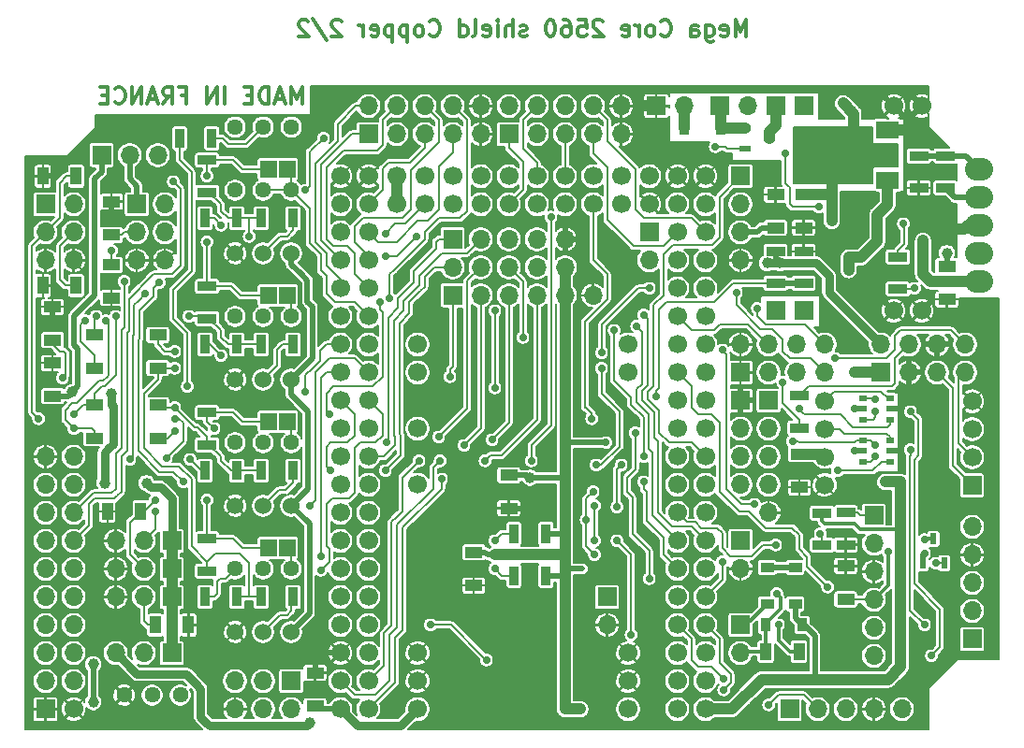
<source format=gbr>
G04 #@! TF.GenerationSoftware,KiCad,Pcbnew,(5.1.5)-3*
G04 #@! TF.CreationDate,2020-06-20T18:26:06+02:00*
G04 #@! TF.ProjectId,Mega_2560 core mini_full_2.2,4d656761-5f32-4353-9630-20636f726520,2.2*
G04 #@! TF.SameCoordinates,Original*
G04 #@! TF.FileFunction,Copper,L2,Bot*
G04 #@! TF.FilePolarity,Positive*
%FSLAX46Y46*%
G04 Gerber Fmt 4.6, Leading zero omitted, Abs format (unit mm)*
G04 Created by KiCad (PCBNEW (5.1.5)-3) date 2020-06-20 18:26:06*
%MOMM*%
%LPD*%
G04 APERTURE LIST*
%ADD10C,0.300000*%
%ADD11R,1.700000X1.700000*%
%ADD12O,1.700000X1.700000*%
%ADD13R,1.000000X1.600000*%
%ADD14R,1.200000X0.900000*%
%ADD15R,0.900000X1.200000*%
%ADD16R,1.600000X1.000000*%
%ADD17C,1.700000*%
%ADD18C,1.524000*%
%ADD19C,1.440000*%
%ADD20R,0.600000X1.000000*%
%ADD21R,1.000000X0.600000*%
%ADD22R,1.700000X0.900000*%
%ADD23R,0.900000X1.700000*%
%ADD24R,0.800000X0.550000*%
%ADD25O,2.540000X2.032000*%
%ADD26R,2.000000X3.800000*%
%ADD27R,2.000000X1.500000*%
%ADD28R,1.524000X1.524000*%
%ADD29C,0.700000*%
%ADD30C,1.000000*%
%ADD31C,0.500000*%
%ADD32C,1.000000*%
%ADD33C,0.210000*%
%ADD34C,0.750000*%
%ADD35C,0.310000*%
G04 APERTURE END LIST*
D10*
X165921662Y-64209051D02*
X165921662Y-62709051D01*
X165421662Y-63780480D01*
X164921662Y-62709051D01*
X164921662Y-64209051D01*
X164278805Y-63780480D02*
X163564520Y-63780480D01*
X164421662Y-64209051D02*
X163921662Y-62709051D01*
X163421662Y-64209051D01*
X162921662Y-64209051D02*
X162921662Y-62709051D01*
X162564520Y-62709051D01*
X162350234Y-62780480D01*
X162207377Y-62923337D01*
X162135948Y-63066194D01*
X162064520Y-63351908D01*
X162064520Y-63566194D01*
X162135948Y-63851908D01*
X162207377Y-63994765D01*
X162350234Y-64137622D01*
X162564520Y-64209051D01*
X162921662Y-64209051D01*
X161421662Y-63423337D02*
X160921662Y-63423337D01*
X160707377Y-64209051D02*
X161421662Y-64209051D01*
X161421662Y-62709051D01*
X160707377Y-62709051D01*
X158921662Y-64209051D02*
X158921662Y-62709051D01*
X158207377Y-64209051D02*
X158207377Y-62709051D01*
X157350234Y-64209051D01*
X157350234Y-62709051D01*
X154993091Y-63423337D02*
X155493091Y-63423337D01*
X155493091Y-64209051D02*
X155493091Y-62709051D01*
X154778805Y-62709051D01*
X153350234Y-64209051D02*
X153850234Y-63494765D01*
X154207377Y-64209051D02*
X154207377Y-62709051D01*
X153635948Y-62709051D01*
X153493091Y-62780480D01*
X153421662Y-62851908D01*
X153350234Y-62994765D01*
X153350234Y-63209051D01*
X153421662Y-63351908D01*
X153493091Y-63423337D01*
X153635948Y-63494765D01*
X154207377Y-63494765D01*
X152778805Y-63780480D02*
X152064520Y-63780480D01*
X152921662Y-64209051D02*
X152421662Y-62709051D01*
X151921662Y-64209051D01*
X151421662Y-64209051D02*
X151421662Y-62709051D01*
X150564520Y-64209051D01*
X150564520Y-62709051D01*
X148993091Y-64066194D02*
X149064520Y-64137622D01*
X149278805Y-64209051D01*
X149421662Y-64209051D01*
X149635948Y-64137622D01*
X149778805Y-63994765D01*
X149850234Y-63851908D01*
X149921662Y-63566194D01*
X149921662Y-63351908D01*
X149850234Y-63066194D01*
X149778805Y-62923337D01*
X149635948Y-62780480D01*
X149421662Y-62709051D01*
X149278805Y-62709051D01*
X149064520Y-62780480D01*
X148993091Y-62851908D01*
X148350234Y-63423337D02*
X147850234Y-63423337D01*
X147635948Y-64209051D02*
X148350234Y-64209051D01*
X148350234Y-62709051D01*
X147635948Y-62709051D01*
X206111805Y-58113051D02*
X206111805Y-56613051D01*
X205611805Y-57684480D01*
X205111805Y-56613051D01*
X205111805Y-58113051D01*
X203826091Y-58041622D02*
X203968948Y-58113051D01*
X204254662Y-58113051D01*
X204397520Y-58041622D01*
X204468948Y-57898765D01*
X204468948Y-57327337D01*
X204397520Y-57184480D01*
X204254662Y-57113051D01*
X203968948Y-57113051D01*
X203826091Y-57184480D01*
X203754662Y-57327337D01*
X203754662Y-57470194D01*
X204468948Y-57613051D01*
X202468948Y-57113051D02*
X202468948Y-58327337D01*
X202540377Y-58470194D01*
X202611805Y-58541622D01*
X202754662Y-58613051D01*
X202968948Y-58613051D01*
X203111805Y-58541622D01*
X202468948Y-58041622D02*
X202611805Y-58113051D01*
X202897520Y-58113051D01*
X203040377Y-58041622D01*
X203111805Y-57970194D01*
X203183234Y-57827337D01*
X203183234Y-57398765D01*
X203111805Y-57255908D01*
X203040377Y-57184480D01*
X202897520Y-57113051D01*
X202611805Y-57113051D01*
X202468948Y-57184480D01*
X201111805Y-58113051D02*
X201111805Y-57327337D01*
X201183234Y-57184480D01*
X201326091Y-57113051D01*
X201611805Y-57113051D01*
X201754662Y-57184480D01*
X201111805Y-58041622D02*
X201254662Y-58113051D01*
X201611805Y-58113051D01*
X201754662Y-58041622D01*
X201826091Y-57898765D01*
X201826091Y-57755908D01*
X201754662Y-57613051D01*
X201611805Y-57541622D01*
X201254662Y-57541622D01*
X201111805Y-57470194D01*
X198397520Y-57970194D02*
X198468948Y-58041622D01*
X198683234Y-58113051D01*
X198826091Y-58113051D01*
X199040377Y-58041622D01*
X199183234Y-57898765D01*
X199254662Y-57755908D01*
X199326091Y-57470194D01*
X199326091Y-57255908D01*
X199254662Y-56970194D01*
X199183234Y-56827337D01*
X199040377Y-56684480D01*
X198826091Y-56613051D01*
X198683234Y-56613051D01*
X198468948Y-56684480D01*
X198397520Y-56755908D01*
X197540377Y-58113051D02*
X197683234Y-58041622D01*
X197754662Y-57970194D01*
X197826091Y-57827337D01*
X197826091Y-57398765D01*
X197754662Y-57255908D01*
X197683234Y-57184480D01*
X197540377Y-57113051D01*
X197326091Y-57113051D01*
X197183234Y-57184480D01*
X197111805Y-57255908D01*
X197040377Y-57398765D01*
X197040377Y-57827337D01*
X197111805Y-57970194D01*
X197183234Y-58041622D01*
X197326091Y-58113051D01*
X197540377Y-58113051D01*
X196397520Y-58113051D02*
X196397520Y-57113051D01*
X196397520Y-57398765D02*
X196326091Y-57255908D01*
X196254662Y-57184480D01*
X196111805Y-57113051D01*
X195968948Y-57113051D01*
X194897520Y-58041622D02*
X195040377Y-58113051D01*
X195326091Y-58113051D01*
X195468948Y-58041622D01*
X195540377Y-57898765D01*
X195540377Y-57327337D01*
X195468948Y-57184480D01*
X195326091Y-57113051D01*
X195040377Y-57113051D01*
X194897520Y-57184480D01*
X194826091Y-57327337D01*
X194826091Y-57470194D01*
X195540377Y-57613051D01*
X193111805Y-56755908D02*
X193040377Y-56684480D01*
X192897520Y-56613051D01*
X192540377Y-56613051D01*
X192397520Y-56684480D01*
X192326091Y-56755908D01*
X192254662Y-56898765D01*
X192254662Y-57041622D01*
X192326091Y-57255908D01*
X193183234Y-58113051D01*
X192254662Y-58113051D01*
X190897520Y-56613051D02*
X191611805Y-56613051D01*
X191683234Y-57327337D01*
X191611805Y-57255908D01*
X191468948Y-57184480D01*
X191111805Y-57184480D01*
X190968948Y-57255908D01*
X190897520Y-57327337D01*
X190826091Y-57470194D01*
X190826091Y-57827337D01*
X190897520Y-57970194D01*
X190968948Y-58041622D01*
X191111805Y-58113051D01*
X191468948Y-58113051D01*
X191611805Y-58041622D01*
X191683234Y-57970194D01*
X189540377Y-56613051D02*
X189826091Y-56613051D01*
X189968948Y-56684480D01*
X190040377Y-56755908D01*
X190183234Y-56970194D01*
X190254662Y-57255908D01*
X190254662Y-57827337D01*
X190183234Y-57970194D01*
X190111805Y-58041622D01*
X189968948Y-58113051D01*
X189683234Y-58113051D01*
X189540377Y-58041622D01*
X189468948Y-57970194D01*
X189397520Y-57827337D01*
X189397520Y-57470194D01*
X189468948Y-57327337D01*
X189540377Y-57255908D01*
X189683234Y-57184480D01*
X189968948Y-57184480D01*
X190111805Y-57255908D01*
X190183234Y-57327337D01*
X190254662Y-57470194D01*
X188468948Y-56613051D02*
X188326091Y-56613051D01*
X188183234Y-56684480D01*
X188111805Y-56755908D01*
X188040377Y-56898765D01*
X187968948Y-57184480D01*
X187968948Y-57541622D01*
X188040377Y-57827337D01*
X188111805Y-57970194D01*
X188183234Y-58041622D01*
X188326091Y-58113051D01*
X188468948Y-58113051D01*
X188611805Y-58041622D01*
X188683234Y-57970194D01*
X188754662Y-57827337D01*
X188826091Y-57541622D01*
X188826091Y-57184480D01*
X188754662Y-56898765D01*
X188683234Y-56755908D01*
X188611805Y-56684480D01*
X188468948Y-56613051D01*
X186254662Y-58041622D02*
X186111805Y-58113051D01*
X185826091Y-58113051D01*
X185683234Y-58041622D01*
X185611805Y-57898765D01*
X185611805Y-57827337D01*
X185683234Y-57684480D01*
X185826091Y-57613051D01*
X186040377Y-57613051D01*
X186183234Y-57541622D01*
X186254662Y-57398765D01*
X186254662Y-57327337D01*
X186183234Y-57184480D01*
X186040377Y-57113051D01*
X185826091Y-57113051D01*
X185683234Y-57184480D01*
X184968948Y-58113051D02*
X184968948Y-56613051D01*
X184326091Y-58113051D02*
X184326091Y-57327337D01*
X184397520Y-57184480D01*
X184540377Y-57113051D01*
X184754662Y-57113051D01*
X184897520Y-57184480D01*
X184968948Y-57255908D01*
X183611805Y-58113051D02*
X183611805Y-57113051D01*
X183611805Y-56613051D02*
X183683234Y-56684480D01*
X183611805Y-56755908D01*
X183540377Y-56684480D01*
X183611805Y-56613051D01*
X183611805Y-56755908D01*
X182326091Y-58041622D02*
X182468948Y-58113051D01*
X182754662Y-58113051D01*
X182897520Y-58041622D01*
X182968948Y-57898765D01*
X182968948Y-57327337D01*
X182897520Y-57184480D01*
X182754662Y-57113051D01*
X182468948Y-57113051D01*
X182326091Y-57184480D01*
X182254662Y-57327337D01*
X182254662Y-57470194D01*
X182968948Y-57613051D01*
X181397520Y-58113051D02*
X181540377Y-58041622D01*
X181611805Y-57898765D01*
X181611805Y-56613051D01*
X180183234Y-58113051D02*
X180183234Y-56613051D01*
X180183234Y-58041622D02*
X180326091Y-58113051D01*
X180611805Y-58113051D01*
X180754662Y-58041622D01*
X180826091Y-57970194D01*
X180897520Y-57827337D01*
X180897520Y-57398765D01*
X180826091Y-57255908D01*
X180754662Y-57184480D01*
X180611805Y-57113051D01*
X180326091Y-57113051D01*
X180183234Y-57184480D01*
X177468948Y-57970194D02*
X177540377Y-58041622D01*
X177754662Y-58113051D01*
X177897520Y-58113051D01*
X178111805Y-58041622D01*
X178254662Y-57898765D01*
X178326091Y-57755908D01*
X178397520Y-57470194D01*
X178397520Y-57255908D01*
X178326091Y-56970194D01*
X178254662Y-56827337D01*
X178111805Y-56684480D01*
X177897520Y-56613051D01*
X177754662Y-56613051D01*
X177540377Y-56684480D01*
X177468948Y-56755908D01*
X176611805Y-58113051D02*
X176754662Y-58041622D01*
X176826091Y-57970194D01*
X176897520Y-57827337D01*
X176897520Y-57398765D01*
X176826091Y-57255908D01*
X176754662Y-57184480D01*
X176611805Y-57113051D01*
X176397520Y-57113051D01*
X176254662Y-57184480D01*
X176183234Y-57255908D01*
X176111805Y-57398765D01*
X176111805Y-57827337D01*
X176183234Y-57970194D01*
X176254662Y-58041622D01*
X176397520Y-58113051D01*
X176611805Y-58113051D01*
X175468948Y-57113051D02*
X175468948Y-58613051D01*
X175468948Y-57184480D02*
X175326091Y-57113051D01*
X175040377Y-57113051D01*
X174897520Y-57184480D01*
X174826091Y-57255908D01*
X174754662Y-57398765D01*
X174754662Y-57827337D01*
X174826091Y-57970194D01*
X174897520Y-58041622D01*
X175040377Y-58113051D01*
X175326091Y-58113051D01*
X175468948Y-58041622D01*
X174111805Y-57113051D02*
X174111805Y-58613051D01*
X174111805Y-57184480D02*
X173968948Y-57113051D01*
X173683234Y-57113051D01*
X173540377Y-57184480D01*
X173468948Y-57255908D01*
X173397520Y-57398765D01*
X173397520Y-57827337D01*
X173468948Y-57970194D01*
X173540377Y-58041622D01*
X173683234Y-58113051D01*
X173968948Y-58113051D01*
X174111805Y-58041622D01*
X172183234Y-58041622D02*
X172326091Y-58113051D01*
X172611805Y-58113051D01*
X172754662Y-58041622D01*
X172826091Y-57898765D01*
X172826091Y-57327337D01*
X172754662Y-57184480D01*
X172611805Y-57113051D01*
X172326091Y-57113051D01*
X172183234Y-57184480D01*
X172111805Y-57327337D01*
X172111805Y-57470194D01*
X172826091Y-57613051D01*
X171468948Y-58113051D02*
X171468948Y-57113051D01*
X171468948Y-57398765D02*
X171397520Y-57255908D01*
X171326091Y-57184480D01*
X171183234Y-57113051D01*
X171040377Y-57113051D01*
X169468948Y-56755908D02*
X169397520Y-56684480D01*
X169254662Y-56613051D01*
X168897520Y-56613051D01*
X168754662Y-56684480D01*
X168683234Y-56755908D01*
X168611805Y-56898765D01*
X168611805Y-57041622D01*
X168683234Y-57255908D01*
X169540377Y-58113051D01*
X168611805Y-58113051D01*
X166897520Y-56541622D02*
X168183234Y-58470194D01*
X166468948Y-56755908D02*
X166397520Y-56684480D01*
X166254662Y-56613051D01*
X165897520Y-56613051D01*
X165754662Y-56684480D01*
X165683234Y-56755908D01*
X165611805Y-56898765D01*
X165611805Y-57041622D01*
X165683234Y-57255908D01*
X166540377Y-58113051D01*
X165611805Y-58113051D01*
D11*
X208122520Y-91089480D03*
D12*
X208122520Y-93629480D03*
X208122520Y-96169480D03*
X208122520Y-98709480D03*
X208122520Y-101249480D03*
D11*
X205582520Y-70769480D03*
D12*
X205582520Y-73309480D03*
X205582520Y-75849480D03*
X205582520Y-78389480D03*
D13*
X207868520Y-113822480D03*
X210868520Y-113822480D03*
D14*
X207995520Y-109503480D03*
X207995520Y-106203480D03*
X210535520Y-106203480D03*
X210535520Y-109503480D03*
D15*
X211169520Y-111409480D03*
X207869520Y-111409480D03*
D16*
X215107520Y-109075480D03*
X215107520Y-106075480D03*
X210916520Y-98939480D03*
X210916520Y-95939480D03*
X224251520Y-78921480D03*
X224251520Y-81921480D03*
X211297520Y-72444480D03*
X211297520Y-75444480D03*
X208757520Y-72444480D03*
X208757520Y-75444480D03*
D15*
X203803520Y-66451480D03*
X200503520Y-66451480D03*
D17*
X195422520Y-86009480D03*
X195422520Y-88549480D03*
X176372520Y-86009480D03*
X176372520Y-88549480D03*
X176372520Y-93629480D03*
X176372520Y-98709480D03*
X176372520Y-113949480D03*
X176372520Y-116489480D03*
X176372520Y-119029480D03*
X195422520Y-119029480D03*
X195422520Y-116489480D03*
X195422520Y-113949480D03*
D16*
X184627520Y-97844480D03*
X184627520Y-100844480D03*
X181452520Y-104829480D03*
X181452520Y-107829480D03*
X167101520Y-115751480D03*
X167101520Y-118751480D03*
D13*
X152647520Y-111409480D03*
X155647520Y-111409480D03*
X151329520Y-101122480D03*
X148329520Y-101122480D03*
D16*
X152877520Y-94494480D03*
X152877520Y-91494480D03*
X147162520Y-94494480D03*
X147162520Y-91494480D03*
X147162520Y-85144480D03*
X147162520Y-88144480D03*
X152877520Y-85144480D03*
X152877520Y-88144480D03*
D13*
X145487520Y-80675480D03*
X142487520Y-80675480D03*
D16*
X143352520Y-85604480D03*
X143352520Y-82604480D03*
X148686520Y-78794480D03*
X148686520Y-81794480D03*
X148686520Y-76079480D03*
X148686520Y-73079480D03*
D13*
X145487520Y-70769480D03*
X142487520Y-70769480D03*
D11*
X205582520Y-111409480D03*
D12*
X205582520Y-113949480D03*
D11*
X205582520Y-103789480D03*
D12*
X205582520Y-106329480D03*
D11*
X205582520Y-91089480D03*
D12*
X205582520Y-93629480D03*
X205582520Y-96169480D03*
X205582520Y-98709480D03*
D11*
X203677520Y-64419480D03*
D12*
X206217520Y-64419480D03*
D11*
X197962520Y-64419480D03*
D12*
X200502520Y-64419480D03*
D11*
X193517520Y-108869480D03*
D12*
X193517520Y-111409480D03*
D11*
X147797520Y-68864480D03*
D12*
X150337520Y-68864480D03*
X152877520Y-68864480D03*
D11*
X142717520Y-119029480D03*
D12*
X145257520Y-116489480D03*
X142717520Y-116489480D03*
X145257520Y-113949480D03*
X142717520Y-113949480D03*
X145257520Y-111409480D03*
X142717520Y-111409480D03*
X145257520Y-108869480D03*
X142717520Y-108869480D03*
X145257520Y-106329480D03*
X142717520Y-106329480D03*
X145257520Y-103789480D03*
X142717520Y-103789480D03*
X145257520Y-101249480D03*
X142717520Y-101249480D03*
X145257520Y-98709480D03*
X142717520Y-98709480D03*
X145257520Y-96169480D03*
X142717520Y-96169480D03*
D17*
X145257520Y-119029480D03*
D11*
X154147520Y-103789480D03*
D12*
X151607520Y-103789480D03*
X149067520Y-103789480D03*
D11*
X154147520Y-106329480D03*
D12*
X151607520Y-106329480D03*
X149067520Y-106329480D03*
D11*
X154147520Y-108869480D03*
D12*
X151607520Y-108869480D03*
X149067520Y-108869480D03*
D11*
X154147520Y-113949480D03*
D12*
X151607520Y-113949480D03*
X149067520Y-113949480D03*
D11*
X164942520Y-116489480D03*
D12*
X164942520Y-119029480D03*
X162402520Y-116489480D03*
X162402520Y-119029480D03*
X159862520Y-116489480D03*
X159862520Y-119029480D03*
D18*
X162402520Y-112044480D03*
X164942520Y-112044480D03*
X159862520Y-112044480D03*
D19*
X159862520Y-106329480D03*
X162402520Y-106329480D03*
X164942520Y-106329480D03*
D18*
X162402520Y-100614480D03*
X164942520Y-100614480D03*
X159862520Y-100614480D03*
D19*
X159862520Y-94899480D03*
X162402520Y-94899480D03*
X164942520Y-94899480D03*
D18*
X162402520Y-89184480D03*
X164942520Y-89184480D03*
X159862520Y-89184480D03*
D19*
X159862520Y-83469480D03*
X162402520Y-83469480D03*
X164942520Y-83469480D03*
X159862520Y-72039480D03*
X162402520Y-72039480D03*
X164942520Y-72039480D03*
D18*
X162402520Y-77754480D03*
X164942520Y-77754480D03*
X159862520Y-77754480D03*
D11*
X205582520Y-88549480D03*
D12*
X205582520Y-86009480D03*
X208122520Y-88549480D03*
X208122520Y-86009480D03*
X210662520Y-88549480D03*
X210662520Y-86009480D03*
X213202520Y-88549480D03*
X213202520Y-86009480D03*
D11*
X171927520Y-66959480D03*
D12*
X171927520Y-64419480D03*
X174467520Y-66959480D03*
X174467520Y-64419480D03*
X177007520Y-66959480D03*
X177007520Y-64419480D03*
X179547520Y-66959480D03*
X179547520Y-64419480D03*
X182087520Y-66959480D03*
X182087520Y-64419480D03*
D11*
X184627520Y-66959480D03*
D12*
X184627520Y-64419480D03*
X187167520Y-66959480D03*
X187167520Y-64419480D03*
X189707520Y-66959480D03*
X189707520Y-64419480D03*
X192247520Y-66959480D03*
X192247520Y-64419480D03*
X194787520Y-66959480D03*
X194787520Y-64419480D03*
D11*
X218282520Y-88549480D03*
D12*
X218282520Y-86009480D03*
X220822520Y-88549480D03*
X220822520Y-86009480D03*
X223362520Y-88549480D03*
X223362520Y-86009480D03*
X225902520Y-88549480D03*
X225902520Y-86009480D03*
D16*
X143352520Y-90684480D03*
X143352520Y-87684480D03*
D11*
X217647520Y-101503480D03*
D12*
X217647520Y-104043480D03*
X217647520Y-106583480D03*
X217647520Y-109123480D03*
X217647520Y-111663480D03*
X217647520Y-114203480D03*
X192247520Y-81564480D03*
X189707520Y-81564480D03*
X187167520Y-81564480D03*
X184627520Y-81564480D03*
X182087520Y-81564480D03*
D11*
X179547520Y-81564480D03*
D17*
X187167520Y-73309480D03*
X189707520Y-73309480D03*
X192247520Y-73309480D03*
X194787520Y-73309480D03*
X197327520Y-73309480D03*
X184627520Y-73309480D03*
X182087520Y-73309480D03*
X179547520Y-73309480D03*
X177007520Y-73309480D03*
X174467520Y-73309480D03*
X197327520Y-70769480D03*
X194787520Y-70769480D03*
X192247520Y-70769480D03*
X189707520Y-70769480D03*
X187167520Y-70769480D03*
X184627520Y-70769480D03*
X182087520Y-70769480D03*
X179547520Y-70769480D03*
X177007520Y-70769480D03*
X174467520Y-70769480D03*
X199867520Y-70769480D03*
X199867520Y-73309480D03*
X199867520Y-75849480D03*
X199867520Y-78389480D03*
X199867520Y-80929480D03*
X199867520Y-83469480D03*
X199867520Y-86009480D03*
X199867520Y-88549480D03*
X199867520Y-91089480D03*
X199867520Y-93629480D03*
X199867520Y-96169480D03*
X199867520Y-98709480D03*
X199867520Y-101249480D03*
X199867520Y-103789480D03*
X199867520Y-106329480D03*
X199867520Y-108869480D03*
X199867520Y-111409480D03*
X199867520Y-113949480D03*
X199867520Y-116489480D03*
X199867520Y-119029480D03*
X202407520Y-70769480D03*
X202407520Y-73309480D03*
X202407520Y-75849480D03*
X202407520Y-78389480D03*
X202407520Y-80929480D03*
X202407520Y-83469480D03*
X202407520Y-86009480D03*
X202407520Y-88549480D03*
X202407520Y-91089480D03*
X202407520Y-93629480D03*
X202407520Y-96169480D03*
X202407520Y-98709480D03*
X202407520Y-101249480D03*
X202407520Y-103789480D03*
X202407520Y-106329480D03*
X202407520Y-108869480D03*
X202407520Y-111409480D03*
X202407520Y-113949480D03*
X202407520Y-116489480D03*
X202407520Y-119029480D03*
X171927520Y-70769480D03*
X171927520Y-73309480D03*
X171927520Y-75849480D03*
X171927520Y-78389480D03*
X171927520Y-80929480D03*
X171927520Y-83469480D03*
X171927520Y-86009480D03*
X171927520Y-88549480D03*
X171927520Y-91089480D03*
X171927520Y-93629480D03*
X171927520Y-96169480D03*
X171927520Y-98709480D03*
X171927520Y-101249480D03*
X171927520Y-103789480D03*
X171927520Y-106329480D03*
X171927520Y-108869480D03*
X171927520Y-111409480D03*
X171927520Y-113949480D03*
X171927520Y-116489480D03*
X171927520Y-119029480D03*
X169387520Y-119029480D03*
X169387520Y-116489480D03*
X169387520Y-113949480D03*
X169387520Y-111409480D03*
X169387520Y-108869480D03*
X169387520Y-106329480D03*
X169387520Y-103789480D03*
X169387520Y-101249480D03*
X169387520Y-98709480D03*
X169387520Y-96169480D03*
X169387520Y-93629480D03*
X169387520Y-91089480D03*
X169387520Y-88549480D03*
X169387520Y-86009480D03*
X169387520Y-83469480D03*
X169387520Y-80929480D03*
X169387520Y-78389480D03*
X169387520Y-75849480D03*
X169387520Y-73309480D03*
X169387520Y-70769480D03*
D11*
X208757520Y-64419480D03*
X208767520Y-82961480D03*
X211297520Y-64419480D03*
X211297520Y-82961480D03*
D17*
X219425520Y-64419480D03*
X219425520Y-82961480D03*
X221965520Y-64419480D03*
X221965520Y-82961480D03*
D20*
X223992520Y-105821480D03*
X223042520Y-103621480D03*
X222092520Y-105821480D03*
D21*
X206006520Y-66390480D03*
X208206520Y-67340480D03*
X206006520Y-68290480D03*
D22*
X219806520Y-80982480D03*
X219806520Y-78082480D03*
X215107520Y-101249480D03*
X215107520Y-104149480D03*
D23*
X157142520Y-74579480D03*
X160042520Y-74579480D03*
X160042520Y-86009480D03*
X157142520Y-86009480D03*
X157142520Y-97439480D03*
X160042520Y-97439480D03*
X160042520Y-108869480D03*
X157142520Y-108869480D03*
X185082520Y-106964480D03*
X187982520Y-106964480D03*
D22*
X211297520Y-80474480D03*
X211297520Y-77574480D03*
X208757520Y-77574480D03*
X208757520Y-80474480D03*
X210916520Y-90655480D03*
X210916520Y-93555480D03*
D23*
X187982520Y-103154480D03*
X185082520Y-103154480D03*
D22*
X157322520Y-69319480D03*
X157322520Y-72219480D03*
D23*
X162222520Y-74579480D03*
X165122520Y-74579480D03*
D22*
X157322520Y-80749480D03*
X157322520Y-83649480D03*
D23*
X162222520Y-86009480D03*
X165122520Y-86009480D03*
D22*
X157322520Y-92179480D03*
X157322520Y-95079480D03*
D23*
X162222520Y-97439480D03*
X165122520Y-97439480D03*
D22*
X157322520Y-103609480D03*
X157322520Y-106509480D03*
D23*
X162222520Y-108869480D03*
X165122520Y-108869480D03*
X154856520Y-67340480D03*
X157756520Y-67340480D03*
D22*
X224124520Y-71838480D03*
X224124520Y-68938480D03*
X221711520Y-68938480D03*
X221711520Y-71838480D03*
X212948520Y-101270480D03*
X212948520Y-104170480D03*
D24*
X216701520Y-94711480D03*
X216701520Y-95661480D03*
X216701520Y-96611480D03*
X219101520Y-96611480D03*
X219101520Y-95661480D03*
X219101520Y-94711480D03*
X219101520Y-90901480D03*
X219101520Y-91851480D03*
X219101520Y-92801480D03*
X216701520Y-92801480D03*
X216701520Y-91851480D03*
X216701520Y-90901480D03*
D25*
X227172520Y-70134480D03*
X227172520Y-72674480D03*
X227172520Y-75214480D03*
X227172520Y-77754480D03*
X227172520Y-80294480D03*
D26*
X212592520Y-68864480D03*
D27*
X218892520Y-68864480D03*
X218892520Y-71164480D03*
X218892520Y-66564480D03*
D28*
X162872420Y-70134480D03*
X164571680Y-70134480D03*
X164571680Y-81564480D03*
X162872420Y-81564480D03*
X164571680Y-92994480D03*
X162872420Y-92994480D03*
X162872420Y-104424480D03*
X164571680Y-104424480D03*
D11*
X179547520Y-76484480D03*
D12*
X179547520Y-79024480D03*
X182087520Y-76484480D03*
X182087520Y-79024480D03*
X184627520Y-76484480D03*
X184627520Y-79024480D03*
X187167520Y-76484480D03*
X187167520Y-79024480D03*
X189707520Y-76484480D03*
X189707520Y-79024480D03*
D17*
X226537520Y-91152980D03*
X226537520Y-93692980D03*
X226537520Y-96232980D03*
D11*
X226537520Y-98772980D03*
D17*
X213202520Y-91102180D03*
X213202520Y-93642180D03*
X213202520Y-96182180D03*
X213202520Y-98722180D03*
X213202520Y-98722180D03*
X213202520Y-96182180D03*
X213202520Y-93642180D03*
X213202520Y-91102180D03*
D11*
X142717520Y-73309480D03*
D12*
X145257520Y-73309480D03*
X142717520Y-75849480D03*
X145257520Y-75849480D03*
X142717520Y-78389480D03*
X145257520Y-78389480D03*
D11*
X150972520Y-73309480D03*
D12*
X153512520Y-73309480D03*
X150972520Y-75849480D03*
X153512520Y-75849480D03*
X150972520Y-78389480D03*
X153512520Y-78389480D03*
D19*
X159862520Y-66324480D03*
X162402520Y-66324480D03*
X164942520Y-66324480D03*
X154909520Y-117759480D03*
X152369520Y-117759480D03*
X149829520Y-117759480D03*
D12*
X220187520Y-119029480D03*
X217647520Y-119029480D03*
X215107520Y-119029480D03*
X212567520Y-119029480D03*
D11*
X210027520Y-119029480D03*
X226537520Y-112679480D03*
D12*
X226537520Y-110139480D03*
X226537520Y-107599480D03*
X226537520Y-105059480D03*
X226537520Y-102519480D03*
D11*
X197327520Y-75849480D03*
D12*
X197327520Y-78389480D03*
D29*
X207106520Y-72420480D03*
D30*
X213710520Y-78135480D03*
X154401520Y-89819480D03*
X176499520Y-84231480D03*
X215742520Y-73817480D03*
X190977520Y-95915480D03*
X188437520Y-112679480D03*
X183357520Y-112679480D03*
X186532520Y-100106480D03*
X197454520Y-113187480D03*
X149829520Y-100487480D03*
X148686520Y-74579480D03*
X143352520Y-84104480D03*
D29*
X213837520Y-113695480D03*
D30*
X180182520Y-100614492D03*
D29*
X211805524Y-109631480D03*
X222219520Y-107599480D03*
X222219520Y-112679480D03*
X222219520Y-110139478D03*
D30*
X148686520Y-90454480D03*
X148051520Y-98582480D03*
X151861520Y-98582480D03*
X215361520Y-79278480D03*
X215361520Y-78135480D03*
X224251520Y-77754480D03*
X189707520Y-119029480D03*
X191104520Y-119029480D03*
X183357520Y-105059480D03*
X186532520Y-98074480D03*
X145130520Y-90327480D03*
D29*
X215869520Y-91851480D03*
X215869520Y-95661480D03*
D30*
X215869520Y-88549480D03*
D29*
X220060520Y-104932476D03*
D30*
X220060520Y-101757480D03*
D29*
X222219512Y-104932480D03*
X193404558Y-94899480D03*
D30*
X218917520Y-116362480D03*
X220060510Y-98455480D03*
X218663520Y-98455480D03*
D29*
X153639520Y-96296480D03*
X154401520Y-92740480D03*
X155544520Y-89819480D03*
D30*
X209138520Y-78643494D03*
X207995520Y-78643470D03*
D29*
X194406520Y-100741480D03*
X194787520Y-96931480D03*
X144241520Y-89057480D03*
X146273520Y-83850480D03*
X161132520Y-76230480D03*
X149067520Y-83469480D03*
X155671520Y-83469480D03*
X145257520Y-92359480D03*
X154401520Y-91724480D03*
X154401520Y-88144480D03*
X158592520Y-75214480D03*
X158592520Y-87025480D03*
X155798520Y-96423480D03*
X183357520Y-106329480D03*
X183357520Y-103789480D03*
X157957520Y-93629480D03*
X142082520Y-92740480D03*
X153004520Y-80421480D03*
X155163520Y-98455480D03*
X157322520Y-100106480D03*
X157322520Y-70769480D03*
X157322520Y-76738480D03*
X148686520Y-77500480D03*
X150337520Y-96423480D03*
X151734520Y-81437480D03*
X173451520Y-78008480D03*
X176245520Y-76230480D03*
X168371520Y-92359480D03*
X173451520Y-75976480D03*
X172943520Y-82199480D03*
X183357520Y-82961480D03*
X183357520Y-89946480D03*
X149829520Y-80294480D03*
X154274520Y-71277480D03*
X179293520Y-88930480D03*
X180563520Y-95153480D03*
X176499520Y-96550480D03*
X182468520Y-96550480D03*
X178531520Y-98201480D03*
X178404520Y-96550480D03*
X183103520Y-94645480D03*
X167609520Y-106456480D03*
X168498520Y-97439480D03*
X152623520Y-100106480D03*
X166593520Y-100614480D03*
X152623520Y-101122480D03*
X208141518Y-118648480D03*
X204058528Y-117286836D03*
X204028510Y-116304501D03*
X203931520Y-105694480D03*
X147289520Y-83469480D03*
X145260060Y-93626940D03*
X148178520Y-83850480D03*
X154401520Y-93883480D03*
X166212520Y-90327480D03*
X167609520Y-105186480D03*
X154401520Y-86644480D03*
X207108232Y-82728490D03*
X188437520Y-74452480D03*
X186659520Y-96550480D03*
X173832520Y-81818480D03*
X166222553Y-72039480D03*
X167863520Y-67340480D03*
X192120520Y-92740480D03*
X194152520Y-84739480D03*
X196819520Y-96169480D03*
X185897520Y-85374480D03*
X192247520Y-99344480D03*
X191612520Y-101884480D03*
X192374520Y-105059480D03*
X196184504Y-84358480D03*
X196819520Y-98455480D03*
X222219520Y-111409480D03*
X220949518Y-95534480D03*
X205201510Y-81310480D03*
X193009520Y-88168480D03*
X192501516Y-96931480D03*
X197327520Y-107218480D03*
X196057520Y-94010480D03*
X192374520Y-103789480D03*
X192374520Y-100614480D03*
X196819520Y-83342480D03*
X178277520Y-94391480D03*
X173451520Y-97439480D03*
X173578520Y-94899480D03*
X197962520Y-90708480D03*
D30*
X147035520Y-114965480D03*
X147035520Y-118394480D03*
X166593520Y-120299480D03*
X215615520Y-64927480D03*
X214853520Y-64165480D03*
X213837520Y-74833480D03*
X222092520Y-76611480D03*
X222092520Y-77881480D03*
X213837520Y-72420480D03*
D29*
X193009520Y-86771480D03*
X197327520Y-80929480D03*
X208757520Y-104170480D03*
X212806476Y-103154480D03*
X223235512Y-105821480D03*
X221330520Y-80929480D03*
X217774520Y-90962480D03*
X217774520Y-95153480D03*
X210281520Y-94772480D03*
X217774520Y-92105480D03*
X209392520Y-89438480D03*
X203931520Y-86517480D03*
X206852520Y-100487480D03*
X194406520Y-103789480D03*
X195676520Y-112298480D03*
X214345520Y-97439480D03*
X210916520Y-91851470D03*
X217774520Y-96169480D03*
X208854235Y-108556810D03*
X209011522Y-111409480D03*
X203296520Y-68102480D03*
X220314520Y-75087480D03*
X209646520Y-68737480D03*
X212694520Y-73563480D03*
X214091520Y-87279480D03*
X222854520Y-114203480D03*
X220949520Y-92105480D03*
X213456520Y-107980484D03*
X177515520Y-111409480D03*
X182595520Y-114584480D03*
X222219520Y-103692480D03*
X218917520Y-104805480D03*
D31*
X220822520Y-88549480D02*
X220822520Y-89946480D01*
X220822520Y-88549480D02*
X221838520Y-88549480D01*
X220822520Y-88549480D02*
X220822520Y-87533480D01*
X223362520Y-86009480D02*
X222219520Y-86009480D01*
X223362520Y-86009480D02*
X224505520Y-86009480D01*
X223362520Y-86009480D02*
X223362520Y-87152480D01*
X205582520Y-91089480D02*
X205582520Y-90073480D01*
X205582520Y-91089480D02*
X205582520Y-92232480D01*
X205582520Y-91089480D02*
X206725520Y-91089480D01*
D32*
X218892520Y-66564480D02*
X220681520Y-66564480D01*
X220681520Y-66564480D02*
X220695520Y-66578480D01*
D31*
X221965520Y-82961480D02*
X222981520Y-81945480D01*
X219425520Y-82961480D02*
X218536520Y-82072480D01*
X221965520Y-64419480D02*
X221076520Y-65308480D01*
X219425520Y-64419480D02*
X220314520Y-65308480D01*
X219425520Y-64419480D02*
X218536520Y-63530480D01*
X221965520Y-64419480D02*
X220949520Y-63403480D01*
D33*
X221965520Y-64419480D02*
X222600520Y-63784480D01*
X222600520Y-63784480D02*
X222600520Y-63276480D01*
X221965520Y-64419480D02*
X221965520Y-64546480D01*
X221965520Y-64546480D02*
X222600520Y-65181480D01*
X222600520Y-65181480D02*
X222600520Y-65435480D01*
D32*
X227172520Y-75214480D02*
X226156520Y-75214480D01*
X226156520Y-75214480D02*
X225775520Y-75595480D01*
X225775520Y-75595480D02*
X224632520Y-75595480D01*
X197962520Y-64419480D02*
X196565520Y-64419480D01*
D31*
X182087520Y-64419480D02*
X182722520Y-64419480D01*
X189707520Y-76484480D02*
X189707520Y-77627480D01*
X189707520Y-76484480D02*
X189707520Y-75214480D01*
X189707520Y-76484480D02*
X190977520Y-76484480D01*
X184627520Y-100844480D02*
X185794520Y-100844480D01*
X185794520Y-100844480D02*
X186532520Y-100106480D01*
X167101520Y-115751480D02*
X167101520Y-114838480D01*
X167101520Y-114711480D02*
X167863520Y-113949480D01*
X167101520Y-114838480D02*
X167101520Y-114711480D01*
D33*
X153512520Y-78389480D02*
X153639520Y-78389480D01*
X153639520Y-78389480D02*
X154401520Y-77627480D01*
X142717520Y-78389480D02*
X142717520Y-78516480D01*
X142717520Y-78389480D02*
X142590520Y-78389480D01*
X145257520Y-78389480D02*
X145257520Y-78516480D01*
X145257520Y-78516480D02*
X146019520Y-79278480D01*
D31*
X142487520Y-70769480D02*
X143479520Y-70769480D01*
X143479520Y-70769480D02*
X143987520Y-70261480D01*
X148686520Y-73079480D02*
X148686520Y-74579480D01*
X143352520Y-84104480D02*
X143352520Y-82604480D01*
X167863520Y-113949480D02*
X169387520Y-113949480D01*
X219101520Y-95661480D02*
X219933520Y-95661480D01*
X219101520Y-91851480D02*
X219933520Y-91851480D01*
D32*
X217965020Y-76674980D02*
X217965020Y-74261980D01*
X217965020Y-74261980D02*
X218892520Y-73334480D01*
D34*
X169387520Y-119029480D02*
X170911520Y-120553480D01*
X174848520Y-120553480D02*
X176372520Y-119029480D01*
X170911520Y-120553480D02*
X174848520Y-120553480D01*
D32*
X218892520Y-72699480D02*
X218892520Y-73334480D01*
X218892520Y-71164480D02*
X218892520Y-72699480D01*
X216504520Y-78135480D02*
X215361520Y-78135480D01*
X217965020Y-76674980D02*
X216504520Y-78135480D01*
D34*
X152623520Y-98963480D02*
X152242520Y-98963480D01*
X152242520Y-98963480D02*
X151861520Y-98582480D01*
X148051520Y-98582480D02*
X148051520Y-95788480D01*
X148051520Y-95788480D02*
X148432520Y-95407480D01*
X153131520Y-98963480D02*
X154147520Y-99979480D01*
X148686520Y-91470480D02*
X148813520Y-91597480D01*
X148686520Y-90454480D02*
X148686520Y-91470480D01*
X148813520Y-91978480D02*
X148813520Y-95026480D01*
X148813520Y-95026480D02*
X148432520Y-95407480D01*
X148813520Y-91978480D02*
X148813520Y-91597480D01*
X152623520Y-98963480D02*
X153004520Y-98963480D01*
X154147520Y-103789480D02*
X154147520Y-100233480D01*
X153131520Y-98963480D02*
X153004520Y-98963480D01*
X154147520Y-99979480D02*
X154147520Y-100233480D01*
D32*
X215361520Y-78135480D02*
X215361520Y-79278480D01*
D31*
X224251520Y-78921480D02*
X224251520Y-77754480D01*
X191305520Y-106329480D02*
X189707520Y-106329480D01*
X166593520Y-103535480D02*
X166593520Y-102265480D01*
X166593520Y-102265480D02*
X164942520Y-100614480D01*
D32*
X154147520Y-111028480D02*
X154147520Y-113949480D01*
X154147520Y-111028480D02*
X154147520Y-108869480D01*
D31*
X189707520Y-94899480D02*
X189580520Y-94899480D01*
X189580520Y-94899480D02*
X189707520Y-94899480D01*
D32*
X191104520Y-119029480D02*
X189707520Y-119029480D01*
D31*
X208757520Y-75444480D02*
X207511520Y-75444480D01*
X207106520Y-75849480D02*
X205582520Y-75849480D01*
X207511520Y-75444480D02*
X207106520Y-75849480D01*
D32*
X189707520Y-81564480D02*
X189707520Y-79024480D01*
D31*
X166466520Y-92359480D02*
X166466520Y-92105480D01*
X166466520Y-98391980D02*
X166466520Y-92613480D01*
X166466520Y-99090480D02*
X164942520Y-100614480D01*
X166466520Y-98391980D02*
X166466520Y-99090480D01*
X164942520Y-90581480D02*
X164942520Y-89184480D01*
X166466520Y-92613480D02*
X166466520Y-92359480D01*
X166466520Y-92105480D02*
X164942520Y-90581480D01*
D32*
X189707520Y-95915480D02*
X189707520Y-94899480D01*
X189707520Y-94899480D02*
X189707520Y-93629480D01*
X189707520Y-93629480D02*
X189707520Y-81564480D01*
D31*
X154147520Y-109631480D02*
X154147520Y-108869480D01*
X145638520Y-83088480D02*
X145257520Y-83469480D01*
X145257520Y-83469480D02*
X145257520Y-83977480D01*
X147162520Y-81437480D02*
X147162520Y-81564480D01*
X147162520Y-81564480D02*
X145638520Y-83088480D01*
X147162520Y-81056480D02*
X147162520Y-81437480D01*
X181452520Y-104829480D02*
X182492520Y-104829480D01*
X182722520Y-105059480D02*
X183357520Y-105059480D01*
X182492520Y-104829480D02*
X182722520Y-105059480D01*
X187982520Y-103154480D02*
X189707520Y-103154480D01*
X187982520Y-106964480D02*
X189707520Y-106964480D01*
D32*
X189707520Y-105059480D02*
X189707520Y-106329480D01*
X189707520Y-106329480D02*
X189707520Y-106964480D01*
X189707520Y-106964480D02*
X189707520Y-115854480D01*
X189707520Y-115854480D02*
X189707520Y-119029480D01*
X189707520Y-99598480D02*
X189707520Y-103154480D01*
X189707520Y-103154480D02*
X189707520Y-105059480D01*
X189707520Y-105059480D02*
X184754520Y-105059480D01*
X184754520Y-105059480D02*
X183357520Y-105059480D01*
D31*
X189707520Y-98074480D02*
X186532520Y-98074480D01*
X186302520Y-97844480D02*
X184627520Y-97844480D01*
X186532520Y-98074480D02*
X186302520Y-97844480D01*
D32*
X189707520Y-98074480D02*
X189707520Y-98963480D01*
X189707520Y-98963480D02*
X189707520Y-99598480D01*
D31*
X176396520Y-119005480D02*
X176372520Y-119029480D01*
X167101520Y-118751480D02*
X167379520Y-119029480D01*
X167379520Y-119029480D02*
X169387520Y-119029480D01*
X176396520Y-119005480D02*
X176372520Y-119029480D01*
X147797520Y-70388480D02*
X147797520Y-68864480D01*
X147162520Y-71023480D02*
X147797520Y-70388480D01*
X147162520Y-81056480D02*
X147162520Y-71023480D01*
X145638520Y-86771480D02*
X145638520Y-86427514D01*
X145638520Y-86427514D02*
X145257520Y-86046514D01*
X145638520Y-86771480D02*
X145638520Y-88295480D01*
X145257520Y-83977480D02*
X145257520Y-86046514D01*
D32*
X154147520Y-106329480D02*
X154147520Y-103789480D01*
X154147520Y-108869480D02*
X154147520Y-106329480D01*
D31*
X166403020Y-82135980D02*
X166403020Y-80230980D01*
X166847520Y-87279480D02*
X166847520Y-82580480D01*
X164942520Y-89184480D02*
X166847520Y-87279480D01*
X166403020Y-82135980D02*
X166847520Y-82580480D01*
X164942520Y-78770480D02*
X165831520Y-79659480D01*
X164942520Y-77754480D02*
X164942520Y-78770480D01*
X166403020Y-80230980D02*
X165831520Y-79659480D01*
X166593520Y-103916480D02*
X166593520Y-103535480D01*
X164942520Y-112044480D02*
X166593520Y-110393480D01*
X166593520Y-110393480D02*
X166593520Y-103916480D01*
X145638520Y-88676480D02*
X145638520Y-89819480D01*
X145638520Y-89819480D02*
X145130520Y-90327480D01*
X143352520Y-90684480D02*
X144773520Y-90684480D01*
X144773520Y-90684480D02*
X145130520Y-90327480D01*
X145638520Y-89438480D02*
X145638520Y-88676480D01*
X145638520Y-88676480D02*
X145638520Y-88295480D01*
X145638520Y-88295480D02*
X145638520Y-89438480D01*
D33*
X164942520Y-100614480D02*
X165069520Y-100614480D01*
D32*
X189707520Y-98074480D02*
X189707520Y-95915480D01*
D31*
X211169520Y-116361480D02*
X211170520Y-116362480D01*
X210535520Y-109503480D02*
X210535520Y-110775480D01*
X210535520Y-110775480D02*
X211169520Y-111409480D01*
X215869520Y-91851480D02*
X216701520Y-91851480D01*
X215869520Y-95661480D02*
X216701520Y-95661480D01*
D32*
X215869520Y-88549480D02*
X218282520Y-88549480D01*
X212313520Y-116362480D02*
X211170520Y-116362480D01*
D31*
X211297520Y-111409480D02*
X212313520Y-112425480D01*
X211169520Y-111409480D02*
X211297520Y-111409480D01*
X212313520Y-112425480D02*
X212313520Y-116362480D01*
D32*
X220060520Y-98455478D02*
X220060516Y-98455474D01*
X207487520Y-116362480D02*
X211170520Y-116362480D01*
X202407520Y-119029480D02*
X204820520Y-119029480D01*
X204820520Y-119029480D02*
X207487520Y-116362480D01*
X220060520Y-115219480D02*
X220060520Y-106583480D01*
X212313520Y-116362480D02*
X218917520Y-116362480D01*
X220060520Y-106583480D02*
X220060520Y-104932476D01*
X218917520Y-116362480D02*
X220060520Y-115219480D01*
X220060510Y-98455480D02*
X220060516Y-98455474D01*
X212959820Y-95939480D02*
X213202520Y-96182180D01*
X210916520Y-95939480D02*
X212959820Y-95939480D01*
D31*
X222092520Y-105059472D02*
X222219512Y-104932480D01*
X222092520Y-105821480D02*
X222092520Y-105059472D01*
D32*
X174467520Y-73309480D02*
X174467520Y-70769480D01*
D31*
X192909584Y-94899480D02*
X193404558Y-94899480D01*
X189707520Y-94899480D02*
X192909584Y-94899480D01*
D35*
X213118020Y-101270480D02*
X212948520Y-101270480D01*
D32*
X220060510Y-98455480D02*
X218663520Y-98455480D01*
X220060520Y-104932476D02*
X220060520Y-102773480D01*
X220060520Y-102773480D02*
X220060520Y-98455478D01*
D35*
X216377520Y-102773480D02*
X220060520Y-102773480D01*
X213202520Y-102265480D02*
X215869520Y-102265480D01*
X215869520Y-102265480D02*
X216377520Y-102773480D01*
X212948520Y-101270480D02*
X212948520Y-102011480D01*
X212948520Y-102011480D02*
X213202520Y-102265480D01*
D33*
X154856520Y-67340480D02*
X154856520Y-69319480D01*
X154856520Y-69319480D02*
X155925520Y-70388480D01*
X155925520Y-78516480D02*
X155925520Y-71404480D01*
X155163520Y-94137480D02*
X155163520Y-94772480D01*
X155163520Y-94772480D02*
X154592020Y-95343980D01*
X154592020Y-95343980D02*
X153639520Y-96296480D01*
X155163520Y-93121480D02*
X155163520Y-94137480D01*
X154782520Y-92740480D02*
X155163520Y-93121480D01*
X154782520Y-92740480D02*
X154401520Y-92740480D01*
X154274520Y-82199480D02*
X154274520Y-81056480D01*
X154274520Y-81056480D02*
X155925520Y-79405480D01*
X155544520Y-88930480D02*
X155544520Y-89819480D01*
X155544520Y-84993480D02*
X155544520Y-88930480D01*
X154274520Y-83723480D02*
X155544520Y-84993480D01*
X154274520Y-82199480D02*
X154274520Y-83723480D01*
X155925520Y-70388480D02*
X155925520Y-71404480D01*
X155925520Y-79405480D02*
X155925520Y-78516480D01*
D32*
X208206520Y-67340480D02*
X208206520Y-66748480D01*
X208757520Y-66197480D02*
X208757520Y-64419480D01*
X208206520Y-66748480D02*
X208757520Y-66197480D01*
D31*
X224124520Y-71838480D02*
X224960520Y-72674480D01*
X224960520Y-72674480D02*
X227172520Y-72674480D01*
X208757520Y-77574480D02*
X208757520Y-78524480D01*
X208876534Y-78643494D02*
X209138520Y-78643494D01*
X208757520Y-78524480D02*
X208876534Y-78643494D01*
D34*
X207995544Y-78643494D02*
X207995520Y-78643470D01*
X209138520Y-78643494D02*
X207995544Y-78643494D01*
X212440534Y-78643494D02*
X209845626Y-78643494D01*
X209845626Y-78643494D02*
X209138520Y-78643494D01*
X213583520Y-79786480D02*
X212440534Y-78643494D01*
X218282520Y-86009480D02*
X213583520Y-81310480D01*
X213583520Y-81310480D02*
X213583520Y-79786480D01*
D33*
X194406520Y-97312480D02*
X194787520Y-96931480D01*
X194406520Y-100741480D02*
X194406520Y-97312480D01*
X144559020Y-86834980D02*
X144559020Y-88739980D01*
X144559020Y-88739980D02*
X144241520Y-89057480D01*
X144368520Y-86644480D02*
X144559020Y-86834980D01*
X143987520Y-86644480D02*
X144368520Y-86644480D01*
X143352520Y-85604480D02*
X143352520Y-86009480D01*
X143352520Y-86009480D02*
X143987520Y-86644480D01*
X145892520Y-84231480D02*
X146273520Y-83850480D01*
X145892520Y-84739480D02*
X145892520Y-84231480D01*
X145892520Y-85120480D02*
X145892520Y-84739480D01*
X147162520Y-87152480D02*
X147162520Y-88144480D01*
X147162520Y-87025480D02*
X145892520Y-85755480D01*
X147162520Y-87152480D02*
X147162520Y-87025480D01*
X145892520Y-85755480D02*
X145892520Y-85120480D01*
X162222520Y-74579480D02*
X161132520Y-74579480D01*
X157322520Y-72219480D02*
X157142520Y-72039480D01*
X157322520Y-72219480D02*
X157502520Y-72219480D01*
X157502520Y-72219480D02*
X158592520Y-73309480D01*
X158592520Y-73944480D02*
X159227520Y-74579480D01*
X158592520Y-73309480D02*
X158592520Y-73944480D01*
X159227520Y-74579480D02*
X160042520Y-74579480D01*
X161132520Y-74579480D02*
X160042520Y-74579480D01*
X161132520Y-76230480D02*
X161132520Y-74579480D01*
X148051520Y-89819480D02*
X147797520Y-89819480D01*
X147797520Y-89819480D02*
X147162520Y-90454480D01*
X148051520Y-89819480D02*
X149067520Y-88803480D01*
X149067520Y-88803480D02*
X149067520Y-88676480D01*
X149067520Y-84231480D02*
X149067520Y-88676480D01*
X157142520Y-83469480D02*
X155671520Y-83469480D01*
X149067520Y-83469480D02*
X149067520Y-84231480D01*
X147162520Y-90454480D02*
X147162520Y-91494480D01*
X147162520Y-91494480D02*
X146122520Y-91494480D01*
X146122520Y-91494480D02*
X145257520Y-92359480D01*
X157142520Y-83469480D02*
X157322520Y-83649480D01*
X157322520Y-83649480D02*
X157502520Y-83649480D01*
X157502520Y-83649480D02*
X158592520Y-84739480D01*
X158592520Y-84739480D02*
X158592520Y-85374480D01*
X158592520Y-85374480D02*
X159227520Y-86009480D01*
X159227520Y-86009480D02*
X160042520Y-86009480D01*
X160042520Y-86009480D02*
X162222520Y-86009480D01*
X158592520Y-96550480D02*
X159481520Y-97439480D01*
X159481520Y-97439480D02*
X159608520Y-97439480D01*
X159608520Y-97439480D02*
X160042520Y-97439480D01*
X158592520Y-96550480D02*
X158592520Y-96423480D01*
X157322520Y-94391480D02*
X156433520Y-93502480D01*
X155671520Y-92994480D02*
X154401520Y-91724480D01*
X155925520Y-93248480D02*
X156179520Y-93502480D01*
X156179520Y-93502480D02*
X156433520Y-93502480D01*
X155671520Y-92994480D02*
X155925520Y-93248480D01*
X153107520Y-91724480D02*
X154401520Y-91724480D01*
X157322520Y-95079480D02*
X157322520Y-94391480D01*
X157322520Y-95079480D02*
X157502520Y-95079480D01*
X157502520Y-95079480D02*
X158592520Y-96169480D01*
X158592520Y-96169480D02*
X158592520Y-96423480D01*
X153107520Y-91724480D02*
X152877520Y-91494480D01*
X162222520Y-97439480D02*
X160042520Y-97439480D01*
X155925520Y-98836480D02*
X155925520Y-98201480D01*
X154782520Y-97058480D02*
X154147520Y-97058480D01*
X155925520Y-98201480D02*
X154782520Y-97058480D01*
X153258520Y-97058480D02*
X151607520Y-95407480D01*
X154147520Y-97058480D02*
X153258520Y-97058480D01*
X155925520Y-102011480D02*
X155925520Y-98836480D01*
X155925520Y-103154480D02*
X155925520Y-102011480D01*
X151607520Y-90454480D02*
X151607520Y-94899480D01*
X151607520Y-90454480D02*
X152877520Y-89184480D01*
X152877520Y-88144480D02*
X152877520Y-89184480D01*
X151607520Y-94899480D02*
X151607520Y-95153480D01*
X151607520Y-95407480D02*
X151607520Y-95153480D01*
X157322520Y-105694480D02*
X155925520Y-104297480D01*
X155925520Y-104297480D02*
X155925520Y-103154480D01*
X157322520Y-106509480D02*
X157322520Y-105694480D01*
X161132520Y-105821480D02*
X161132520Y-108869480D01*
X160243520Y-104932480D02*
X161132520Y-105821480D01*
X158084520Y-104932480D02*
X160243520Y-104932480D01*
X157322520Y-105694480D02*
X158084520Y-104932480D01*
X152877520Y-88144480D02*
X154401520Y-88144480D01*
X162222520Y-108869480D02*
X161132520Y-108869480D01*
X161132520Y-108869480D02*
X160042520Y-108869480D01*
X163672520Y-76484480D02*
X163926520Y-76230480D01*
X163926520Y-76230480D02*
X164561520Y-76230480D01*
X165122520Y-74579480D02*
X165122520Y-75669480D01*
X165122520Y-75669480D02*
X164561520Y-76230480D01*
X163672520Y-76484480D02*
X162402520Y-77754480D01*
X165122520Y-86009480D02*
X164180520Y-86009480D01*
X163672520Y-86517480D02*
X163672520Y-87914480D01*
X164180520Y-86009480D02*
X163672520Y-86517480D01*
X163672520Y-87914480D02*
X163291520Y-88295480D01*
X163672520Y-87914480D02*
X163291520Y-88295480D01*
X163291520Y-88295480D02*
X162402520Y-89184480D01*
X165122520Y-97439480D02*
X165122520Y-98529480D01*
X165122520Y-98529480D02*
X164688520Y-98963480D01*
X163672520Y-99344480D02*
X163799520Y-99217480D01*
X163672520Y-99344480D02*
X162402520Y-100614480D01*
X163799520Y-99217480D02*
X164434520Y-99217480D01*
X164688520Y-98963480D02*
X164434520Y-99217480D01*
X163672520Y-110774480D02*
X163926520Y-110520480D01*
X163926520Y-110520480D02*
X164561520Y-110520480D01*
X165122520Y-108869480D02*
X164942520Y-109049480D01*
X164942520Y-109049480D02*
X164942520Y-110139480D01*
X164942520Y-110139480D02*
X164561520Y-110520480D01*
X163672520Y-110774480D02*
X162402520Y-112044480D01*
X157142520Y-74579480D02*
X157957520Y-74579480D01*
X157957520Y-74579480D02*
X158592520Y-75214480D01*
X158592520Y-87025480D02*
X157576520Y-86009480D01*
X157576520Y-86009480D02*
X157142520Y-86009480D01*
X155798520Y-96423480D02*
X156814520Y-97439480D01*
X156814520Y-97439480D02*
X157142520Y-97439480D01*
X158211520Y-108615480D02*
X158211520Y-107472480D01*
X158465520Y-107218480D02*
X158973520Y-107218480D01*
X158211520Y-107472480D02*
X158465520Y-107218480D01*
X158973520Y-107218480D02*
X159862520Y-106329480D01*
X157142520Y-108869480D02*
X157957520Y-108869480D01*
X157957520Y-108869480D02*
X158211520Y-108615480D01*
X219101520Y-90901480D02*
X218920020Y-90901480D01*
X218920020Y-90901480D02*
X218282520Y-90263980D01*
X214040720Y-90263980D02*
X213202520Y-91102180D01*
X218282520Y-90263980D02*
X214040720Y-90263980D01*
X214536020Y-93642180D02*
X213202520Y-93642180D01*
X214967820Y-94073980D02*
X214536020Y-93642180D01*
X218803520Y-94073980D02*
X214967820Y-94073980D01*
X219108020Y-94378480D02*
X218803520Y-94073980D01*
X219101520Y-94384980D02*
X219108020Y-94378480D01*
X219101520Y-94711480D02*
X219101520Y-94384980D01*
X183992520Y-106964480D02*
X185082520Y-106964480D01*
X183357520Y-106329480D02*
X183992520Y-106964480D01*
X185082520Y-103154480D02*
X183992520Y-103154480D01*
X183992520Y-103154480D02*
X183357520Y-103789480D01*
X157322520Y-92994480D02*
X157322520Y-92179480D01*
X157957520Y-93629480D02*
X157322520Y-92994480D01*
X145487520Y-70769480D02*
X144622520Y-70769480D01*
X143987520Y-74579480D02*
X142717520Y-75849480D01*
X143987520Y-71404480D02*
X143987520Y-74579480D01*
X144622520Y-70769480D02*
X143987520Y-71404480D01*
X157322520Y-92179480D02*
X159682520Y-92179480D01*
X159682520Y-92179480D02*
X160497520Y-92994480D01*
X160497520Y-92994480D02*
X162872420Y-92994480D01*
X142082520Y-92740480D02*
X141511020Y-92168980D01*
X141511020Y-77055980D02*
X142717520Y-75849480D01*
X141511020Y-92168980D02*
X141511020Y-77055980D01*
X153639520Y-97566480D02*
X154274520Y-97566480D01*
X153004520Y-97566480D02*
X153385520Y-97566480D01*
X151099520Y-95661480D02*
X153004520Y-97566480D01*
X151099520Y-95661480D02*
X151099520Y-85628480D01*
X151099520Y-85628480D02*
X151226520Y-85501480D01*
X151226520Y-84612480D02*
X151226520Y-85501480D01*
X153004520Y-80421480D02*
X152496520Y-80929480D01*
X152496520Y-80929480D02*
X152496520Y-81691480D01*
X152496520Y-81691480D02*
X151226520Y-82961480D01*
X151226520Y-82961480D02*
X151226520Y-84612480D01*
X153385520Y-97566480D02*
X153639520Y-97566480D01*
X154274520Y-97566480D02*
X155163520Y-98455480D01*
X157322520Y-102646480D02*
X157322520Y-100106480D01*
X157322520Y-103609480D02*
X157322520Y-102773480D01*
X157322520Y-102773480D02*
X157322520Y-102646480D01*
X145487520Y-80675480D02*
X144495520Y-80675480D01*
X143987520Y-77119480D02*
X145257520Y-75849480D01*
X143987520Y-80167480D02*
X143987520Y-77119480D01*
X144495520Y-80675480D02*
X143987520Y-80167480D01*
X157322520Y-103609480D02*
X159682520Y-103609480D01*
X160497520Y-104424480D02*
X162872420Y-104424480D01*
X159682520Y-103609480D02*
X160497520Y-104424480D01*
X148686520Y-76079480D02*
X149599520Y-76079480D01*
X149599520Y-76079480D02*
X149829520Y-75849480D01*
X157322520Y-69319480D02*
X157322520Y-70769480D01*
X149829520Y-75849480D02*
X150972520Y-75849480D01*
X162872420Y-70134480D02*
X160497520Y-70134480D01*
X159682520Y-69319480D02*
X157322520Y-69319480D01*
X160497520Y-70134480D02*
X159682520Y-69319480D01*
X161132520Y-81564480D02*
X160370520Y-81564480D01*
X160370520Y-81564480D02*
X159555520Y-80749480D01*
X157322520Y-76738480D02*
X157322520Y-78135480D01*
X148686520Y-78794480D02*
X148686520Y-77500480D01*
X157322520Y-80749480D02*
X157322520Y-78135480D01*
X157322520Y-80749480D02*
X159555520Y-80749480D01*
X161132520Y-81564480D02*
X162872420Y-81564480D01*
X150591520Y-95534480D02*
X150591520Y-96169480D01*
X150591520Y-96169480D02*
X150337520Y-96423480D01*
X150591520Y-95153480D02*
X150591520Y-95534480D01*
X150591520Y-90327480D02*
X150591520Y-85247480D01*
X150591520Y-85247480D02*
X150718520Y-85120480D01*
X150591520Y-90327480D02*
X150591520Y-95153480D01*
X151099520Y-82072480D02*
X151734520Y-81437480D01*
X150718520Y-82453480D02*
X151099520Y-82072480D01*
X150718520Y-85120480D02*
X150718520Y-82453480D01*
X176245520Y-76230480D02*
X174467520Y-78008480D01*
X174467520Y-78008480D02*
X173451520Y-78008480D01*
X172943520Y-82580480D02*
X172943520Y-82834480D01*
X172943520Y-82834480D02*
X173197520Y-83088480D01*
X173197520Y-87533480D02*
X173197520Y-88930480D01*
X173197520Y-88930480D02*
X172308520Y-89819480D01*
X168117520Y-92105480D02*
X168117520Y-91597480D01*
X168371520Y-92359480D02*
X168117520Y-92105480D01*
X170022520Y-89819480D02*
X172308520Y-89819480D01*
X170022520Y-89819480D02*
X168752520Y-89819480D01*
X168752520Y-89819480D02*
X168117520Y-90454480D01*
X168117520Y-91597480D02*
X168117520Y-90454480D01*
X175293020Y-75023980D02*
X175229520Y-75087480D01*
X174340520Y-75087480D02*
X173451520Y-75976480D01*
X175229520Y-75087480D02*
X174340520Y-75087480D01*
X177007520Y-73309480D02*
X175293020Y-75023980D01*
X172943520Y-82199480D02*
X172943520Y-82580480D01*
X173197520Y-83723480D02*
X173197520Y-87025480D01*
X173197520Y-87025480D02*
X173197520Y-87533480D01*
X173197520Y-83723480D02*
X173197520Y-83088480D01*
X173197520Y-87533480D02*
X173197520Y-87406480D01*
X173197520Y-87406480D02*
X173197520Y-87533480D01*
X183357520Y-89946480D02*
X183357520Y-82961480D01*
X149829520Y-82961480D02*
X149829520Y-81564480D01*
X149829520Y-81564480D02*
X149829520Y-80294480D01*
X147035520Y-99471480D02*
X148686520Y-99471480D01*
X148686520Y-99471480D02*
X149067520Y-99090480D01*
X149067520Y-99090480D02*
X149067520Y-98836480D01*
X149829520Y-84485480D02*
X149829520Y-83723480D01*
X149829520Y-83723480D02*
X149829520Y-82961480D01*
X149575520Y-84739480D02*
X149829520Y-84485480D01*
X149575520Y-89819480D02*
X149575520Y-84739480D01*
X149575520Y-89819480D02*
X149575520Y-94264480D01*
X149575520Y-94264480D02*
X149575520Y-94899480D01*
X149575520Y-94899480D02*
X149575520Y-95407480D01*
X149575520Y-95407480D02*
X149194520Y-95788480D01*
X149067520Y-95915480D02*
X149067520Y-97947480D01*
X149194520Y-95788480D02*
X149067520Y-95915480D01*
X149067520Y-97947480D02*
X149067520Y-98836480D01*
X147035520Y-99471480D02*
X146908520Y-99598480D01*
X146908520Y-99598480D02*
X145257520Y-101249480D01*
X154909520Y-71912480D02*
X154909520Y-72674480D01*
X154274520Y-71277480D02*
X154909520Y-71912480D01*
X154909520Y-72674480D02*
X154909520Y-78897480D01*
X154909520Y-78897480D02*
X154655520Y-79151480D01*
X153004520Y-79659480D02*
X154147520Y-79659480D01*
X154147520Y-79659480D02*
X154655520Y-79151480D01*
X152242520Y-79913480D02*
X152496520Y-79659480D01*
X152496520Y-79659480D02*
X153004520Y-79659480D01*
X151988520Y-80167480D02*
X152242520Y-79913480D01*
X151988520Y-80167480D02*
X151734520Y-80421480D01*
X150845520Y-81310480D02*
X151734520Y-80421480D01*
X150274020Y-81881980D02*
X150845520Y-81310480D01*
X147162520Y-99979480D02*
X148940520Y-99979480D01*
X148940520Y-99979480D02*
X149194520Y-99725480D01*
X149575520Y-99344480D02*
X149575520Y-98963480D01*
X149194520Y-99725480D02*
X149575520Y-99344480D01*
X146654520Y-100487480D02*
X146654520Y-100868480D01*
X147162520Y-99979480D02*
X146654520Y-100487480D01*
X146654520Y-100868480D02*
X146654520Y-102392480D01*
X146654520Y-102392480D02*
X145257520Y-103789480D01*
X150083520Y-95026480D02*
X150083520Y-95661480D01*
X150083520Y-95661480D02*
X149702520Y-96042480D01*
X150274020Y-84802980D02*
X150274020Y-81881980D01*
X150083520Y-94645480D02*
X150083520Y-95026480D01*
X150083520Y-84993480D02*
X150274020Y-84802980D01*
X150083520Y-90073480D02*
X150083520Y-84993480D01*
X150083520Y-90073480D02*
X150083520Y-94645480D01*
X149702520Y-96042480D02*
X149575520Y-96169480D01*
X149575520Y-96169480D02*
X149575520Y-98963480D01*
X179547520Y-81564480D02*
X179547520Y-85628480D01*
X179547520Y-87152480D02*
X179547520Y-88041480D01*
X179547520Y-85628480D02*
X179547520Y-87152480D01*
X179547520Y-88041480D02*
X179293520Y-88295480D01*
X179293520Y-88295480D02*
X179293520Y-88930480D01*
X176499520Y-96550480D02*
X174975520Y-98074480D01*
X174975520Y-101122480D02*
X174467520Y-101630480D01*
X174975520Y-98074480D02*
X174975520Y-101122480D01*
X182087520Y-93629480D02*
X182087520Y-92740480D01*
X180563520Y-95153480D02*
X182087520Y-93629480D01*
X182087520Y-91724480D02*
X182087520Y-90962480D01*
X182087520Y-83469480D02*
X182087520Y-86390480D01*
X182087520Y-86390480D02*
X182087520Y-90962480D01*
X182087520Y-81564480D02*
X182087520Y-83469480D01*
X182087520Y-92740480D02*
X182087520Y-91724480D01*
X173324520Y-113377980D02*
X173324520Y-112171480D01*
X173324520Y-112171480D02*
X174023020Y-111472980D01*
X173324520Y-115092480D02*
X171927520Y-116489480D01*
X173324520Y-113377980D02*
X173324520Y-115092480D01*
X174023020Y-108043980D02*
X174023020Y-111472980D01*
X174023020Y-108043980D02*
X174023020Y-102074980D01*
X174467520Y-101630480D02*
X174023020Y-102074980D01*
X187167520Y-90708480D02*
X187167520Y-92867480D01*
X178531520Y-99090480D02*
X178531520Y-98201480D01*
X187167520Y-81564480D02*
X187167520Y-84739480D01*
X187167520Y-84739480D02*
X187167520Y-89057480D01*
X187167520Y-89057480D02*
X187167520Y-90708480D01*
X182468520Y-96550480D02*
X182976520Y-96042480D01*
X187167520Y-92867480D02*
X183992520Y-96042480D01*
X183992520Y-96042480D02*
X182976520Y-96042480D01*
X174340520Y-116616480D02*
X174340520Y-112552480D01*
X174340520Y-112552480D02*
X175039020Y-111853980D01*
X175039020Y-103344980D02*
X175039020Y-102582980D01*
X175039020Y-102582980D02*
X178531520Y-99090480D01*
X175039020Y-108551980D02*
X175039020Y-103344980D01*
X175039020Y-108551980D02*
X175039020Y-111853980D01*
X171927520Y-119029480D02*
X173832520Y-117124480D01*
X174340520Y-116616480D02*
X173832520Y-117124480D01*
X184627520Y-90581480D02*
X184627520Y-93121480D01*
X178277520Y-96677480D02*
X177769520Y-97185480D01*
X178277520Y-96677480D02*
X178404520Y-96550480D01*
X184627520Y-81564480D02*
X184627520Y-83215480D01*
X184627520Y-83215480D02*
X184627520Y-84358480D01*
X184627520Y-84358480D02*
X184627520Y-88422480D01*
X184627520Y-88422480D02*
X184627520Y-90581480D01*
X183865520Y-93883480D02*
X183103520Y-94645480D01*
X184627520Y-93121480D02*
X183865520Y-93883480D01*
X173832520Y-113568480D02*
X173832520Y-112298480D01*
X173832520Y-112298480D02*
X174531020Y-111599980D01*
X173832520Y-116489480D02*
X173324520Y-116997480D01*
X173832520Y-113568480D02*
X173832520Y-116489480D01*
X174531020Y-108297980D02*
X174531020Y-102797978D01*
X177769520Y-97185480D02*
X177769520Y-99090480D01*
X174531020Y-108297980D02*
X174531020Y-111599980D01*
X174531020Y-102797978D02*
X174531020Y-102328980D01*
X174531020Y-102328980D02*
X177769520Y-99090480D01*
X170657520Y-117759480D02*
X172562520Y-117759480D01*
X170657520Y-117759480D02*
X169387520Y-116489480D01*
X172562520Y-117759480D02*
X173324520Y-116997480D01*
D31*
X150337520Y-68864480D02*
X150337520Y-71023480D01*
X150972520Y-71658480D02*
X150972520Y-73309480D01*
X150337520Y-71023480D02*
X150972520Y-71658480D01*
D32*
X200503520Y-66451480D02*
X200503520Y-64420480D01*
X200503520Y-64420480D02*
X200502520Y-64419480D01*
D33*
X226537520Y-96232980D02*
X225267520Y-94962980D01*
X225267520Y-89184480D02*
X225902520Y-88549480D01*
X225267520Y-94962980D02*
X225267520Y-89184480D01*
X226537520Y-98772980D02*
X224759520Y-96994980D01*
X224759520Y-89946480D02*
X223362520Y-88549480D01*
X224759520Y-96994980D02*
X224759520Y-89946480D01*
X152647520Y-111409480D02*
X151988520Y-111409480D01*
X151607520Y-111028480D02*
X151607520Y-108869480D01*
X151988520Y-111409480D02*
X151607520Y-111028480D01*
X168371520Y-105440480D02*
X168371520Y-105694480D01*
X168371520Y-105694480D02*
X167609520Y-106456480D01*
X170657520Y-98582480D02*
X170657520Y-99471480D01*
X168371520Y-104551480D02*
X168371520Y-105440480D01*
X168117520Y-104297480D02*
X168371520Y-104551480D01*
X168117520Y-100487480D02*
X168117520Y-104297480D01*
X168625520Y-99979480D02*
X168117520Y-100487480D01*
X170149520Y-99979480D02*
X168625520Y-99979480D01*
X170657520Y-99471480D02*
X170149520Y-99979480D01*
X172562520Y-94899480D02*
X173197520Y-94264480D01*
X173197520Y-94264480D02*
X173197520Y-94137480D01*
X170657520Y-98582480D02*
X170657520Y-95915480D01*
X171165520Y-94899480D02*
X172562520Y-94899480D01*
X170657520Y-95407480D02*
X171165520Y-94899480D01*
X170657520Y-95915480D02*
X170657520Y-95407480D01*
X173197520Y-94137480D02*
X173197520Y-92359480D01*
X171927520Y-91089480D02*
X173197520Y-92359480D01*
X168498520Y-97439480D02*
X168117520Y-97058480D01*
X170022520Y-94899480D02*
X170657520Y-94264480D01*
X168498520Y-94899480D02*
X170022520Y-94899480D01*
X168117520Y-95280480D02*
X168498520Y-94899480D01*
X168117520Y-97058480D02*
X168117520Y-95280480D01*
X169387520Y-91089480D02*
X170657520Y-92359480D01*
X170657520Y-92359480D02*
X170657520Y-94264480D01*
X150337520Y-102773480D02*
X150337520Y-102114480D01*
X150337520Y-102114480D02*
X151329520Y-101122480D01*
X152623520Y-100106480D02*
X151607520Y-101122480D01*
X151607520Y-101122480D02*
X151329520Y-101122480D01*
X150337520Y-102773480D02*
X150337520Y-103408480D01*
X150337520Y-103408480D02*
X150337520Y-105059480D01*
X150337520Y-105059480D02*
X151607520Y-106329480D01*
X167101520Y-99598480D02*
X167101520Y-100106480D01*
X167101520Y-100106480D02*
X166593520Y-100614480D01*
X167101520Y-99344480D02*
X167101520Y-99598480D01*
X167101520Y-98836480D02*
X167101520Y-99344480D01*
X167101520Y-98836480D02*
X167101520Y-91597480D01*
X167101520Y-91597480D02*
X167101520Y-91216480D01*
X168625520Y-87279480D02*
X170657520Y-87279480D01*
X170657520Y-87279480D02*
X171927520Y-88549480D01*
X167101520Y-91216480D02*
X167101520Y-90073480D01*
X167609520Y-88041480D02*
X168371520Y-87279480D01*
X168371520Y-87279480D02*
X168625520Y-87279480D01*
X167101520Y-88549480D02*
X167609520Y-88041480D01*
X167101520Y-90073480D02*
X167101520Y-88549480D01*
X152623520Y-101122480D02*
X152623520Y-102773480D01*
X152623520Y-102773480D02*
X151607520Y-103789480D01*
X212567520Y-119029480D02*
X211297520Y-117759480D01*
X209030518Y-117759480D02*
X208141518Y-118648480D01*
X211297520Y-117759480D02*
X209030518Y-117759480D01*
X204408527Y-116936837D02*
X204058528Y-117286836D01*
X204693520Y-115854480D02*
X204693520Y-116651844D01*
X203677520Y-114838480D02*
X204693520Y-115854480D01*
X203677520Y-112679480D02*
X203677520Y-114838480D01*
X202407520Y-111409480D02*
X203677520Y-112679480D01*
X204693520Y-116651844D02*
X204408527Y-116936837D01*
X201137520Y-114584480D02*
X201772520Y-115219480D01*
X203678511Y-115954502D02*
X204028510Y-116304501D01*
X199867520Y-111409480D02*
X201137520Y-112679480D01*
X201137520Y-112679480D02*
X201137520Y-114584480D01*
X201772520Y-115219480D02*
X202943489Y-115219480D01*
X202943489Y-115219480D02*
X203678511Y-115954502D01*
X202407520Y-108869480D02*
X203931520Y-107345480D01*
X203931520Y-107345480D02*
X203931520Y-105694480D01*
X162402520Y-72039480D02*
X164942520Y-72039480D01*
X147162520Y-83596480D02*
X147162520Y-85144480D01*
X147289520Y-83469480D02*
X147162520Y-83596480D01*
X147162520Y-85144480D02*
X147162520Y-84739480D01*
X164942520Y-72039480D02*
X164942520Y-70505320D01*
X164942520Y-70505320D02*
X164571680Y-70134480D01*
X170657520Y-82199480D02*
X171927520Y-83469480D01*
X168879520Y-82199480D02*
X170657520Y-82199480D01*
X168117520Y-81437480D02*
X168879520Y-82199480D01*
X168117520Y-79786480D02*
X168117520Y-81437480D01*
X166593520Y-73690480D02*
X166593520Y-76865480D01*
X166593520Y-76865480D02*
X167609520Y-77881480D01*
X164942520Y-72039480D02*
X166593520Y-73690480D01*
X167609520Y-79278480D02*
X168117520Y-79786480D01*
X167609520Y-77881480D02*
X167609520Y-79278480D01*
X144495520Y-91978480D02*
X144495520Y-92867480D01*
X145130520Y-91343480D02*
X144495520Y-91978480D01*
X145260060Y-93626940D02*
X144500600Y-92867480D01*
X144495520Y-92867480D02*
X144500600Y-92867480D01*
X147924520Y-89311480D02*
X148305520Y-88930480D01*
X148305520Y-88930480D02*
X148432520Y-88803480D01*
X145511520Y-91343480D02*
X146654520Y-90200480D01*
X145130520Y-91343480D02*
X145511520Y-91343480D01*
X147543520Y-89311480D02*
X147924520Y-89311480D01*
X146654520Y-90200480D02*
X147543520Y-89311480D01*
X146905980Y-93626940D02*
X145260060Y-93626940D01*
X148432520Y-84612480D02*
X148432520Y-84104480D01*
X148432520Y-84104480D02*
X148178520Y-83850480D01*
X148432520Y-88803480D02*
X148432520Y-88422480D01*
X148432520Y-84612480D02*
X148432520Y-88422480D01*
X147162520Y-94494480D02*
X147162520Y-93883480D01*
X147162520Y-93883480D02*
X146905980Y-93626940D01*
X164942520Y-83469480D02*
X164942520Y-81935320D01*
X164942520Y-81935320D02*
X164571680Y-81564480D01*
X152877520Y-94494480D02*
X153790520Y-94494480D01*
X153790520Y-94494480D02*
X154401520Y-93883480D01*
X166847520Y-88168480D02*
X166212520Y-88803480D01*
X166212520Y-88803480D02*
X166212520Y-90327480D01*
X166847520Y-88168480D02*
X167546020Y-87469980D01*
X167546020Y-87469980D02*
X167546020Y-86580980D01*
X168117520Y-86009480D02*
X169387520Y-86009480D01*
X167546020Y-86580980D02*
X168117520Y-86009480D01*
X164942520Y-94899480D02*
X164942520Y-93365320D01*
X164942520Y-93365320D02*
X164571680Y-92994480D01*
X167609520Y-105186480D02*
X167609520Y-99471480D01*
X167609520Y-99471480D02*
X167609520Y-99598480D01*
X167609520Y-99598480D02*
X167609520Y-99471480D01*
X167609520Y-90327480D02*
X167609520Y-89057480D01*
X167609520Y-99217480D02*
X167609520Y-90327480D01*
X167609520Y-99217480D02*
X167609520Y-99471480D01*
X167609520Y-89057480D02*
X168117520Y-88549480D01*
X168117520Y-88549480D02*
X169387520Y-88549480D01*
X154401520Y-86644480D02*
X153512520Y-86644480D01*
X153512520Y-86644480D02*
X152877520Y-86009480D01*
X152877520Y-86009480D02*
X152877520Y-85144480D01*
X164571680Y-104424480D02*
X164942520Y-104795320D01*
X164942520Y-104795320D02*
X164942520Y-106329480D01*
X184627520Y-73309480D02*
X185897520Y-72039480D01*
X185897520Y-72039480D02*
X185897520Y-69499480D01*
X185897520Y-69499480D02*
X184627520Y-68229480D01*
X184627520Y-68229480D02*
X184627520Y-66959480D01*
X189707520Y-70769480D02*
X189707520Y-66959480D01*
X185897520Y-65689480D02*
X187167520Y-64419480D01*
X187167520Y-69567399D02*
X187167520Y-70769480D01*
X185897520Y-68297399D02*
X187167520Y-69567399D01*
X185897520Y-65689480D02*
X185897520Y-68297399D01*
X195930520Y-77119480D02*
X195676520Y-76865480D01*
X192247520Y-68737480D02*
X193517520Y-70007480D01*
X193517520Y-74706480D02*
X193517520Y-70007480D01*
X192247520Y-66959480D02*
X192247520Y-68737480D01*
X194660520Y-75849480D02*
X193517520Y-74706480D01*
X199867520Y-75849480D02*
X198724520Y-76992480D01*
X198597520Y-77119480D02*
X195930520Y-77119480D01*
X195676520Y-76865480D02*
X194660520Y-75849480D01*
X198724520Y-76992480D02*
X198597520Y-77119480D01*
X213202520Y-86009480D02*
X211385510Y-84192470D01*
X211385510Y-84192470D02*
X207842536Y-84192470D01*
X207842536Y-84192470D02*
X207108232Y-83458166D01*
X207108232Y-83458166D02*
X207108232Y-83223464D01*
X207108232Y-83223464D02*
X207108232Y-82728490D01*
X205074520Y-84231480D02*
X203677520Y-84231480D01*
X203677520Y-84231480D02*
X203169520Y-84739480D01*
X201137520Y-84739480D02*
X199867520Y-83469480D01*
X203169520Y-84739480D02*
X201137520Y-84739480D01*
X205963520Y-84231480D02*
X206217520Y-84231480D01*
X206217520Y-84231480D02*
X207995520Y-86009480D01*
X207995520Y-86009480D02*
X208122520Y-86009480D01*
X205582520Y-84231480D02*
X205963520Y-84231480D01*
X205074520Y-84231480D02*
X205582520Y-84231480D01*
X199740520Y-74579480D02*
X199105520Y-74579480D01*
X196057520Y-73817480D02*
X196819520Y-74579480D01*
X193517520Y-67594480D02*
X193517520Y-65689480D01*
X199740520Y-74579480D02*
X201010520Y-74579480D01*
X201010520Y-74579480D02*
X201137520Y-74579480D01*
X201137520Y-74579480D02*
X202407520Y-75849480D01*
X196057520Y-70134480D02*
X196057520Y-71150480D01*
X195930520Y-70007480D02*
X193517520Y-67594480D01*
X195930520Y-70007480D02*
X196057520Y-70134480D01*
X196057520Y-73817480D02*
X196057520Y-71277480D01*
X196057520Y-71277480D02*
X196057520Y-71150480D01*
X196819520Y-74579480D02*
X199740520Y-74579480D01*
X193517520Y-65689480D02*
X192247520Y-64419480D01*
X173769020Y-69562980D02*
X175674020Y-69562980D01*
X177007520Y-68229480D02*
X177007520Y-66959480D01*
X175674020Y-69562980D02*
X177007520Y-68229480D01*
X173324520Y-70007480D02*
X173769020Y-69562980D01*
X173197520Y-70134480D02*
X173197520Y-72039480D01*
X173197520Y-70134480D02*
X173324520Y-70007480D01*
X173197520Y-72039480D02*
X171927520Y-73309480D01*
X179547520Y-68610480D02*
X179547520Y-66959480D01*
X178277520Y-73817480D02*
X178277520Y-69880480D01*
X178277520Y-69880480D02*
X179547520Y-68610480D01*
X177261520Y-74833480D02*
X178277520Y-73817480D01*
X176372520Y-74833480D02*
X177261520Y-74833480D01*
X174467520Y-76738480D02*
X176372520Y-74833480D01*
X172816520Y-76738480D02*
X174467520Y-76738480D01*
X171927520Y-75849480D02*
X172816520Y-76738480D01*
X175737520Y-72547480D02*
X175737520Y-70261480D01*
X175737520Y-70261480D02*
X178277520Y-67721480D01*
X172435520Y-74579480D02*
X174975520Y-74579480D01*
X170657520Y-76738480D02*
X170657520Y-75341480D01*
X170657520Y-75341480D02*
X171419520Y-74579480D01*
X171419520Y-74579480D02*
X172435520Y-74579480D01*
X171927520Y-78008480D02*
X170657520Y-76738480D01*
X175737520Y-73817480D02*
X175737520Y-72547480D01*
X174975520Y-74579480D02*
X175737520Y-73817480D01*
X171927520Y-78389480D02*
X171927520Y-78008480D01*
X178277520Y-67721480D02*
X178277520Y-65689480D01*
X178277520Y-65689480D02*
X177007520Y-64419480D01*
X170403520Y-68483480D02*
X172689520Y-68483480D01*
X170657520Y-79659480D02*
X170657520Y-77754480D01*
X170657520Y-77754480D02*
X170022520Y-77119480D01*
X170022520Y-77119480D02*
X168752520Y-77119480D01*
X168752520Y-77119480D02*
X168117520Y-76484480D01*
X168117520Y-76484480D02*
X168117520Y-70134480D01*
X171927520Y-80929480D02*
X170657520Y-79659480D01*
X168117520Y-70007480D02*
X169641520Y-68483480D01*
X168117520Y-70134480D02*
X168117520Y-70007480D01*
X170403520Y-68483480D02*
X169641520Y-68483480D01*
X173197520Y-65689480D02*
X174467520Y-64419480D01*
X173197520Y-67975480D02*
X173197520Y-65689480D01*
X172689520Y-68483480D02*
X173197520Y-67975480D01*
X188437520Y-74452480D02*
X188437520Y-80929480D01*
X188437520Y-91089480D02*
X188437520Y-93375480D01*
X188437520Y-93375480D02*
X186659520Y-95153480D01*
X186659520Y-96550480D02*
X186659520Y-95153480D01*
X188437520Y-80929480D02*
X188437520Y-85120480D01*
X188437520Y-85120480D02*
X188437520Y-89692480D01*
X188437520Y-89692480D02*
X188437520Y-91089480D01*
X180817520Y-66705480D02*
X180817520Y-65689480D01*
X180817520Y-65689480D02*
X179547520Y-64419480D01*
X177007520Y-75849480D02*
X177007520Y-76484480D01*
X178277520Y-74579480D02*
X177007520Y-75849480D01*
X177007520Y-76484480D02*
X174213520Y-79278480D01*
X179166520Y-74579480D02*
X178912520Y-74579480D01*
X179166520Y-74579480D02*
X180182520Y-74579480D01*
X180817520Y-73944480D02*
X180182520Y-74579480D01*
X180817520Y-70261480D02*
X180817520Y-72801480D01*
X180817520Y-72801480D02*
X180817520Y-73944480D01*
X178912520Y-74579480D02*
X178277520Y-74579480D01*
X173832520Y-79659480D02*
X174213520Y-79278480D01*
X173832520Y-81818480D02*
X173832520Y-79659480D01*
X180817520Y-70261480D02*
X180817520Y-66705480D01*
X179420520Y-64292480D02*
X179547520Y-64419480D01*
X169133520Y-66070480D02*
X170784520Y-64419480D01*
X167101520Y-69626480D02*
X169133520Y-67594480D01*
X169387520Y-80167480D02*
X168117520Y-78897480D01*
X170784520Y-64419480D02*
X171927520Y-64419480D01*
X169387520Y-80929480D02*
X169387520Y-80167480D01*
X168117520Y-78897480D02*
X168117520Y-77754480D01*
X168117520Y-77754480D02*
X167101520Y-76738480D01*
X169133520Y-67594480D02*
X169133520Y-66070480D01*
X167101520Y-76738480D02*
X167101520Y-69626480D01*
X170149520Y-67213480D02*
X170403520Y-66959480D01*
X167609520Y-70007480D02*
X167609520Y-76611480D01*
X169387520Y-78389480D02*
X167609520Y-76611480D01*
X167609520Y-69753480D02*
X169641520Y-67721480D01*
X167609520Y-70007480D02*
X167609520Y-69753480D01*
X169641520Y-67721480D02*
X170149520Y-67213480D01*
X170403520Y-66959480D02*
X171927520Y-66959480D01*
X166720520Y-68483480D02*
X167863520Y-67340480D01*
X166593520Y-68610480D02*
X166720520Y-68483480D01*
X166222553Y-72039480D02*
X166593520Y-71668513D01*
X166593520Y-71668513D02*
X166593520Y-68610480D01*
X192247520Y-78389480D02*
X193517520Y-79659480D01*
X193517520Y-81945480D02*
X191485520Y-83977480D01*
X192247520Y-73309480D02*
X192247520Y-78389480D01*
X193517520Y-79659480D02*
X193517520Y-81945480D01*
X191485520Y-90200480D02*
X191485520Y-83977480D01*
X191485520Y-91610506D02*
X191485520Y-91089480D01*
X192120520Y-92245506D02*
X191485520Y-91610506D01*
X192120520Y-92740480D02*
X192120520Y-92245506D01*
X191485520Y-90200480D02*
X191485520Y-91089480D01*
X191485520Y-91089480D02*
X191485520Y-91724480D01*
X194152520Y-89311480D02*
X194152520Y-84739480D01*
X195676520Y-90835480D02*
X194152520Y-89311480D01*
X185516520Y-79913480D02*
X184627520Y-79024480D01*
X185897520Y-81564480D02*
X185897520Y-80294480D01*
X185897520Y-80294480D02*
X185516520Y-79913480D01*
X185897520Y-85374480D02*
X185897520Y-81564480D01*
X196819520Y-92613480D02*
X195676520Y-91470480D01*
X196819520Y-96169480D02*
X196819520Y-92613480D01*
X195676520Y-91470480D02*
X195676520Y-90835480D01*
X191612520Y-100360480D02*
X191612520Y-99979480D01*
X191612520Y-99979480D02*
X192247520Y-99344480D01*
X191612520Y-103535480D02*
X191612520Y-104297480D01*
X191612520Y-104297480D02*
X192374520Y-105059480D01*
X191612520Y-103281480D02*
X191612520Y-103535480D01*
X191612520Y-101884480D02*
X191612520Y-100360480D01*
X191612520Y-103281480D02*
X191612520Y-101884480D01*
X197264020Y-92295980D02*
X196184520Y-91216480D01*
X196184520Y-91216480D02*
X196184520Y-90073480D01*
X196184520Y-90073480D02*
X196661519Y-89596481D01*
X196534503Y-84708479D02*
X196184504Y-84358480D01*
X196661519Y-84835495D02*
X196534503Y-84708479D01*
X197581520Y-95788480D02*
X197264020Y-95470980D01*
X197581520Y-101503480D02*
X197581520Y-95788480D01*
X196661519Y-89596481D02*
X196661519Y-84835495D01*
X199867520Y-103789480D02*
X197581520Y-101503480D01*
X197264020Y-95470980D02*
X197264020Y-92295980D01*
X196819520Y-99090480D02*
X196819520Y-98455480D01*
X199867520Y-106329480D02*
X198597520Y-105059480D01*
X198597520Y-105059480D02*
X198597520Y-103535480D01*
X197073520Y-99344480D02*
X196819520Y-99090480D01*
X198597520Y-103535480D02*
X197073520Y-102011480D01*
X197073520Y-102011480D02*
X197073520Y-99344480D01*
X220875530Y-96103442D02*
X220949518Y-96029454D01*
X220949518Y-96029454D02*
X220949518Y-95534480D01*
X222219520Y-111409480D02*
X220875530Y-110065490D01*
X220875530Y-110065490D02*
X220875530Y-96103442D01*
X209392520Y-86644480D02*
X209392520Y-85555278D01*
X205201510Y-81805454D02*
X205201510Y-81310480D01*
X207360520Y-84612480D02*
X205201510Y-82453470D01*
X208449722Y-84612480D02*
X207360520Y-84612480D01*
X213202520Y-88549480D02*
X211932520Y-87279480D01*
X209392520Y-85555278D02*
X208449722Y-84612480D01*
X205201510Y-82453470D02*
X205201510Y-81805454D01*
X210027520Y-87279480D02*
X209392520Y-86644480D01*
X211932520Y-87279480D02*
X210027520Y-87279480D01*
X194660520Y-95267450D02*
X192996490Y-96931480D01*
X192996490Y-96931480D02*
X192501516Y-96931480D01*
X194660520Y-92105480D02*
X194660520Y-95267450D01*
X193009520Y-88168480D02*
X193009520Y-90454480D01*
X193009520Y-90454480D02*
X194660520Y-92105480D01*
X196057520Y-94505454D02*
X196057520Y-94010480D01*
X197327520Y-107218480D02*
X197327520Y-104678480D01*
X195295520Y-98074480D02*
X196057520Y-97312480D01*
X196057520Y-97312480D02*
X196057520Y-94505454D01*
X195803520Y-99852480D02*
X195295520Y-99344480D01*
X195803520Y-103154480D02*
X195803520Y-99852480D01*
X197327520Y-104678480D02*
X195803520Y-103154480D01*
X195295520Y-99344480D02*
X195295520Y-98074480D01*
X192374520Y-103789480D02*
X192374520Y-100614480D01*
X197169519Y-83692479D02*
X196819520Y-83342480D01*
X201137520Y-102519480D02*
X199359520Y-102519480D01*
X197796510Y-92152452D02*
X196692520Y-91048462D01*
X197796510Y-94479470D02*
X197796510Y-92152452D01*
X198089520Y-94772480D02*
X197796510Y-94479470D01*
X202407520Y-103789480D02*
X201137520Y-102519480D01*
X199359520Y-102519480D02*
X198089520Y-101249480D01*
X196692520Y-90200480D02*
X197169519Y-89723481D01*
X196692520Y-91048462D02*
X196692520Y-90200480D01*
X198089520Y-101249480D02*
X198089520Y-94772480D01*
X197169519Y-89723481D02*
X197169519Y-83692479D01*
X174213520Y-85628480D02*
X174213520Y-83850480D01*
X174340520Y-95153480D02*
X174340520Y-94391480D01*
X173324520Y-96169480D02*
X174340520Y-95153480D01*
X174213520Y-85628480D02*
X174213520Y-94010480D01*
X174213520Y-94264480D02*
X174340520Y-94391480D01*
X174213520Y-94010480D02*
X174213520Y-94264480D01*
X171927520Y-96169480D02*
X173324520Y-96169480D01*
X174213520Y-83850480D02*
X175102520Y-82961480D01*
X178658520Y-77754480D02*
X178531520Y-77754480D01*
X178531520Y-77754480D02*
X176499520Y-79786480D01*
X176499520Y-79786480D02*
X176499520Y-80675480D01*
X175102520Y-82072480D02*
X175102520Y-82961480D01*
X175102520Y-82072480D02*
X176499520Y-80675480D01*
X180817520Y-77754480D02*
X182087520Y-76484480D01*
X178658520Y-77754480D02*
X180817520Y-77754480D01*
X180881020Y-80230980D02*
X180881020Y-91787980D01*
X180881020Y-91787980D02*
X178277520Y-94391480D01*
X180881020Y-80230980D02*
X182087520Y-79024480D01*
X174848520Y-94264480D02*
X174848520Y-96042480D01*
X174721520Y-94137480D02*
X174848520Y-94264480D01*
X174848520Y-96042480D02*
X173451520Y-97439480D01*
X174721520Y-93502480D02*
X174721520Y-94137480D01*
X179547520Y-79024480D02*
X177896520Y-79024480D01*
X177007520Y-80802480D02*
X176626520Y-81183480D01*
X177007520Y-79913480D02*
X177007520Y-80802480D01*
X177896520Y-79024480D02*
X177007520Y-79913480D01*
X174721520Y-85882480D02*
X174721520Y-84104480D01*
X174721520Y-84104480D02*
X175610520Y-83215480D01*
X175610520Y-83215480D02*
X175610520Y-82199480D01*
X175610520Y-82199480D02*
X176626520Y-81183480D01*
X174721520Y-86009480D02*
X174721520Y-85882480D01*
X174721520Y-86009480D02*
X174721520Y-93502480D01*
X178912520Y-79024480D02*
X179547520Y-79024480D01*
X173705520Y-85374480D02*
X173705520Y-83596480D01*
X173705520Y-83596480D02*
X174594520Y-82707480D01*
X174594520Y-81818480D02*
X174594520Y-82707480D01*
X173705520Y-85374480D02*
X173705520Y-94772480D01*
X173705520Y-94772480D02*
X173578520Y-94899480D01*
X175991520Y-80421480D02*
X174594520Y-81818480D01*
X175991520Y-79405480D02*
X178023520Y-77373480D01*
X178023520Y-77373480D02*
X178023520Y-76738480D01*
X178023520Y-76738480D02*
X178023520Y-76865480D01*
X178023520Y-76865480D02*
X178023520Y-76738480D01*
X175991520Y-79405480D02*
X175991520Y-80421480D01*
X178023520Y-76738480D02*
X178277520Y-76484480D01*
X178277520Y-76484480D02*
X179547520Y-76484480D01*
D31*
X211297520Y-80474480D02*
X208757520Y-80474480D01*
D33*
X197962520Y-90213506D02*
X198216520Y-89959506D01*
X197962520Y-90708480D02*
X197962520Y-90213506D01*
X207697520Y-80474480D02*
X208757520Y-80474480D01*
X198216520Y-82834480D02*
X198851520Y-82199480D01*
X198216520Y-89959506D02*
X198216520Y-82834480D01*
X198851520Y-82199480D02*
X203201316Y-82199480D01*
X204926316Y-80474480D02*
X207697520Y-80474480D01*
X203201316Y-82199480D02*
X204926316Y-80474480D01*
D31*
X147035520Y-115346480D02*
X147035520Y-118394480D01*
X147035520Y-115346480D02*
X147035520Y-114965480D01*
D32*
X223616520Y-80294480D02*
X222727520Y-80294480D01*
X222092520Y-79659480D02*
X222092520Y-77881480D01*
X222727520Y-80294480D02*
X222092520Y-79659480D01*
D34*
X157259020Y-120235980D02*
X157576520Y-120553480D01*
X166339520Y-120553480D02*
X166593520Y-120299480D01*
X157576520Y-120553480D02*
X166339520Y-120553480D01*
X156751020Y-119727980D02*
X156751020Y-117187980D01*
X156751020Y-119727980D02*
X157259020Y-120235980D01*
X156306520Y-116743480D02*
X155417520Y-115854480D01*
X155417520Y-115854480D02*
X150972520Y-115854480D01*
X150972520Y-115854480D02*
X149067520Y-113949480D01*
X156751020Y-117187980D02*
X156306520Y-116743480D01*
D32*
X224251520Y-80294480D02*
X223616520Y-80294480D01*
X225775520Y-80294480D02*
X224251520Y-80294480D01*
X225775520Y-80294480D02*
X227172520Y-80294480D01*
D34*
X215615520Y-64927480D02*
X215742520Y-65054480D01*
D32*
X215806020Y-65117980D02*
X215742520Y-65054480D01*
X215806020Y-65117980D02*
X215806020Y-68800980D01*
X213837520Y-74833480D02*
X213837520Y-72420480D01*
X222092520Y-77881480D02*
X222092520Y-76611480D01*
X211297520Y-72444480D02*
X213432520Y-72444480D01*
X213432520Y-72444480D02*
X213837520Y-72420480D01*
X213837520Y-72420480D02*
X213837520Y-70769480D01*
X215806020Y-68800980D02*
X212656020Y-68800980D01*
X212656020Y-68800980D02*
X212592520Y-68864480D01*
X215742520Y-65054480D02*
X214853520Y-64165480D01*
X215869520Y-68864480D02*
X218892520Y-68864480D01*
X215806020Y-68800980D02*
X215869520Y-68864480D01*
D33*
X203677520Y-76357480D02*
X203677520Y-72674480D01*
X203020519Y-77014481D02*
X203677520Y-76357480D01*
X198216520Y-91978480D02*
X197200520Y-90962480D01*
X198597520Y-81564480D02*
X198597520Y-77881480D01*
X198216520Y-94010480D02*
X198216520Y-91978480D01*
X197200520Y-90327480D02*
X197708520Y-89819480D01*
X199105520Y-94899480D02*
X198216520Y-94010480D01*
X201137520Y-94899480D02*
X199105520Y-94899480D01*
X199464519Y-77014481D02*
X203020519Y-77014481D01*
X197708520Y-89819480D02*
X197708520Y-82453480D01*
X202407520Y-96169480D02*
X201137520Y-94899480D01*
X197708520Y-82453480D02*
X198597520Y-81564480D01*
X203677520Y-72674480D02*
X205582520Y-70769480D01*
X198597520Y-77881480D02*
X199464519Y-77014481D01*
X197200520Y-90962480D02*
X197200520Y-90327480D01*
X196832546Y-80929480D02*
X197327520Y-80929480D01*
X196311520Y-80929480D02*
X196832546Y-80929480D01*
X193009520Y-86771480D02*
X193009520Y-84231480D01*
X193009520Y-84231480D02*
X196311520Y-80929480D01*
X200717519Y-102099479D02*
X201479519Y-102099479D01*
X199867520Y-101249480D02*
X200717519Y-102099479D01*
X201479519Y-102099479D02*
X202004519Y-102624479D01*
X203445521Y-102624479D02*
X203931520Y-103110478D01*
X202004519Y-102624479D02*
X203445521Y-102624479D01*
X203931520Y-103110478D02*
X203931520Y-104424480D01*
X204671519Y-105164479D02*
X206620521Y-105164479D01*
X203931520Y-104424480D02*
X204671519Y-105164479D01*
X207614520Y-104170480D02*
X208757520Y-104170480D01*
X206620521Y-105164479D02*
X207614520Y-104170480D01*
X212948520Y-104170480D02*
X212948520Y-103296524D01*
X212948520Y-103296524D02*
X212806476Y-103154480D01*
X223992520Y-105821480D02*
X223235512Y-105821480D01*
X219806520Y-80982480D02*
X221277520Y-80982480D01*
X221277520Y-80982480D02*
X221330520Y-80929480D01*
X216701520Y-90901480D02*
X217713520Y-90901480D01*
X217713520Y-90901480D02*
X217774520Y-90962480D01*
X216701520Y-94711480D02*
X217332520Y-94711480D01*
X217332520Y-94711480D02*
X217774520Y-95153480D01*
X216091520Y-94711480D02*
X215903520Y-94899480D01*
X210776494Y-94772480D02*
X210281520Y-94772480D01*
X216701520Y-94711480D02*
X216091520Y-94711480D01*
X210903494Y-94899480D02*
X210776494Y-94772480D01*
X215903520Y-94899480D02*
X210903494Y-94899480D01*
X217774520Y-92613480D02*
X217774520Y-92105480D01*
X217586520Y-92801480D02*
X217774520Y-92613480D01*
X216701520Y-92801480D02*
X217586520Y-92801480D01*
X209392520Y-91216480D02*
X209392520Y-89438480D01*
X209392520Y-91343480D02*
X209392520Y-91216480D01*
X210916520Y-93555480D02*
X210916520Y-92867480D01*
X210916520Y-92867480D02*
X209392520Y-91343480D01*
X203931520Y-86517480D02*
X204281519Y-86867479D01*
X204281519Y-91439479D02*
X204281519Y-91947479D01*
X204281519Y-86867479D02*
X204281519Y-91439479D01*
X204281519Y-91439479D02*
X204281519Y-92074479D01*
X205636318Y-100487480D02*
X206357546Y-100487480D01*
X204281519Y-99132681D02*
X205636318Y-100487480D01*
X206357546Y-100487480D02*
X206852520Y-100487480D01*
X204281519Y-91439479D02*
X204281519Y-99132681D01*
X213710520Y-89819480D02*
X219044520Y-89819480D01*
X219552520Y-89565480D02*
X219552520Y-87279480D01*
X219298520Y-89819480D02*
X219552520Y-89565480D01*
X219044520Y-89819480D02*
X219298520Y-89819480D01*
X213329520Y-89819480D02*
X213710520Y-89819480D01*
X219552520Y-87279480D02*
X220822520Y-86009480D01*
X210916520Y-90655480D02*
X211752520Y-89819480D01*
X211752520Y-89819480D02*
X213329520Y-89819480D01*
X195676520Y-105059480D02*
X194406520Y-103789480D01*
X195676520Y-105059480D02*
X195676520Y-111409480D01*
X195676520Y-111409480D02*
X195676520Y-112298480D01*
X219101520Y-96611480D02*
X218356520Y-96611480D01*
X216885520Y-97439480D02*
X214345520Y-97439480D01*
X217528520Y-97439480D02*
X216885520Y-97439480D01*
X218356520Y-96611480D02*
X217528520Y-97439480D01*
X219101520Y-92801480D02*
X219101520Y-93286480D01*
X218885520Y-93502480D02*
X215742520Y-93502480D01*
X211424530Y-92359480D02*
X211266519Y-92201469D01*
X214599520Y-92359480D02*
X211424530Y-92359480D01*
X219101520Y-93286480D02*
X218885520Y-93502480D01*
X211266519Y-92201469D02*
X210916520Y-91851470D01*
X215742520Y-93502480D02*
X214599520Y-92359480D01*
X216701520Y-96611480D02*
X217332520Y-96611480D01*
X217332520Y-96611480D02*
X217774520Y-96169480D01*
D35*
X207869520Y-111409480D02*
X207869520Y-113822480D01*
X207869520Y-113822480D02*
X207868520Y-113822480D01*
X207868520Y-113822480D02*
X205709520Y-113822480D01*
X205709520Y-113822480D02*
X205582520Y-113949480D01*
X209204234Y-108906809D02*
X208854235Y-108556810D01*
X207869520Y-111259480D02*
X209204234Y-109924766D01*
X209204234Y-109924766D02*
X209204234Y-108906809D01*
X207869520Y-111409480D02*
X207869520Y-111259480D01*
X210058520Y-113822480D02*
X209011522Y-112775482D01*
X209011522Y-111904454D02*
X209011522Y-111409480D01*
X209011522Y-112775482D02*
X209011522Y-111904454D01*
X210868520Y-113822480D02*
X210058520Y-113822480D01*
X206089520Y-111409480D02*
X205582520Y-111409480D01*
X207995520Y-109503480D02*
X206089520Y-111409480D01*
D32*
X206006520Y-66390480D02*
X203864520Y-66390480D01*
X203864520Y-66390480D02*
X203803520Y-66451480D01*
X203803520Y-66451480D02*
X203803520Y-64545480D01*
X203803520Y-64545480D02*
X203677520Y-64419480D01*
D33*
X206006520Y-68290480D02*
X204373520Y-68290480D01*
X204373520Y-68290480D02*
X204185520Y-68102480D01*
X204185520Y-68102480D02*
X203296520Y-68102480D01*
D31*
X224124520Y-68938480D02*
X225976520Y-68938480D01*
X225976520Y-68938480D02*
X227172520Y-70134480D01*
X221711520Y-68938480D02*
X224124520Y-68938480D01*
D33*
X220378020Y-76928980D02*
X220378020Y-75785980D01*
X219806520Y-77500480D02*
X220378020Y-76928980D01*
X219806520Y-78082480D02*
X219806520Y-77500480D01*
X220378020Y-75785980D02*
X220314520Y-75087480D01*
X209900520Y-71658480D02*
X210027520Y-71785480D01*
X210027520Y-71785480D02*
X210027520Y-73309480D01*
X210027520Y-73309480D02*
X210281520Y-73563480D01*
X209646520Y-71404480D02*
X209646520Y-68737480D01*
X209900520Y-71658480D02*
X209646520Y-71404480D01*
X212694520Y-73563480D02*
X210281520Y-73563480D01*
D31*
X210535520Y-106203480D02*
X207995520Y-106203480D01*
D33*
X220060520Y-84739480D02*
X224632520Y-84739480D01*
X218790520Y-87279480D02*
X219552520Y-86517480D01*
X219552520Y-86517480D02*
X219552520Y-85247480D01*
X219552520Y-85247480D02*
X220060520Y-84739480D01*
X214091520Y-87279480D02*
X218790520Y-87279480D01*
X224632520Y-84739480D02*
X225902520Y-86009480D01*
X221680519Y-92836479D02*
X221299519Y-92455479D01*
X221680519Y-96073481D02*
X221680519Y-92836479D01*
X223616520Y-113441480D02*
X223616520Y-109980682D01*
X223616520Y-109980682D02*
X221295540Y-107659702D01*
X221299519Y-92455479D02*
X220949520Y-92105480D01*
X221295540Y-107659702D02*
X221295540Y-96458460D01*
X222854520Y-114203480D02*
X223616520Y-113441480D01*
X221295540Y-96458460D02*
X221680519Y-96073481D01*
X211615020Y-105249980D02*
X211615020Y-106138980D01*
X210916520Y-104551480D02*
X211615020Y-105249980D01*
X210916520Y-103281480D02*
X210916520Y-104551480D01*
X201772520Y-92359480D02*
X202915520Y-92359480D01*
X211615020Y-106138980D02*
X213456520Y-107980480D01*
X201137520Y-89819480D02*
X201137520Y-91724480D01*
X210251518Y-102616478D02*
X210916520Y-103281480D01*
X205455520Y-101122480D02*
X206344520Y-101122480D01*
X201137520Y-91724480D02*
X201772520Y-92359480D01*
X213456520Y-107980480D02*
X213456520Y-107980484D01*
X199867520Y-88549480D02*
X201137520Y-89819480D01*
X203677520Y-93121480D02*
X203677520Y-99344480D01*
X202915520Y-92359480D02*
X203677520Y-93121480D01*
X206344520Y-101122480D02*
X207838518Y-102616478D01*
X203677520Y-99344480D02*
X205455520Y-101122480D01*
X207838518Y-102616478D02*
X210251518Y-102616478D01*
X179420520Y-111409480D02*
X182245521Y-114234481D01*
X182245521Y-114234481D02*
X182595520Y-114584480D01*
X177515520Y-111409480D02*
X179420520Y-111409480D01*
X157756520Y-67340480D02*
X158719520Y-67340480D01*
X160878520Y-67848480D02*
X162402520Y-66324480D01*
X159227520Y-67848480D02*
X160878520Y-67848480D01*
X158719520Y-67340480D02*
X159227520Y-67848480D01*
D35*
X222290520Y-103621480D02*
X222219520Y-103692480D01*
X223042520Y-103621480D02*
X222290520Y-103621480D01*
D33*
X218917520Y-105440480D02*
X218917520Y-104805480D01*
X218917520Y-104678480D02*
X218917520Y-105440480D01*
X217599520Y-109075480D02*
X217647520Y-109123480D01*
X215107520Y-109075480D02*
X217599520Y-109075480D01*
D35*
X218917520Y-107853480D02*
X217647520Y-109123480D01*
X218917520Y-104678480D02*
X218917520Y-107853480D01*
D33*
X215107520Y-101249480D02*
X216167520Y-101249480D01*
X216421520Y-101503480D02*
X217647520Y-101503480D01*
X216167520Y-101249480D02*
X216421520Y-101503480D01*
G36*
X222622520Y-63452458D02*
G01*
X222437384Y-63348156D01*
X222219313Y-63276684D01*
X221991488Y-63249131D01*
X221762665Y-63266552D01*
X221541638Y-63328281D01*
X221336901Y-63431943D01*
X221293718Y-63460797D01*
X221207711Y-63633387D01*
X221965520Y-64391196D01*
X221979663Y-64377054D01*
X222007947Y-64405338D01*
X221993804Y-64419480D01*
X222007947Y-64433623D01*
X221979663Y-64461907D01*
X221965520Y-64447764D01*
X221207711Y-65205573D01*
X221293718Y-65378163D01*
X221493656Y-65490804D01*
X221711727Y-65562276D01*
X221939552Y-65589829D01*
X222168375Y-65572408D01*
X222389402Y-65510679D01*
X222594139Y-65407017D01*
X222622520Y-65388053D01*
X222622520Y-66324480D01*
X222624538Y-66344964D01*
X222630513Y-66364662D01*
X222640216Y-66382815D01*
X222653274Y-66398726D01*
X224426504Y-68171956D01*
X223274520Y-68171956D01*
X223212769Y-68178038D01*
X223153392Y-68196050D01*
X223098669Y-68225300D01*
X223050704Y-68264664D01*
X223011340Y-68312629D01*
X222982090Y-68367352D01*
X222980231Y-68373480D01*
X222855809Y-68373480D01*
X222853950Y-68367352D01*
X222824700Y-68312629D01*
X222785336Y-68264664D01*
X222737371Y-68225300D01*
X222682648Y-68196050D01*
X222623271Y-68178038D01*
X222561520Y-68171956D01*
X220861520Y-68171956D01*
X220799769Y-68178038D01*
X220740392Y-68196050D01*
X220685669Y-68225300D01*
X220637704Y-68264664D01*
X220598340Y-68312629D01*
X220569090Y-68367352D01*
X220551078Y-68426729D01*
X220544996Y-68488480D01*
X220544996Y-69388480D01*
X220551078Y-69450231D01*
X220569090Y-69509608D01*
X220598340Y-69564331D01*
X220637704Y-69612296D01*
X220685669Y-69651660D01*
X220740392Y-69680910D01*
X220799769Y-69698922D01*
X220861520Y-69705004D01*
X222561520Y-69705004D01*
X222623271Y-69698922D01*
X222682648Y-69680910D01*
X222737371Y-69651660D01*
X222785336Y-69612296D01*
X222824700Y-69564331D01*
X222853950Y-69509608D01*
X222855809Y-69503480D01*
X222980231Y-69503480D01*
X222982090Y-69509608D01*
X223011340Y-69564331D01*
X223050704Y-69612296D01*
X223098669Y-69651660D01*
X223153392Y-69680910D01*
X223212769Y-69698922D01*
X223274520Y-69705004D01*
X224974520Y-69705004D01*
X225036271Y-69698922D01*
X225095648Y-69680910D01*
X225150371Y-69651660D01*
X225162520Y-69641690D01*
X225162520Y-71135270D01*
X225150371Y-71125300D01*
X225095648Y-71096050D01*
X225036271Y-71078038D01*
X224974520Y-71071956D01*
X223274520Y-71071956D01*
X223212769Y-71078038D01*
X223153392Y-71096050D01*
X223098669Y-71125300D01*
X223050704Y-71164664D01*
X223011340Y-71212629D01*
X222982090Y-71267352D01*
X222964078Y-71326729D01*
X222957996Y-71388480D01*
X222957996Y-72288480D01*
X222964078Y-72350231D01*
X222982090Y-72409608D01*
X223011340Y-72464331D01*
X223050704Y-72512296D01*
X223098669Y-72551660D01*
X223153392Y-72580910D01*
X223212769Y-72598922D01*
X223274520Y-72605004D01*
X224092014Y-72605004D01*
X224541383Y-73054374D01*
X224559072Y-73075928D01*
X224645104Y-73146533D01*
X224709083Y-73180730D01*
X224743258Y-73198997D01*
X224849761Y-73231304D01*
X224960520Y-73242213D01*
X224988268Y-73239480D01*
X225162520Y-73239480D01*
X225162520Y-78125978D01*
X225113271Y-78111038D01*
X225051520Y-78104956D01*
X224988497Y-78104956D01*
X225035200Y-77992207D01*
X225066520Y-77834750D01*
X225066520Y-77674210D01*
X225035200Y-77516753D01*
X224973763Y-77368433D01*
X224884571Y-77234948D01*
X224771052Y-77121429D01*
X224637567Y-77032237D01*
X224489247Y-76970800D01*
X224331790Y-76939480D01*
X224171250Y-76939480D01*
X224013793Y-76970800D01*
X223865473Y-77032237D01*
X223731988Y-77121429D01*
X223618469Y-77234948D01*
X223529277Y-77368433D01*
X223467840Y-77516753D01*
X223436520Y-77674210D01*
X223436520Y-77834750D01*
X223467840Y-77992207D01*
X223514543Y-78104956D01*
X223451520Y-78104956D01*
X223389769Y-78111038D01*
X223330392Y-78129050D01*
X223275669Y-78158300D01*
X223227704Y-78197664D01*
X223188340Y-78245629D01*
X223159090Y-78300352D01*
X223141078Y-78359729D01*
X223134996Y-78421480D01*
X223134996Y-79421480D01*
X223140709Y-79479480D01*
X223065104Y-79479480D01*
X222907520Y-79321897D01*
X222907520Y-76531210D01*
X222899670Y-76491745D01*
X222895727Y-76451712D01*
X222884050Y-76413217D01*
X222876200Y-76373753D01*
X222860803Y-76336582D01*
X222849125Y-76298084D01*
X222830159Y-76262601D01*
X222814763Y-76225433D01*
X222792412Y-76191982D01*
X222773446Y-76156500D01*
X222747923Y-76125400D01*
X222725571Y-76091948D01*
X222697123Y-76063500D01*
X222671600Y-76032400D01*
X222640500Y-76006877D01*
X222612052Y-75978429D01*
X222578600Y-75956077D01*
X222547500Y-75930554D01*
X222512018Y-75911588D01*
X222478567Y-75889237D01*
X222441399Y-75873841D01*
X222405916Y-75854875D01*
X222367418Y-75843197D01*
X222330247Y-75827800D01*
X222290783Y-75819950D01*
X222252288Y-75808273D01*
X222212255Y-75804330D01*
X222172790Y-75796480D01*
X222132553Y-75796480D01*
X222092520Y-75792537D01*
X222052487Y-75796480D01*
X222012250Y-75796480D01*
X221972784Y-75804330D01*
X221932753Y-75808273D01*
X221894260Y-75819950D01*
X221854793Y-75827800D01*
X221817620Y-75843198D01*
X221779125Y-75854875D01*
X221743645Y-75873840D01*
X221706473Y-75889237D01*
X221673018Y-75911591D01*
X221637541Y-75930554D01*
X221606445Y-75956073D01*
X221572988Y-75978429D01*
X221544536Y-76006881D01*
X221513441Y-76032400D01*
X221487922Y-76063495D01*
X221459469Y-76091948D01*
X221437113Y-76125407D01*
X221411595Y-76156500D01*
X221392633Y-76191975D01*
X221370277Y-76225433D01*
X221354878Y-76262609D01*
X221335916Y-76298084D01*
X221324240Y-76336573D01*
X221308840Y-76373753D01*
X221300988Y-76413227D01*
X221289314Y-76451712D01*
X221285372Y-76491735D01*
X221277520Y-76531210D01*
X221277520Y-76691750D01*
X221277521Y-76691755D01*
X221277520Y-77801210D01*
X221277520Y-77961750D01*
X221277521Y-77961755D01*
X221277520Y-79619457D01*
X221273578Y-79659480D01*
X221277520Y-79699503D01*
X221277520Y-79699512D01*
X221289313Y-79819247D01*
X221335915Y-79972875D01*
X221357746Y-80013717D01*
X221411594Y-80114460D01*
X221439077Y-80147948D01*
X221513440Y-80238560D01*
X221544540Y-80264083D01*
X221603018Y-80322561D01*
X221524493Y-80290035D01*
X221396017Y-80264480D01*
X221265023Y-80264480D01*
X221136547Y-80290035D01*
X221015524Y-80340164D01*
X220938433Y-80391675D01*
X220919700Y-80356629D01*
X220880336Y-80308664D01*
X220832371Y-80269300D01*
X220777648Y-80240050D01*
X220718271Y-80222038D01*
X220656520Y-80215956D01*
X218956520Y-80215956D01*
X218894769Y-80222038D01*
X218835392Y-80240050D01*
X218780669Y-80269300D01*
X218732704Y-80308664D01*
X218693340Y-80356629D01*
X218664090Y-80411352D01*
X218646078Y-80470729D01*
X218639996Y-80532480D01*
X218639996Y-81432480D01*
X218646078Y-81494231D01*
X218664090Y-81553608D01*
X218693340Y-81608331D01*
X218732704Y-81656296D01*
X218780669Y-81695660D01*
X218835392Y-81724910D01*
X218894769Y-81742922D01*
X218956520Y-81749004D01*
X220656520Y-81749004D01*
X220718271Y-81742922D01*
X220777648Y-81724910D01*
X220832371Y-81695660D01*
X220880336Y-81656296D01*
X220919700Y-81608331D01*
X220948950Y-81553608D01*
X220966962Y-81494231D01*
X220967691Y-81486834D01*
X221015524Y-81518796D01*
X221136547Y-81568925D01*
X221265023Y-81594480D01*
X221396017Y-81594480D01*
X221524493Y-81568925D01*
X221645516Y-81518796D01*
X221754433Y-81446019D01*
X221847059Y-81353393D01*
X221919836Y-81244476D01*
X221969965Y-81123453D01*
X221995520Y-80994977D01*
X221995520Y-80863983D01*
X221969965Y-80735507D01*
X221937440Y-80656983D01*
X222122921Y-80842465D01*
X222148440Y-80873560D01*
X222179535Y-80899079D01*
X222272540Y-80975406D01*
X222414124Y-81051085D01*
X222567752Y-81097687D01*
X222727520Y-81113423D01*
X222767553Y-81109480D01*
X223405587Y-81109480D01*
X223389769Y-81111038D01*
X223330392Y-81129050D01*
X223275669Y-81158300D01*
X223227704Y-81197664D01*
X223188340Y-81245629D01*
X223159090Y-81300352D01*
X223141078Y-81359729D01*
X223134996Y-81421480D01*
X223136520Y-81822730D01*
X223215270Y-81901480D01*
X224231520Y-81901480D01*
X224231520Y-81881480D01*
X224271520Y-81881480D01*
X224271520Y-81901480D01*
X225287770Y-81901480D01*
X225366520Y-81822730D01*
X225366620Y-81796480D01*
X228972520Y-81796480D01*
X228972520Y-114479480D01*
X225267520Y-114479480D01*
X225247036Y-114481498D01*
X225227338Y-114487473D01*
X225209185Y-114497176D01*
X225193274Y-114510234D01*
X222653274Y-117050234D01*
X222640216Y-117066145D01*
X222630513Y-117084298D01*
X222624538Y-117103996D01*
X222622520Y-117124480D01*
X222622520Y-120829480D01*
X175548326Y-120829480D01*
X176195679Y-120182128D01*
X176257778Y-120194480D01*
X176487262Y-120194480D01*
X176712338Y-120149710D01*
X176924354Y-120061890D01*
X177115164Y-119934395D01*
X177277435Y-119772124D01*
X177404930Y-119581314D01*
X177492750Y-119369298D01*
X177537520Y-119144222D01*
X177537520Y-118914738D01*
X177492750Y-118689662D01*
X177404930Y-118477646D01*
X177277435Y-118286836D01*
X177115164Y-118124565D01*
X176924354Y-117997070D01*
X176712338Y-117909250D01*
X176487262Y-117864480D01*
X176257778Y-117864480D01*
X176032702Y-117909250D01*
X175820686Y-117997070D01*
X175629876Y-118124565D01*
X175467605Y-118286836D01*
X175340110Y-118477646D01*
X175252290Y-118689662D01*
X175207520Y-118914738D01*
X175207520Y-119144222D01*
X175219872Y-119206321D01*
X174562714Y-119863480D01*
X172741079Y-119863480D01*
X172832435Y-119772124D01*
X172959930Y-119581314D01*
X173047750Y-119369298D01*
X173092520Y-119144222D01*
X173092520Y-118914738D01*
X173047750Y-118689662D01*
X172993142Y-118557827D01*
X174144093Y-117406876D01*
X174144097Y-117406871D01*
X174275395Y-117275573D01*
X175614711Y-117275573D01*
X175700718Y-117448163D01*
X175900656Y-117560804D01*
X176118727Y-117632276D01*
X176346552Y-117659829D01*
X176575375Y-117642408D01*
X176796402Y-117580679D01*
X177001139Y-117477017D01*
X177044322Y-117448163D01*
X177130329Y-117275573D01*
X176372520Y-116517764D01*
X175614711Y-117275573D01*
X174275395Y-117275573D01*
X174622916Y-116928053D01*
X174638942Y-116914902D01*
X174688510Y-116854503D01*
X174691426Y-116850950D01*
X174697072Y-116840387D01*
X174730427Y-116777985D01*
X174754443Y-116698814D01*
X174760520Y-116637112D01*
X174760520Y-116637110D01*
X174762552Y-116616481D01*
X174760520Y-116595852D01*
X174760520Y-116463512D01*
X175202171Y-116463512D01*
X175219592Y-116692335D01*
X175281321Y-116913362D01*
X175384983Y-117118099D01*
X175413837Y-117161282D01*
X175586427Y-117247289D01*
X176344236Y-116489480D01*
X176400804Y-116489480D01*
X177158613Y-117247289D01*
X177331203Y-117161282D01*
X177443844Y-116961344D01*
X177515316Y-116743273D01*
X177542869Y-116515448D01*
X177525448Y-116286625D01*
X177463719Y-116065598D01*
X177360057Y-115860861D01*
X177331203Y-115817678D01*
X177158613Y-115731671D01*
X176400804Y-116489480D01*
X176344236Y-116489480D01*
X175586427Y-115731671D01*
X175413837Y-115817678D01*
X175301196Y-116017616D01*
X175229724Y-116235687D01*
X175202171Y-116463512D01*
X174760520Y-116463512D01*
X174760520Y-115703387D01*
X175614711Y-115703387D01*
X176372520Y-116461196D01*
X177130329Y-115703387D01*
X177044322Y-115530797D01*
X176844384Y-115418156D01*
X176626313Y-115346684D01*
X176398488Y-115319131D01*
X176169665Y-115336552D01*
X175948638Y-115398281D01*
X175743901Y-115501943D01*
X175700718Y-115530797D01*
X175614711Y-115703387D01*
X174760520Y-115703387D01*
X174760520Y-114735573D01*
X175614711Y-114735573D01*
X175700718Y-114908163D01*
X175900656Y-115020804D01*
X176118727Y-115092276D01*
X176346552Y-115119829D01*
X176575375Y-115102408D01*
X176796402Y-115040679D01*
X177001139Y-114937017D01*
X177044322Y-114908163D01*
X177130329Y-114735573D01*
X176372520Y-113977764D01*
X175614711Y-114735573D01*
X174760520Y-114735573D01*
X174760520Y-113923512D01*
X175202171Y-113923512D01*
X175219592Y-114152335D01*
X175281321Y-114373362D01*
X175384983Y-114578099D01*
X175413837Y-114621282D01*
X175586427Y-114707289D01*
X176344236Y-113949480D01*
X176400804Y-113949480D01*
X177158613Y-114707289D01*
X177331203Y-114621282D01*
X177443844Y-114421344D01*
X177515316Y-114203273D01*
X177542869Y-113975448D01*
X177525448Y-113746625D01*
X177463719Y-113525598D01*
X177360057Y-113320861D01*
X177331203Y-113277678D01*
X177158613Y-113191671D01*
X176400804Y-113949480D01*
X176344236Y-113949480D01*
X175586427Y-113191671D01*
X175413837Y-113277678D01*
X175301196Y-113477616D01*
X175229724Y-113695687D01*
X175202171Y-113923512D01*
X174760520Y-113923512D01*
X174760520Y-113163387D01*
X175614711Y-113163387D01*
X176372520Y-113921196D01*
X177130329Y-113163387D01*
X177044322Y-112990797D01*
X176844384Y-112878156D01*
X176626313Y-112806684D01*
X176398488Y-112779131D01*
X176169665Y-112796552D01*
X175948638Y-112858281D01*
X175743901Y-112961943D01*
X175700718Y-112990797D01*
X175614711Y-113163387D01*
X174760520Y-113163387D01*
X174760520Y-112726448D01*
X175321410Y-112165559D01*
X175337442Y-112152402D01*
X175389927Y-112088448D01*
X175428927Y-112015485D01*
X175452943Y-111936314D01*
X175459020Y-111874612D01*
X175459020Y-111874610D01*
X175461052Y-111853981D01*
X175459020Y-111833352D01*
X175459020Y-111343983D01*
X176850520Y-111343983D01*
X176850520Y-111474977D01*
X176876075Y-111603453D01*
X176926204Y-111724476D01*
X176998981Y-111833393D01*
X177091607Y-111926019D01*
X177200524Y-111998796D01*
X177321547Y-112048925D01*
X177450023Y-112074480D01*
X177581017Y-112074480D01*
X177709493Y-112048925D01*
X177830516Y-111998796D01*
X177939433Y-111926019D01*
X178032059Y-111833393D01*
X178034674Y-111829480D01*
X179246552Y-111829480D01*
X181931438Y-114514368D01*
X181930520Y-114518983D01*
X181930520Y-114649977D01*
X181956075Y-114778453D01*
X182006204Y-114899476D01*
X182078981Y-115008393D01*
X182171607Y-115101019D01*
X182280524Y-115173796D01*
X182401547Y-115223925D01*
X182530023Y-115249480D01*
X182661017Y-115249480D01*
X182789493Y-115223925D01*
X182910516Y-115173796D01*
X183019433Y-115101019D01*
X183112059Y-115008393D01*
X183184836Y-114899476D01*
X183234965Y-114778453D01*
X183260520Y-114649977D01*
X183260520Y-114518983D01*
X183234965Y-114390507D01*
X183184836Y-114269484D01*
X183112059Y-114160567D01*
X183019433Y-114067941D01*
X182910516Y-113995164D01*
X182789493Y-113945035D01*
X182661017Y-113919480D01*
X182530023Y-113919480D01*
X182525408Y-113920398D01*
X179732103Y-111127095D01*
X179718942Y-111111058D01*
X179654988Y-111058573D01*
X179582025Y-111019573D01*
X179502854Y-110995557D01*
X179441152Y-110989480D01*
X179441149Y-110989480D01*
X179420520Y-110987448D01*
X179399891Y-110989480D01*
X178034674Y-110989480D01*
X178032059Y-110985567D01*
X177939433Y-110892941D01*
X177830516Y-110820164D01*
X177709493Y-110770035D01*
X177581017Y-110744480D01*
X177450023Y-110744480D01*
X177321547Y-110770035D01*
X177200524Y-110820164D01*
X177091607Y-110892941D01*
X176998981Y-110985567D01*
X176926204Y-111094484D01*
X176876075Y-111215507D01*
X176850520Y-111343983D01*
X175459020Y-111343983D01*
X175459020Y-108329480D01*
X180335996Y-108329480D01*
X180342078Y-108391231D01*
X180360090Y-108450608D01*
X180389340Y-108505331D01*
X180428704Y-108553296D01*
X180476669Y-108592660D01*
X180531392Y-108621910D01*
X180590769Y-108639922D01*
X180652520Y-108646004D01*
X181353770Y-108644480D01*
X181432520Y-108565730D01*
X181432520Y-107849480D01*
X181472520Y-107849480D01*
X181472520Y-108565730D01*
X181551270Y-108644480D01*
X182252520Y-108646004D01*
X182314271Y-108639922D01*
X182373648Y-108621910D01*
X182428371Y-108592660D01*
X182476336Y-108553296D01*
X182515700Y-108505331D01*
X182544950Y-108450608D01*
X182562962Y-108391231D01*
X182569044Y-108329480D01*
X182567520Y-107928230D01*
X182488770Y-107849480D01*
X181472520Y-107849480D01*
X181432520Y-107849480D01*
X180416270Y-107849480D01*
X180337520Y-107928230D01*
X180335996Y-108329480D01*
X175459020Y-108329480D01*
X175459020Y-107329480D01*
X180335996Y-107329480D01*
X180337520Y-107730730D01*
X180416270Y-107809480D01*
X181432520Y-107809480D01*
X181432520Y-107093230D01*
X181472520Y-107093230D01*
X181472520Y-107809480D01*
X182488770Y-107809480D01*
X182567520Y-107730730D01*
X182569044Y-107329480D01*
X182562962Y-107267729D01*
X182544950Y-107208352D01*
X182515700Y-107153629D01*
X182476336Y-107105664D01*
X182428371Y-107066300D01*
X182373648Y-107037050D01*
X182314271Y-107019038D01*
X182252520Y-107012956D01*
X181551270Y-107014480D01*
X181472520Y-107093230D01*
X181432520Y-107093230D01*
X181353770Y-107014480D01*
X180652520Y-107012956D01*
X180590769Y-107019038D01*
X180531392Y-107037050D01*
X180476669Y-107066300D01*
X180428704Y-107105664D01*
X180389340Y-107153629D01*
X180360090Y-107208352D01*
X180342078Y-107267729D01*
X180335996Y-107329480D01*
X175459020Y-107329480D01*
X175459020Y-104329480D01*
X180335996Y-104329480D01*
X180335996Y-105329480D01*
X180342078Y-105391231D01*
X180360090Y-105450608D01*
X180389340Y-105505331D01*
X180428704Y-105553296D01*
X180476669Y-105592660D01*
X180531392Y-105621910D01*
X180590769Y-105639922D01*
X180652520Y-105646004D01*
X182252520Y-105646004D01*
X182314271Y-105639922D01*
X182373648Y-105621910D01*
X182428371Y-105592660D01*
X182465089Y-105562526D01*
X182505258Y-105583997D01*
X182579453Y-105606504D01*
X182611760Y-105616304D01*
X182722519Y-105627213D01*
X182750267Y-105624480D01*
X182766885Y-105624480D01*
X182778440Y-105638560D01*
X182809540Y-105664083D01*
X182837988Y-105692531D01*
X182871440Y-105714883D01*
X182902540Y-105740406D01*
X182938022Y-105759372D01*
X182971473Y-105781723D01*
X182976939Y-105783987D01*
X182933607Y-105812941D01*
X182840981Y-105905567D01*
X182768204Y-106014484D01*
X182718075Y-106135507D01*
X182692520Y-106263983D01*
X182692520Y-106394977D01*
X182718075Y-106523453D01*
X182768204Y-106644476D01*
X182840981Y-106753393D01*
X182933607Y-106846019D01*
X183042524Y-106918796D01*
X183163547Y-106968925D01*
X183292023Y-106994480D01*
X183423017Y-106994480D01*
X183427633Y-106993562D01*
X183680945Y-107246875D01*
X183694098Y-107262902D01*
X183758052Y-107315387D01*
X183831015Y-107354387D01*
X183910186Y-107378403D01*
X183971888Y-107384480D01*
X183971891Y-107384480D01*
X183992520Y-107386512D01*
X184013149Y-107384480D01*
X184315996Y-107384480D01*
X184315996Y-107814480D01*
X184322078Y-107876231D01*
X184340090Y-107935608D01*
X184369340Y-107990331D01*
X184408704Y-108038296D01*
X184456669Y-108077660D01*
X184511392Y-108106910D01*
X184570769Y-108124922D01*
X184632520Y-108131004D01*
X185532520Y-108131004D01*
X185594271Y-108124922D01*
X185653648Y-108106910D01*
X185708371Y-108077660D01*
X185756336Y-108038296D01*
X185795700Y-107990331D01*
X185824950Y-107935608D01*
X185842962Y-107876231D01*
X185849044Y-107814480D01*
X185849044Y-106114480D01*
X185842962Y-106052729D01*
X185824950Y-105993352D01*
X185795700Y-105938629D01*
X185756336Y-105890664D01*
X185736616Y-105874480D01*
X187328424Y-105874480D01*
X187308704Y-105890664D01*
X187269340Y-105938629D01*
X187240090Y-105993352D01*
X187222078Y-106052729D01*
X187215996Y-106114480D01*
X187215996Y-107814480D01*
X187222078Y-107876231D01*
X187240090Y-107935608D01*
X187269340Y-107990331D01*
X187308704Y-108038296D01*
X187356669Y-108077660D01*
X187411392Y-108106910D01*
X187470769Y-108124922D01*
X187532520Y-108131004D01*
X188432520Y-108131004D01*
X188494271Y-108124922D01*
X188553648Y-108106910D01*
X188608371Y-108077660D01*
X188656336Y-108038296D01*
X188695700Y-107990331D01*
X188724950Y-107935608D01*
X188742962Y-107876231D01*
X188749044Y-107814480D01*
X188749044Y-107529480D01*
X188892520Y-107529480D01*
X188892521Y-115814438D01*
X188892520Y-115814448D01*
X188892521Y-118949205D01*
X188892520Y-118949210D01*
X188892520Y-118989447D01*
X188888577Y-119029480D01*
X188892520Y-119069513D01*
X188892520Y-119109750D01*
X188900370Y-119149215D01*
X188904313Y-119189248D01*
X188915990Y-119227743D01*
X188923840Y-119267207D01*
X188939237Y-119304378D01*
X188950915Y-119342876D01*
X188969881Y-119378359D01*
X188985277Y-119415527D01*
X189007628Y-119448978D01*
X189026594Y-119484460D01*
X189052117Y-119515560D01*
X189074469Y-119549012D01*
X189102917Y-119577460D01*
X189128440Y-119608560D01*
X189159540Y-119634083D01*
X189187988Y-119662531D01*
X189221440Y-119684883D01*
X189252540Y-119710406D01*
X189288022Y-119729372D01*
X189321473Y-119751723D01*
X189358641Y-119767119D01*
X189394124Y-119786085D01*
X189432622Y-119797763D01*
X189469793Y-119813160D01*
X189509257Y-119821010D01*
X189547752Y-119832687D01*
X189587785Y-119836630D01*
X189627250Y-119844480D01*
X189667487Y-119844480D01*
X189707520Y-119848423D01*
X189747553Y-119844480D01*
X191184790Y-119844480D01*
X191224255Y-119836630D01*
X191264288Y-119832687D01*
X191302783Y-119821010D01*
X191342247Y-119813160D01*
X191379418Y-119797763D01*
X191417916Y-119786085D01*
X191453399Y-119767119D01*
X191490567Y-119751723D01*
X191524018Y-119729372D01*
X191559500Y-119710406D01*
X191590600Y-119684883D01*
X191624052Y-119662531D01*
X191652500Y-119634083D01*
X191683600Y-119608560D01*
X191709123Y-119577460D01*
X191737571Y-119549012D01*
X191759923Y-119515560D01*
X191785446Y-119484460D01*
X191804412Y-119448978D01*
X191826763Y-119415527D01*
X191842159Y-119378359D01*
X191861125Y-119342876D01*
X191872803Y-119304378D01*
X191888200Y-119267207D01*
X191896050Y-119227743D01*
X191907727Y-119189248D01*
X191911670Y-119149215D01*
X191919520Y-119109750D01*
X191919520Y-119069513D01*
X191923463Y-119029480D01*
X191919520Y-118989447D01*
X191919520Y-118949210D01*
X191912664Y-118914738D01*
X194257520Y-118914738D01*
X194257520Y-119144222D01*
X194302290Y-119369298D01*
X194390110Y-119581314D01*
X194517605Y-119772124D01*
X194679876Y-119934395D01*
X194870686Y-120061890D01*
X195082702Y-120149710D01*
X195307778Y-120194480D01*
X195537262Y-120194480D01*
X195762338Y-120149710D01*
X195974354Y-120061890D01*
X196165164Y-119934395D01*
X196327435Y-119772124D01*
X196454930Y-119581314D01*
X196542750Y-119369298D01*
X196587520Y-119144222D01*
X196587520Y-118914738D01*
X198702520Y-118914738D01*
X198702520Y-119144222D01*
X198747290Y-119369298D01*
X198835110Y-119581314D01*
X198962605Y-119772124D01*
X199124876Y-119934395D01*
X199315686Y-120061890D01*
X199527702Y-120149710D01*
X199752778Y-120194480D01*
X199982262Y-120194480D01*
X200207338Y-120149710D01*
X200419354Y-120061890D01*
X200610164Y-119934395D01*
X200772435Y-119772124D01*
X200899930Y-119581314D01*
X200987750Y-119369298D01*
X201032520Y-119144222D01*
X201032520Y-118914738D01*
X201242520Y-118914738D01*
X201242520Y-119144222D01*
X201287290Y-119369298D01*
X201375110Y-119581314D01*
X201502605Y-119772124D01*
X201664876Y-119934395D01*
X201855686Y-120061890D01*
X202067702Y-120149710D01*
X202292778Y-120194480D01*
X202522262Y-120194480D01*
X202747338Y-120149710D01*
X202959354Y-120061890D01*
X203150164Y-119934395D01*
X203240079Y-119844480D01*
X204780497Y-119844480D01*
X204820520Y-119848422D01*
X204860543Y-119844480D01*
X204860553Y-119844480D01*
X204980288Y-119832687D01*
X205133916Y-119786085D01*
X205275500Y-119710406D01*
X205399600Y-119608560D01*
X205425123Y-119577460D01*
X206419600Y-118582983D01*
X207476518Y-118582983D01*
X207476518Y-118713977D01*
X207502073Y-118842453D01*
X207552202Y-118963476D01*
X207624979Y-119072393D01*
X207717605Y-119165019D01*
X207826522Y-119237796D01*
X207947545Y-119287925D01*
X208076021Y-119313480D01*
X208207015Y-119313480D01*
X208335491Y-119287925D01*
X208456514Y-119237796D01*
X208565431Y-119165019D01*
X208658057Y-119072393D01*
X208730834Y-118963476D01*
X208780963Y-118842453D01*
X208806518Y-118713977D01*
X208806518Y-118582983D01*
X208805600Y-118578367D01*
X208860996Y-118522970D01*
X208860996Y-119879480D01*
X208867078Y-119941231D01*
X208885090Y-120000608D01*
X208914340Y-120055331D01*
X208953704Y-120103296D01*
X209001669Y-120142660D01*
X209056392Y-120171910D01*
X209115769Y-120189922D01*
X209177520Y-120196004D01*
X210877520Y-120196004D01*
X210939271Y-120189922D01*
X210998648Y-120171910D01*
X211053371Y-120142660D01*
X211101336Y-120103296D01*
X211140700Y-120055331D01*
X211169950Y-120000608D01*
X211187962Y-119941231D01*
X211194044Y-119879480D01*
X211194044Y-118249972D01*
X211501898Y-118557827D01*
X211447290Y-118689662D01*
X211402520Y-118914738D01*
X211402520Y-119144222D01*
X211447290Y-119369298D01*
X211535110Y-119581314D01*
X211662605Y-119772124D01*
X211824876Y-119934395D01*
X212015686Y-120061890D01*
X212227702Y-120149710D01*
X212452778Y-120194480D01*
X212682262Y-120194480D01*
X212907338Y-120149710D01*
X213119354Y-120061890D01*
X213310164Y-119934395D01*
X213472435Y-119772124D01*
X213599930Y-119581314D01*
X213687750Y-119369298D01*
X213732520Y-119144222D01*
X213732520Y-118914738D01*
X213942520Y-118914738D01*
X213942520Y-119144222D01*
X213987290Y-119369298D01*
X214075110Y-119581314D01*
X214202605Y-119772124D01*
X214364876Y-119934395D01*
X214555686Y-120061890D01*
X214767702Y-120149710D01*
X214992778Y-120194480D01*
X215222262Y-120194480D01*
X215447338Y-120149710D01*
X215659354Y-120061890D01*
X215850164Y-119934395D01*
X216012435Y-119772124D01*
X216139930Y-119581314D01*
X216227750Y-119369298D01*
X216255168Y-119231453D01*
X216500161Y-119231453D01*
X216561610Y-119451411D01*
X216664790Y-119655154D01*
X216805736Y-119834853D01*
X216979031Y-119983602D01*
X217178016Y-120095685D01*
X217395044Y-120166794D01*
X217445547Y-120176838D01*
X217627520Y-120115546D01*
X217627520Y-119049480D01*
X217667520Y-119049480D01*
X217667520Y-120115546D01*
X217849493Y-120176838D01*
X217899996Y-120166794D01*
X218117024Y-120095685D01*
X218316009Y-119983602D01*
X218489304Y-119834853D01*
X218630250Y-119655154D01*
X218733430Y-119451411D01*
X218794879Y-119231453D01*
X218733599Y-119049480D01*
X217667520Y-119049480D01*
X217627520Y-119049480D01*
X216561441Y-119049480D01*
X216500161Y-119231453D01*
X216255168Y-119231453D01*
X216272520Y-119144222D01*
X216272520Y-118914738D01*
X216255169Y-118827507D01*
X216500161Y-118827507D01*
X216561441Y-119009480D01*
X217627520Y-119009480D01*
X217627520Y-117943414D01*
X217667520Y-117943414D01*
X217667520Y-119009480D01*
X218733599Y-119009480D01*
X218765503Y-118914738D01*
X219022520Y-118914738D01*
X219022520Y-119144222D01*
X219067290Y-119369298D01*
X219155110Y-119581314D01*
X219282605Y-119772124D01*
X219444876Y-119934395D01*
X219635686Y-120061890D01*
X219847702Y-120149710D01*
X220072778Y-120194480D01*
X220302262Y-120194480D01*
X220527338Y-120149710D01*
X220739354Y-120061890D01*
X220930164Y-119934395D01*
X221092435Y-119772124D01*
X221219930Y-119581314D01*
X221307750Y-119369298D01*
X221352520Y-119144222D01*
X221352520Y-118914738D01*
X221307750Y-118689662D01*
X221219930Y-118477646D01*
X221092435Y-118286836D01*
X220930164Y-118124565D01*
X220739354Y-117997070D01*
X220527338Y-117909250D01*
X220302262Y-117864480D01*
X220072778Y-117864480D01*
X219847702Y-117909250D01*
X219635686Y-117997070D01*
X219444876Y-118124565D01*
X219282605Y-118286836D01*
X219155110Y-118477646D01*
X219067290Y-118689662D01*
X219022520Y-118914738D01*
X218765503Y-118914738D01*
X218794879Y-118827507D01*
X218733430Y-118607549D01*
X218630250Y-118403806D01*
X218489304Y-118224107D01*
X218316009Y-118075358D01*
X218117024Y-117963275D01*
X217899996Y-117892166D01*
X217849493Y-117882122D01*
X217667520Y-117943414D01*
X217627520Y-117943414D01*
X217445547Y-117882122D01*
X217395044Y-117892166D01*
X217178016Y-117963275D01*
X216979031Y-118075358D01*
X216805736Y-118224107D01*
X216664790Y-118403806D01*
X216561610Y-118607549D01*
X216500161Y-118827507D01*
X216255169Y-118827507D01*
X216227750Y-118689662D01*
X216139930Y-118477646D01*
X216012435Y-118286836D01*
X215850164Y-118124565D01*
X215659354Y-117997070D01*
X215447338Y-117909250D01*
X215222262Y-117864480D01*
X214992778Y-117864480D01*
X214767702Y-117909250D01*
X214555686Y-117997070D01*
X214364876Y-118124565D01*
X214202605Y-118286836D01*
X214075110Y-118477646D01*
X213987290Y-118689662D01*
X213942520Y-118914738D01*
X213732520Y-118914738D01*
X213687750Y-118689662D01*
X213599930Y-118477646D01*
X213472435Y-118286836D01*
X213310164Y-118124565D01*
X213119354Y-117997070D01*
X212907338Y-117909250D01*
X212682262Y-117864480D01*
X212452778Y-117864480D01*
X212227702Y-117909250D01*
X212095867Y-117963858D01*
X211609103Y-117477095D01*
X211595942Y-117461058D01*
X211531988Y-117408573D01*
X211459025Y-117369573D01*
X211379854Y-117345557D01*
X211318152Y-117339480D01*
X211318149Y-117339480D01*
X211297520Y-117337448D01*
X211276891Y-117339480D01*
X209051147Y-117339480D01*
X209030518Y-117337448D01*
X209009889Y-117339480D01*
X209009886Y-117339480D01*
X208948184Y-117345557D01*
X208869013Y-117369573D01*
X208796050Y-117408573D01*
X208732096Y-117461058D01*
X208718939Y-117477090D01*
X208211631Y-117984398D01*
X208207015Y-117983480D01*
X208076021Y-117983480D01*
X207947545Y-118009035D01*
X207826522Y-118059164D01*
X207717605Y-118131941D01*
X207624979Y-118224567D01*
X207552202Y-118333484D01*
X207502073Y-118454507D01*
X207476518Y-118582983D01*
X206419600Y-118582983D01*
X207825104Y-117177480D01*
X218877497Y-117177480D01*
X218917520Y-117181422D01*
X218957543Y-117177480D01*
X218997790Y-117177480D01*
X219037255Y-117169630D01*
X219077288Y-117165687D01*
X219115783Y-117154010D01*
X219155247Y-117146160D01*
X219192418Y-117130763D01*
X219230916Y-117119085D01*
X219266399Y-117100119D01*
X219303567Y-117084723D01*
X219337018Y-117062372D01*
X219372500Y-117043406D01*
X219403600Y-117017883D01*
X219437052Y-116995531D01*
X219465500Y-116967083D01*
X219496600Y-116941560D01*
X219522123Y-116910460D01*
X219550571Y-116882012D01*
X220608506Y-115824078D01*
X220639600Y-115798560D01*
X220672984Y-115757881D01*
X220741446Y-115674461D01*
X220793150Y-115577729D01*
X220817125Y-115532876D01*
X220863727Y-115379248D01*
X220875520Y-115259513D01*
X220875520Y-115259504D01*
X220879462Y-115219481D01*
X220875520Y-115179458D01*
X220875520Y-110659448D01*
X221555438Y-111339367D01*
X221554520Y-111343983D01*
X221554520Y-111474977D01*
X221580075Y-111603453D01*
X221630204Y-111724476D01*
X221702981Y-111833393D01*
X221795607Y-111926019D01*
X221904524Y-111998796D01*
X222025547Y-112048925D01*
X222154023Y-112074480D01*
X222285017Y-112074480D01*
X222413493Y-112048925D01*
X222534516Y-111998796D01*
X222643433Y-111926019D01*
X222736059Y-111833393D01*
X222808836Y-111724476D01*
X222858965Y-111603453D01*
X222884520Y-111474977D01*
X222884520Y-111343983D01*
X222858965Y-111215507D01*
X222808836Y-111094484D01*
X222736059Y-110985567D01*
X222643433Y-110892941D01*
X222534516Y-110820164D01*
X222413493Y-110770035D01*
X222285017Y-110744480D01*
X222154023Y-110744480D01*
X222149407Y-110745398D01*
X221295530Y-109891522D01*
X221295530Y-108253660D01*
X223196521Y-110154653D01*
X223196520Y-113267510D01*
X222924633Y-113539398D01*
X222920017Y-113538480D01*
X222789023Y-113538480D01*
X222660547Y-113564035D01*
X222539524Y-113614164D01*
X222430607Y-113686941D01*
X222337981Y-113779567D01*
X222265204Y-113888484D01*
X222215075Y-114009507D01*
X222189520Y-114137983D01*
X222189520Y-114268977D01*
X222215075Y-114397453D01*
X222265204Y-114518476D01*
X222337981Y-114627393D01*
X222430607Y-114720019D01*
X222539524Y-114792796D01*
X222660547Y-114842925D01*
X222789023Y-114868480D01*
X222920017Y-114868480D01*
X223048493Y-114842925D01*
X223169516Y-114792796D01*
X223278433Y-114720019D01*
X223371059Y-114627393D01*
X223443836Y-114518476D01*
X223493965Y-114397453D01*
X223519520Y-114268977D01*
X223519520Y-114137983D01*
X223518602Y-114133367D01*
X223898917Y-113753053D01*
X223914942Y-113739902D01*
X223967427Y-113675948D01*
X224006427Y-113602985D01*
X224030443Y-113523814D01*
X224036520Y-113462112D01*
X224036520Y-113462109D01*
X224038552Y-113441480D01*
X224036520Y-113420851D01*
X224036520Y-111829480D01*
X225370996Y-111829480D01*
X225370996Y-113529480D01*
X225377078Y-113591231D01*
X225395090Y-113650608D01*
X225424340Y-113705331D01*
X225463704Y-113753296D01*
X225511669Y-113792660D01*
X225566392Y-113821910D01*
X225625769Y-113839922D01*
X225687520Y-113846004D01*
X227387520Y-113846004D01*
X227449271Y-113839922D01*
X227508648Y-113821910D01*
X227563371Y-113792660D01*
X227611336Y-113753296D01*
X227650700Y-113705331D01*
X227679950Y-113650608D01*
X227697962Y-113591231D01*
X227704044Y-113529480D01*
X227704044Y-111829480D01*
X227697962Y-111767729D01*
X227679950Y-111708352D01*
X227650700Y-111653629D01*
X227611336Y-111605664D01*
X227563371Y-111566300D01*
X227508648Y-111537050D01*
X227449271Y-111519038D01*
X227387520Y-111512956D01*
X225687520Y-111512956D01*
X225625769Y-111519038D01*
X225566392Y-111537050D01*
X225511669Y-111566300D01*
X225463704Y-111605664D01*
X225424340Y-111653629D01*
X225395090Y-111708352D01*
X225377078Y-111767729D01*
X225370996Y-111829480D01*
X224036520Y-111829480D01*
X224036520Y-110024738D01*
X225372520Y-110024738D01*
X225372520Y-110254222D01*
X225417290Y-110479298D01*
X225505110Y-110691314D01*
X225632605Y-110882124D01*
X225794876Y-111044395D01*
X225985686Y-111171890D01*
X226197702Y-111259710D01*
X226422778Y-111304480D01*
X226652262Y-111304480D01*
X226877338Y-111259710D01*
X227089354Y-111171890D01*
X227280164Y-111044395D01*
X227442435Y-110882124D01*
X227569930Y-110691314D01*
X227657750Y-110479298D01*
X227702520Y-110254222D01*
X227702520Y-110024738D01*
X227657750Y-109799662D01*
X227569930Y-109587646D01*
X227442435Y-109396836D01*
X227280164Y-109234565D01*
X227089354Y-109107070D01*
X226877338Y-109019250D01*
X226652262Y-108974480D01*
X226422778Y-108974480D01*
X226197702Y-109019250D01*
X225985686Y-109107070D01*
X225794876Y-109234565D01*
X225632605Y-109396836D01*
X225505110Y-109587646D01*
X225417290Y-109799662D01*
X225372520Y-110024738D01*
X224036520Y-110024738D01*
X224036520Y-110001310D01*
X224038552Y-109980681D01*
X224035873Y-109953480D01*
X224030443Y-109898348D01*
X224006427Y-109819177D01*
X223967427Y-109746214D01*
X223967426Y-109746212D01*
X223928093Y-109698285D01*
X223914942Y-109682260D01*
X223898916Y-109669108D01*
X221715540Y-107485734D01*
X221715540Y-107484738D01*
X225372520Y-107484738D01*
X225372520Y-107714222D01*
X225417290Y-107939298D01*
X225505110Y-108151314D01*
X225632605Y-108342124D01*
X225794876Y-108504395D01*
X225985686Y-108631890D01*
X226197702Y-108719710D01*
X226422778Y-108764480D01*
X226652262Y-108764480D01*
X226877338Y-108719710D01*
X227089354Y-108631890D01*
X227280164Y-108504395D01*
X227442435Y-108342124D01*
X227569930Y-108151314D01*
X227657750Y-107939298D01*
X227702520Y-107714222D01*
X227702520Y-107484738D01*
X227657750Y-107259662D01*
X227569930Y-107047646D01*
X227442435Y-106856836D01*
X227280164Y-106694565D01*
X227089354Y-106567070D01*
X226877338Y-106479250D01*
X226652262Y-106434480D01*
X226422778Y-106434480D01*
X226197702Y-106479250D01*
X225985686Y-106567070D01*
X225794876Y-106694565D01*
X225632605Y-106856836D01*
X225505110Y-107047646D01*
X225417290Y-107259662D01*
X225372520Y-107484738D01*
X221715540Y-107484738D01*
X221715540Y-106627302D01*
X221730769Y-106631922D01*
X221792520Y-106638004D01*
X222392520Y-106638004D01*
X222454271Y-106631922D01*
X222513648Y-106613910D01*
X222568371Y-106584660D01*
X222616336Y-106545296D01*
X222655700Y-106497331D01*
X222684950Y-106442608D01*
X222702962Y-106383231D01*
X222709044Y-106321480D01*
X222709044Y-106230533D01*
X222718973Y-106245393D01*
X222811599Y-106338019D01*
X222920516Y-106410796D01*
X223041539Y-106460925D01*
X223170015Y-106486480D01*
X223301009Y-106486480D01*
X223411765Y-106464450D01*
X223429340Y-106497331D01*
X223468704Y-106545296D01*
X223516669Y-106584660D01*
X223571392Y-106613910D01*
X223630769Y-106631922D01*
X223692520Y-106638004D01*
X224292520Y-106638004D01*
X224354271Y-106631922D01*
X224413648Y-106613910D01*
X224468371Y-106584660D01*
X224516336Y-106545296D01*
X224555700Y-106497331D01*
X224584950Y-106442608D01*
X224602962Y-106383231D01*
X224609044Y-106321480D01*
X224609044Y-105321480D01*
X224603132Y-105261453D01*
X225390162Y-105261453D01*
X225400206Y-105311956D01*
X225471315Y-105528984D01*
X225583398Y-105727969D01*
X225732147Y-105901264D01*
X225911846Y-106042210D01*
X226115589Y-106145390D01*
X226335547Y-106206839D01*
X226517520Y-106145559D01*
X226517520Y-105079480D01*
X226557520Y-105079480D01*
X226557520Y-106145559D01*
X226739493Y-106206839D01*
X226959451Y-106145390D01*
X227163194Y-106042210D01*
X227342893Y-105901264D01*
X227491642Y-105727969D01*
X227603725Y-105528984D01*
X227674834Y-105311956D01*
X227684878Y-105261453D01*
X227623586Y-105079480D01*
X226557520Y-105079480D01*
X226517520Y-105079480D01*
X225451454Y-105079480D01*
X225390162Y-105261453D01*
X224603132Y-105261453D01*
X224602962Y-105259729D01*
X224584950Y-105200352D01*
X224555700Y-105145629D01*
X224516336Y-105097664D01*
X224468371Y-105058300D01*
X224413648Y-105029050D01*
X224354271Y-105011038D01*
X224292520Y-105004956D01*
X223692520Y-105004956D01*
X223630769Y-105011038D01*
X223571392Y-105029050D01*
X223516669Y-105058300D01*
X223468704Y-105097664D01*
X223429340Y-105145629D01*
X223411765Y-105178510D01*
X223301009Y-105156480D01*
X223170015Y-105156480D01*
X223041539Y-105182035D01*
X222920516Y-105232164D01*
X222811599Y-105304941D01*
X222718973Y-105397567D01*
X222709044Y-105412427D01*
X222709044Y-105383400D01*
X222736051Y-105356393D01*
X222808828Y-105247476D01*
X222858957Y-105126453D01*
X222884512Y-104997977D01*
X222884512Y-104866983D01*
X222882628Y-104857507D01*
X225390162Y-104857507D01*
X225451454Y-105039480D01*
X226517520Y-105039480D01*
X226517520Y-103973401D01*
X226557520Y-103973401D01*
X226557520Y-105039480D01*
X227623586Y-105039480D01*
X227684878Y-104857507D01*
X227674834Y-104807004D01*
X227603725Y-104589976D01*
X227491642Y-104390991D01*
X227342893Y-104217696D01*
X227163194Y-104076750D01*
X226959451Y-103973570D01*
X226739493Y-103912121D01*
X226557520Y-103973401D01*
X226517520Y-103973401D01*
X226335547Y-103912121D01*
X226115589Y-103973570D01*
X225911846Y-104076750D01*
X225732147Y-104217696D01*
X225583398Y-104390991D01*
X225471315Y-104589976D01*
X225400206Y-104807004D01*
X225390162Y-104857507D01*
X222882628Y-104857507D01*
X222858957Y-104738507D01*
X222808828Y-104617484D01*
X222736051Y-104508567D01*
X222650104Y-104422620D01*
X222680769Y-104431922D01*
X222742520Y-104438004D01*
X223342520Y-104438004D01*
X223404271Y-104431922D01*
X223463648Y-104413910D01*
X223518371Y-104384660D01*
X223566336Y-104345296D01*
X223605700Y-104297331D01*
X223634950Y-104242608D01*
X223652962Y-104183231D01*
X223659044Y-104121480D01*
X223659044Y-103121480D01*
X223652962Y-103059729D01*
X223634950Y-103000352D01*
X223605700Y-102945629D01*
X223566336Y-102897664D01*
X223518371Y-102858300D01*
X223463648Y-102829050D01*
X223404271Y-102811038D01*
X223342520Y-102804956D01*
X222742520Y-102804956D01*
X222680769Y-102811038D01*
X222621392Y-102829050D01*
X222566669Y-102858300D01*
X222518704Y-102897664D01*
X222479340Y-102945629D01*
X222450090Y-103000352D01*
X222432078Y-103059729D01*
X222431983Y-103060694D01*
X222413493Y-103053035D01*
X222285017Y-103027480D01*
X222154023Y-103027480D01*
X222025547Y-103053035D01*
X221904524Y-103103164D01*
X221795607Y-103175941D01*
X221715540Y-103256008D01*
X221715540Y-102404738D01*
X225372520Y-102404738D01*
X225372520Y-102634222D01*
X225417290Y-102859298D01*
X225505110Y-103071314D01*
X225632605Y-103262124D01*
X225794876Y-103424395D01*
X225985686Y-103551890D01*
X226197702Y-103639710D01*
X226422778Y-103684480D01*
X226652262Y-103684480D01*
X226877338Y-103639710D01*
X227089354Y-103551890D01*
X227280164Y-103424395D01*
X227442435Y-103262124D01*
X227569930Y-103071314D01*
X227657750Y-102859298D01*
X227702520Y-102634222D01*
X227702520Y-102404738D01*
X227657750Y-102179662D01*
X227569930Y-101967646D01*
X227442435Y-101776836D01*
X227280164Y-101614565D01*
X227089354Y-101487070D01*
X226877338Y-101399250D01*
X226652262Y-101354480D01*
X226422778Y-101354480D01*
X226197702Y-101399250D01*
X225985686Y-101487070D01*
X225794876Y-101614565D01*
X225632605Y-101776836D01*
X225505110Y-101967646D01*
X225417290Y-102179662D01*
X225372520Y-102404738D01*
X221715540Y-102404738D01*
X221715540Y-96632429D01*
X221962915Y-96385055D01*
X221978941Y-96371903D01*
X222003524Y-96341948D01*
X222031426Y-96307950D01*
X222070426Y-96234986D01*
X222076382Y-96215352D01*
X222094442Y-96155815D01*
X222100519Y-96094113D01*
X222100519Y-96094110D01*
X222102551Y-96073481D01*
X222100519Y-96052852D01*
X222100519Y-92857107D01*
X222102551Y-92836478D01*
X222100519Y-92815847D01*
X222094442Y-92754145D01*
X222070426Y-92674974D01*
X222031426Y-92602011D01*
X222031425Y-92602009D01*
X222001597Y-92565664D01*
X221978941Y-92538057D01*
X221962914Y-92524904D01*
X221613602Y-92175594D01*
X221614520Y-92170977D01*
X221614520Y-92039983D01*
X221588965Y-91911507D01*
X221538836Y-91790484D01*
X221466059Y-91681567D01*
X221373433Y-91588941D01*
X221264516Y-91516164D01*
X221143493Y-91466035D01*
X221015017Y-91440480D01*
X220884023Y-91440480D01*
X220755547Y-91466035D01*
X220634524Y-91516164D01*
X220525607Y-91588941D01*
X220432981Y-91681567D01*
X220360204Y-91790484D01*
X220310075Y-91911507D01*
X220284520Y-92039983D01*
X220284520Y-92170977D01*
X220310075Y-92299453D01*
X220360204Y-92420476D01*
X220432981Y-92529393D01*
X220525607Y-92622019D01*
X220634524Y-92694796D01*
X220755547Y-92744925D01*
X220884023Y-92770480D01*
X221015017Y-92770480D01*
X221019634Y-92769562D01*
X221260520Y-93010449D01*
X221260519Y-94943509D01*
X221143491Y-94895035D01*
X221015015Y-94869480D01*
X220884021Y-94869480D01*
X220755545Y-94895035D01*
X220634522Y-94945164D01*
X220525605Y-95017941D01*
X220432979Y-95110567D01*
X220360202Y-95219484D01*
X220310073Y-95340507D01*
X220284518Y-95468983D01*
X220284518Y-95599977D01*
X220310073Y-95728453D01*
X220360202Y-95849476D01*
X220432979Y-95958393D01*
X220469541Y-95994955D01*
X220461608Y-96021108D01*
X220453498Y-96103442D01*
X220455531Y-96124081D01*
X220455531Y-97739233D01*
X220446557Y-97733237D01*
X220409460Y-97717871D01*
X220373912Y-97698870D01*
X220335347Y-97687172D01*
X220298237Y-97671800D01*
X220258836Y-97663963D01*
X220220283Y-97652268D01*
X220180190Y-97648319D01*
X220140780Y-97640480D01*
X220100600Y-97640480D01*
X220060516Y-97636532D01*
X220060515Y-97636532D01*
X220020431Y-97640480D01*
X218583250Y-97640480D01*
X218543785Y-97648330D01*
X218503752Y-97652273D01*
X218465257Y-97663950D01*
X218425793Y-97671800D01*
X218388622Y-97687197D01*
X218350124Y-97698875D01*
X218314641Y-97717841D01*
X218277473Y-97733237D01*
X218244022Y-97755588D01*
X218208540Y-97774554D01*
X218177440Y-97800077D01*
X218143988Y-97822429D01*
X218115542Y-97850875D01*
X218084440Y-97876400D01*
X218058917Y-97907500D01*
X218030469Y-97935948D01*
X218008117Y-97969400D01*
X217982594Y-98000500D01*
X217963628Y-98035982D01*
X217941277Y-98069433D01*
X217925881Y-98106601D01*
X217906915Y-98142084D01*
X217895237Y-98180582D01*
X217879840Y-98217753D01*
X217871990Y-98257217D01*
X217860313Y-98295712D01*
X217856370Y-98335745D01*
X217848520Y-98375210D01*
X217848520Y-98415445D01*
X217844577Y-98455480D01*
X217848520Y-98495513D01*
X217848520Y-98535750D01*
X217856370Y-98575215D01*
X217860313Y-98615248D01*
X217871990Y-98653743D01*
X217879840Y-98693207D01*
X217895237Y-98730378D01*
X217906915Y-98768876D01*
X217925881Y-98804359D01*
X217941277Y-98841527D01*
X217963628Y-98874978D01*
X217982594Y-98910460D01*
X218008117Y-98941560D01*
X218030469Y-98975012D01*
X218058915Y-99003458D01*
X218084440Y-99034560D01*
X218115540Y-99060083D01*
X218143988Y-99088531D01*
X218177440Y-99110883D01*
X218208540Y-99136406D01*
X218244022Y-99155372D01*
X218277473Y-99177723D01*
X218314641Y-99193119D01*
X218350124Y-99212085D01*
X218388622Y-99223763D01*
X218425793Y-99239160D01*
X218465257Y-99247010D01*
X218503752Y-99258687D01*
X218543785Y-99262630D01*
X218583250Y-99270480D01*
X219245521Y-99270480D01*
X219245520Y-102303480D01*
X218814044Y-102303480D01*
X218814044Y-100653480D01*
X218807962Y-100591729D01*
X218789950Y-100532352D01*
X218760700Y-100477629D01*
X218721336Y-100429664D01*
X218673371Y-100390300D01*
X218618648Y-100361050D01*
X218559271Y-100343038D01*
X218497520Y-100336956D01*
X216797520Y-100336956D01*
X216735769Y-100343038D01*
X216676392Y-100361050D01*
X216621669Y-100390300D01*
X216573704Y-100429664D01*
X216534340Y-100477629D01*
X216505090Y-100532352D01*
X216487078Y-100591729D01*
X216480996Y-100653480D01*
X216480996Y-100968988D01*
X216479103Y-100967095D01*
X216465942Y-100951058D01*
X216401988Y-100898573D01*
X216329025Y-100859573D01*
X216274044Y-100842895D01*
X216274044Y-100799480D01*
X216267962Y-100737729D01*
X216249950Y-100678352D01*
X216220700Y-100623629D01*
X216181336Y-100575664D01*
X216133371Y-100536300D01*
X216078648Y-100507050D01*
X216019271Y-100489038D01*
X215957520Y-100482956D01*
X214257520Y-100482956D01*
X214195769Y-100489038D01*
X214136392Y-100507050D01*
X214081669Y-100536300D01*
X214033704Y-100575664D01*
X214018831Y-100593787D01*
X213974371Y-100557300D01*
X213919648Y-100528050D01*
X213860271Y-100510038D01*
X213798520Y-100503956D01*
X212098520Y-100503956D01*
X212036769Y-100510038D01*
X211977392Y-100528050D01*
X211922669Y-100557300D01*
X211874704Y-100596664D01*
X211835340Y-100644629D01*
X211806090Y-100699352D01*
X211788078Y-100758729D01*
X211781996Y-100820480D01*
X211781996Y-101720480D01*
X211788078Y-101782231D01*
X211806090Y-101841608D01*
X211835340Y-101896331D01*
X211874704Y-101944296D01*
X211922669Y-101983660D01*
X211977392Y-102012910D01*
X212036769Y-102030922D01*
X212098520Y-102037004D01*
X212478761Y-102037004D01*
X212485322Y-102103616D01*
X212512197Y-102192211D01*
X212555839Y-102273861D01*
X212599855Y-102327495D01*
X212599860Y-102327500D01*
X212614573Y-102345428D01*
X212632502Y-102360142D01*
X212761841Y-102489480D01*
X212740979Y-102489480D01*
X212612503Y-102515035D01*
X212491480Y-102565164D01*
X212382563Y-102637941D01*
X212289937Y-102730567D01*
X212217160Y-102839484D01*
X212167031Y-102960507D01*
X212141476Y-103088983D01*
X212141476Y-103219977D01*
X212167031Y-103348453D01*
X212190021Y-103403956D01*
X212098520Y-103403956D01*
X212036769Y-103410038D01*
X211977392Y-103428050D01*
X211922669Y-103457300D01*
X211874704Y-103496664D01*
X211835340Y-103544629D01*
X211806090Y-103599352D01*
X211788078Y-103658729D01*
X211781996Y-103720480D01*
X211781996Y-104620480D01*
X211788078Y-104682231D01*
X211806090Y-104741608D01*
X211835340Y-104796331D01*
X211874704Y-104844296D01*
X211922669Y-104883660D01*
X211977392Y-104912910D01*
X212036769Y-104930922D01*
X212098520Y-104937004D01*
X213798520Y-104937004D01*
X213860271Y-104930922D01*
X213919648Y-104912910D01*
X213974371Y-104883660D01*
X214022336Y-104844296D01*
X214037209Y-104826173D01*
X214081669Y-104862660D01*
X214136392Y-104891910D01*
X214195769Y-104909922D01*
X214257520Y-104916004D01*
X215008770Y-104914480D01*
X215087520Y-104835730D01*
X215087520Y-104169480D01*
X215127520Y-104169480D01*
X215127520Y-104835730D01*
X215206270Y-104914480D01*
X215957520Y-104916004D01*
X216019271Y-104909922D01*
X216078648Y-104891910D01*
X216133371Y-104862660D01*
X216181336Y-104823296D01*
X216220700Y-104775331D01*
X216249950Y-104720608D01*
X216267962Y-104661231D01*
X216274044Y-104599480D01*
X216272520Y-104248230D01*
X216193770Y-104169480D01*
X215127520Y-104169480D01*
X215087520Y-104169480D01*
X215067520Y-104169480D01*
X215067520Y-104129480D01*
X215087520Y-104129480D01*
X215087520Y-103463230D01*
X215127520Y-103463230D01*
X215127520Y-104129480D01*
X216193770Y-104129480D01*
X216272520Y-104050730D01*
X216274044Y-103699480D01*
X216267962Y-103637729D01*
X216249950Y-103578352D01*
X216220700Y-103523629D01*
X216181336Y-103475664D01*
X216133371Y-103436300D01*
X216078648Y-103407050D01*
X216019271Y-103389038D01*
X215957520Y-103382956D01*
X215206270Y-103384480D01*
X215127520Y-103463230D01*
X215087520Y-103463230D01*
X215008770Y-103384480D01*
X214257520Y-103382956D01*
X214195769Y-103389038D01*
X214136392Y-103407050D01*
X214081669Y-103436300D01*
X214033704Y-103475664D01*
X214018831Y-103493787D01*
X213974371Y-103457300D01*
X213919648Y-103428050D01*
X213860271Y-103410038D01*
X213798520Y-103403956D01*
X213422931Y-103403956D01*
X213445921Y-103348453D01*
X213471476Y-103219977D01*
X213471476Y-103088983D01*
X213445921Y-102960507D01*
X213395792Y-102839484D01*
X213326298Y-102735480D01*
X215674840Y-102735480D01*
X216028854Y-103089494D01*
X216043572Y-103107428D01*
X216115139Y-103166161D01*
X216196789Y-103209804D01*
X216285384Y-103236679D01*
X216354433Y-103243480D01*
X216354442Y-103243480D01*
X216377519Y-103245753D01*
X216400596Y-103243480D01*
X216799961Y-103243480D01*
X216742605Y-103300836D01*
X216615110Y-103491646D01*
X216527290Y-103703662D01*
X216482520Y-103928738D01*
X216482520Y-104158222D01*
X216527290Y-104383298D01*
X216615110Y-104595314D01*
X216742605Y-104786124D01*
X216904876Y-104948395D01*
X217095686Y-105075890D01*
X217307702Y-105163710D01*
X217532778Y-105208480D01*
X217762262Y-105208480D01*
X217987338Y-105163710D01*
X218199354Y-105075890D01*
X218285808Y-105018123D01*
X218328204Y-105120476D01*
X218400981Y-105229393D01*
X218447520Y-105275932D01*
X218447520Y-105737482D01*
X218273194Y-105600750D01*
X218069451Y-105497570D01*
X217849493Y-105436121D01*
X217667520Y-105497401D01*
X217667520Y-106563480D01*
X217687520Y-106563480D01*
X217687520Y-106603480D01*
X217667520Y-106603480D01*
X217667520Y-107669559D01*
X217849493Y-107730839D01*
X218069451Y-107669390D01*
X218273194Y-107566210D01*
X218447521Y-107429478D01*
X218447521Y-107658798D01*
X218069172Y-108037147D01*
X217987338Y-108003250D01*
X217762262Y-107958480D01*
X217532778Y-107958480D01*
X217307702Y-108003250D01*
X217095686Y-108091070D01*
X216904876Y-108218565D01*
X216742605Y-108380836D01*
X216615110Y-108571646D01*
X216580385Y-108655480D01*
X216224044Y-108655480D01*
X216224044Y-108575480D01*
X216217962Y-108513729D01*
X216199950Y-108454352D01*
X216170700Y-108399629D01*
X216131336Y-108351664D01*
X216083371Y-108312300D01*
X216028648Y-108283050D01*
X215969271Y-108265038D01*
X215907520Y-108258956D01*
X214307520Y-108258956D01*
X214245769Y-108265038D01*
X214186392Y-108283050D01*
X214131669Y-108312300D01*
X214083704Y-108351664D01*
X214044340Y-108399629D01*
X214015090Y-108454352D01*
X213997078Y-108513729D01*
X213990996Y-108575480D01*
X213990996Y-109575480D01*
X213997078Y-109637231D01*
X214015090Y-109696608D01*
X214044340Y-109751331D01*
X214083704Y-109799296D01*
X214131669Y-109838660D01*
X214186392Y-109867910D01*
X214245769Y-109885922D01*
X214307520Y-109892004D01*
X215907520Y-109892004D01*
X215969271Y-109885922D01*
X216028648Y-109867910D01*
X216083371Y-109838660D01*
X216131336Y-109799296D01*
X216170700Y-109751331D01*
X216199950Y-109696608D01*
X216217962Y-109637231D01*
X216224044Y-109575480D01*
X216224044Y-109495480D01*
X216540620Y-109495480D01*
X216615110Y-109675314D01*
X216742605Y-109866124D01*
X216904876Y-110028395D01*
X217095686Y-110155890D01*
X217307702Y-110243710D01*
X217532778Y-110288480D01*
X217762262Y-110288480D01*
X217987338Y-110243710D01*
X218199354Y-110155890D01*
X218390164Y-110028395D01*
X218552435Y-109866124D01*
X218679930Y-109675314D01*
X218767750Y-109463298D01*
X218812520Y-109238222D01*
X218812520Y-109008738D01*
X218767750Y-108783662D01*
X218733853Y-108701828D01*
X219233540Y-108202141D01*
X219245521Y-108192309D01*
X219245520Y-114881896D01*
X218579937Y-115547480D01*
X212878520Y-115547480D01*
X212878520Y-114088738D01*
X216482520Y-114088738D01*
X216482520Y-114318222D01*
X216527290Y-114543298D01*
X216615110Y-114755314D01*
X216742605Y-114946124D01*
X216904876Y-115108395D01*
X217095686Y-115235890D01*
X217307702Y-115323710D01*
X217532778Y-115368480D01*
X217762262Y-115368480D01*
X217987338Y-115323710D01*
X218199354Y-115235890D01*
X218390164Y-115108395D01*
X218552435Y-114946124D01*
X218679930Y-114755314D01*
X218767750Y-114543298D01*
X218812520Y-114318222D01*
X218812520Y-114088738D01*
X218767750Y-113863662D01*
X218679930Y-113651646D01*
X218552435Y-113460836D01*
X218390164Y-113298565D01*
X218199354Y-113171070D01*
X217987338Y-113083250D01*
X217762262Y-113038480D01*
X217532778Y-113038480D01*
X217307702Y-113083250D01*
X217095686Y-113171070D01*
X216904876Y-113298565D01*
X216742605Y-113460836D01*
X216615110Y-113651646D01*
X216527290Y-113863662D01*
X216482520Y-114088738D01*
X212878520Y-114088738D01*
X212878520Y-112453228D01*
X212881253Y-112425480D01*
X212870344Y-112314720D01*
X212857585Y-112272660D01*
X212838037Y-112208218D01*
X212785573Y-112110064D01*
X212714968Y-112024032D01*
X212693414Y-112006343D01*
X212235809Y-111548738D01*
X216482520Y-111548738D01*
X216482520Y-111778222D01*
X216527290Y-112003298D01*
X216615110Y-112215314D01*
X216742605Y-112406124D01*
X216904876Y-112568395D01*
X217095686Y-112695890D01*
X217307702Y-112783710D01*
X217532778Y-112828480D01*
X217762262Y-112828480D01*
X217987338Y-112783710D01*
X218199354Y-112695890D01*
X218390164Y-112568395D01*
X218552435Y-112406124D01*
X218679930Y-112215314D01*
X218767750Y-112003298D01*
X218812520Y-111778222D01*
X218812520Y-111548738D01*
X218767750Y-111323662D01*
X218679930Y-111111646D01*
X218552435Y-110920836D01*
X218390164Y-110758565D01*
X218199354Y-110631070D01*
X217987338Y-110543250D01*
X217762262Y-110498480D01*
X217532778Y-110498480D01*
X217307702Y-110543250D01*
X217095686Y-110631070D01*
X216904876Y-110758565D01*
X216742605Y-110920836D01*
X216615110Y-111111646D01*
X216527290Y-111323662D01*
X216482520Y-111548738D01*
X212235809Y-111548738D01*
X211936044Y-111248974D01*
X211936044Y-110809480D01*
X211929962Y-110747729D01*
X211911950Y-110688352D01*
X211882700Y-110633629D01*
X211843336Y-110585664D01*
X211795371Y-110546300D01*
X211740648Y-110517050D01*
X211681271Y-110499038D01*
X211619520Y-110492956D01*
X211100520Y-110492956D01*
X211100520Y-110270004D01*
X211135520Y-110270004D01*
X211197271Y-110263922D01*
X211256648Y-110245910D01*
X211311371Y-110216660D01*
X211359336Y-110177296D01*
X211398700Y-110129331D01*
X211427950Y-110074608D01*
X211445962Y-110015231D01*
X211452044Y-109953480D01*
X211452044Y-109053480D01*
X211445962Y-108991729D01*
X211427950Y-108932352D01*
X211398700Y-108877629D01*
X211359336Y-108829664D01*
X211311371Y-108790300D01*
X211256648Y-108761050D01*
X211197271Y-108743038D01*
X211135520Y-108736956D01*
X209935520Y-108736956D01*
X209873769Y-108743038D01*
X209814392Y-108761050D01*
X209759669Y-108790300D01*
X209711704Y-108829664D01*
X209673495Y-108876221D01*
X209667433Y-108814673D01*
X209640558Y-108726078D01*
X209596915Y-108644428D01*
X209538182Y-108572861D01*
X209520248Y-108558143D01*
X209519235Y-108557130D01*
X209519235Y-108491313D01*
X209493680Y-108362837D01*
X209443551Y-108241814D01*
X209370774Y-108132897D01*
X209278148Y-108040271D01*
X209169231Y-107967494D01*
X209048208Y-107917365D01*
X208919732Y-107891810D01*
X208788738Y-107891810D01*
X208660262Y-107917365D01*
X208539239Y-107967494D01*
X208430322Y-108040271D01*
X208337696Y-108132897D01*
X208264919Y-108241814D01*
X208214790Y-108362837D01*
X208189235Y-108491313D01*
X208189235Y-108622307D01*
X208212040Y-108736956D01*
X207395520Y-108736956D01*
X207333769Y-108743038D01*
X207274392Y-108761050D01*
X207219669Y-108790300D01*
X207171704Y-108829664D01*
X207132340Y-108877629D01*
X207103090Y-108932352D01*
X207085078Y-108991729D01*
X207078996Y-109053480D01*
X207078996Y-109755323D01*
X206562525Y-110271795D01*
X206553648Y-110267050D01*
X206494271Y-110249038D01*
X206432520Y-110242956D01*
X204732520Y-110242956D01*
X204670769Y-110249038D01*
X204611392Y-110267050D01*
X204556669Y-110296300D01*
X204508704Y-110335664D01*
X204469340Y-110383629D01*
X204440090Y-110438352D01*
X204422078Y-110497729D01*
X204415996Y-110559480D01*
X204415996Y-112259480D01*
X204422078Y-112321231D01*
X204440090Y-112380608D01*
X204469340Y-112435331D01*
X204508704Y-112483296D01*
X204556669Y-112522660D01*
X204611392Y-112551910D01*
X204670769Y-112569922D01*
X204732520Y-112576004D01*
X206432520Y-112576004D01*
X206494271Y-112569922D01*
X206553648Y-112551910D01*
X206608371Y-112522660D01*
X206656336Y-112483296D01*
X206695700Y-112435331D01*
X206724950Y-112380608D01*
X206742962Y-112321231D01*
X206749044Y-112259480D01*
X206749044Y-111414636D01*
X207102996Y-111060684D01*
X207102996Y-112009480D01*
X207109078Y-112071231D01*
X207127090Y-112130608D01*
X207156340Y-112185331D01*
X207195704Y-112233296D01*
X207243669Y-112272660D01*
X207298392Y-112301910D01*
X207357769Y-112319922D01*
X207399520Y-112324034D01*
X207399521Y-112705956D01*
X207368520Y-112705956D01*
X207306769Y-112712038D01*
X207247392Y-112730050D01*
X207192669Y-112759300D01*
X207144704Y-112798664D01*
X207105340Y-112846629D01*
X207076090Y-112901352D01*
X207058078Y-112960729D01*
X207051996Y-113022480D01*
X207051996Y-113352480D01*
X206584751Y-113352480D01*
X206487435Y-113206836D01*
X206325164Y-113044565D01*
X206134354Y-112917070D01*
X205922338Y-112829250D01*
X205697262Y-112784480D01*
X205467778Y-112784480D01*
X205242702Y-112829250D01*
X205030686Y-112917070D01*
X204839876Y-113044565D01*
X204677605Y-113206836D01*
X204550110Y-113397646D01*
X204462290Y-113609662D01*
X204417520Y-113834738D01*
X204417520Y-114064222D01*
X204462290Y-114289298D01*
X204550110Y-114501314D01*
X204677605Y-114692124D01*
X204839876Y-114854395D01*
X205030686Y-114981890D01*
X205242702Y-115069710D01*
X205467778Y-115114480D01*
X205697262Y-115114480D01*
X205922338Y-115069710D01*
X206134354Y-114981890D01*
X206325164Y-114854395D01*
X206487435Y-114692124D01*
X206614930Y-114501314D01*
X206701432Y-114292480D01*
X207051996Y-114292480D01*
X207051996Y-114622480D01*
X207058078Y-114684231D01*
X207076090Y-114743608D01*
X207105340Y-114798331D01*
X207144704Y-114846296D01*
X207192669Y-114885660D01*
X207247392Y-114914910D01*
X207306769Y-114932922D01*
X207368520Y-114939004D01*
X208368520Y-114939004D01*
X208430271Y-114932922D01*
X208489648Y-114914910D01*
X208544371Y-114885660D01*
X208592336Y-114846296D01*
X208631700Y-114798331D01*
X208660950Y-114743608D01*
X208678962Y-114684231D01*
X208685044Y-114622480D01*
X208685044Y-113115560D01*
X208695507Y-113124147D01*
X209709859Y-114138500D01*
X209724572Y-114156428D01*
X209742500Y-114171141D01*
X209742504Y-114171145D01*
X209796138Y-114215161D01*
X209830587Y-114233574D01*
X209877789Y-114258804D01*
X209966384Y-114285679D01*
X210035433Y-114292480D01*
X210035443Y-114292480D01*
X210051996Y-114294110D01*
X210051996Y-114622480D01*
X210058078Y-114684231D01*
X210076090Y-114743608D01*
X210105340Y-114798331D01*
X210144704Y-114846296D01*
X210192669Y-114885660D01*
X210247392Y-114914910D01*
X210306769Y-114932922D01*
X210368520Y-114939004D01*
X211368520Y-114939004D01*
X211430271Y-114932922D01*
X211489648Y-114914910D01*
X211544371Y-114885660D01*
X211592336Y-114846296D01*
X211631700Y-114798331D01*
X211660950Y-114743608D01*
X211678962Y-114684231D01*
X211685044Y-114622480D01*
X211685044Y-113022480D01*
X211678962Y-112960729D01*
X211660950Y-112901352D01*
X211631700Y-112846629D01*
X211592336Y-112798664D01*
X211544371Y-112759300D01*
X211489648Y-112730050D01*
X211430271Y-112712038D01*
X211368520Y-112705956D01*
X210368520Y-112705956D01*
X210306769Y-112712038D01*
X210247392Y-112730050D01*
X210192669Y-112759300D01*
X210144704Y-112798664D01*
X210105340Y-112846629D01*
X210076090Y-112901352D01*
X210058078Y-112960729D01*
X210051996Y-113022480D01*
X210051996Y-113151275D01*
X209481522Y-112580802D01*
X209481522Y-111879932D01*
X209528061Y-111833393D01*
X209600838Y-111724476D01*
X209650967Y-111603453D01*
X209676522Y-111474977D01*
X209676522Y-111343983D01*
X209650967Y-111215507D01*
X209600838Y-111094484D01*
X209528061Y-110985567D01*
X209435435Y-110892941D01*
X209326518Y-110820164D01*
X209205495Y-110770035D01*
X209077019Y-110744480D01*
X209049200Y-110744480D01*
X209520248Y-110273432D01*
X209538182Y-110258714D01*
X209596915Y-110187147D01*
X209640558Y-110105498D01*
X209647452Y-110082770D01*
X209672340Y-110129331D01*
X209711704Y-110177296D01*
X209759669Y-110216660D01*
X209814392Y-110245910D01*
X209873769Y-110263922D01*
X209935520Y-110270004D01*
X209970521Y-110270004D01*
X209970521Y-110747722D01*
X209967787Y-110775480D01*
X209978696Y-110886239D01*
X210009398Y-110987448D01*
X210011004Y-110992742D01*
X210063468Y-111090896D01*
X210134073Y-111176928D01*
X210155627Y-111194617D01*
X210402996Y-111441986D01*
X210402996Y-112009480D01*
X210409078Y-112071231D01*
X210427090Y-112130608D01*
X210456340Y-112185331D01*
X210495704Y-112233296D01*
X210543669Y-112272660D01*
X210598392Y-112301910D01*
X210657769Y-112319922D01*
X210719520Y-112326004D01*
X211415013Y-112326004D01*
X211748520Y-112659511D01*
X211748521Y-115547480D01*
X207527553Y-115547480D01*
X207487520Y-115543537D01*
X207447487Y-115547480D01*
X207327752Y-115559273D01*
X207174124Y-115605875D01*
X207032540Y-115681554D01*
X206908440Y-115783400D01*
X206882921Y-115814495D01*
X204482937Y-118214480D01*
X203240079Y-118214480D01*
X203150164Y-118124565D01*
X202959354Y-117997070D01*
X202747338Y-117909250D01*
X202522262Y-117864480D01*
X202292778Y-117864480D01*
X202067702Y-117909250D01*
X201855686Y-117997070D01*
X201664876Y-118124565D01*
X201502605Y-118286836D01*
X201375110Y-118477646D01*
X201287290Y-118689662D01*
X201242520Y-118914738D01*
X201032520Y-118914738D01*
X200987750Y-118689662D01*
X200899930Y-118477646D01*
X200772435Y-118286836D01*
X200610164Y-118124565D01*
X200419354Y-117997070D01*
X200207338Y-117909250D01*
X199982262Y-117864480D01*
X199752778Y-117864480D01*
X199527702Y-117909250D01*
X199315686Y-117997070D01*
X199124876Y-118124565D01*
X198962605Y-118286836D01*
X198835110Y-118477646D01*
X198747290Y-118689662D01*
X198702520Y-118914738D01*
X196587520Y-118914738D01*
X196542750Y-118689662D01*
X196454930Y-118477646D01*
X196327435Y-118286836D01*
X196165164Y-118124565D01*
X195974354Y-117997070D01*
X195762338Y-117909250D01*
X195537262Y-117864480D01*
X195307778Y-117864480D01*
X195082702Y-117909250D01*
X194870686Y-117997070D01*
X194679876Y-118124565D01*
X194517605Y-118286836D01*
X194390110Y-118477646D01*
X194302290Y-118689662D01*
X194257520Y-118914738D01*
X191912664Y-118914738D01*
X191911670Y-118909745D01*
X191907727Y-118869712D01*
X191896050Y-118831217D01*
X191888200Y-118791753D01*
X191872803Y-118754582D01*
X191861125Y-118716084D01*
X191842159Y-118680601D01*
X191826763Y-118643433D01*
X191804412Y-118609982D01*
X191785446Y-118574500D01*
X191759923Y-118543400D01*
X191737571Y-118509948D01*
X191709123Y-118481500D01*
X191683600Y-118450400D01*
X191652500Y-118424877D01*
X191624052Y-118396429D01*
X191590600Y-118374077D01*
X191559500Y-118348554D01*
X191524018Y-118329588D01*
X191490567Y-118307237D01*
X191453399Y-118291841D01*
X191417916Y-118272875D01*
X191379418Y-118261197D01*
X191342247Y-118245800D01*
X191302783Y-118237950D01*
X191264288Y-118226273D01*
X191224255Y-118222330D01*
X191184790Y-118214480D01*
X190522520Y-118214480D01*
X190522520Y-117275573D01*
X194664711Y-117275573D01*
X194750718Y-117448163D01*
X194950656Y-117560804D01*
X195168727Y-117632276D01*
X195396552Y-117659829D01*
X195625375Y-117642408D01*
X195846402Y-117580679D01*
X196051139Y-117477017D01*
X196094322Y-117448163D01*
X196180329Y-117275573D01*
X195422520Y-116517764D01*
X194664711Y-117275573D01*
X190522520Y-117275573D01*
X190522520Y-116463512D01*
X194252171Y-116463512D01*
X194269592Y-116692335D01*
X194331321Y-116913362D01*
X194434983Y-117118099D01*
X194463837Y-117161282D01*
X194636427Y-117247289D01*
X195394236Y-116489480D01*
X195450804Y-116489480D01*
X196208613Y-117247289D01*
X196381203Y-117161282D01*
X196493844Y-116961344D01*
X196565316Y-116743273D01*
X196592869Y-116515448D01*
X196582157Y-116374738D01*
X198702520Y-116374738D01*
X198702520Y-116604222D01*
X198747290Y-116829298D01*
X198835110Y-117041314D01*
X198962605Y-117232124D01*
X199124876Y-117394395D01*
X199315686Y-117521890D01*
X199527702Y-117609710D01*
X199752778Y-117654480D01*
X199982262Y-117654480D01*
X200207338Y-117609710D01*
X200419354Y-117521890D01*
X200610164Y-117394395D01*
X200772435Y-117232124D01*
X200899930Y-117041314D01*
X200987750Y-116829298D01*
X201032520Y-116604222D01*
X201032520Y-116374738D01*
X200987750Y-116149662D01*
X200899930Y-115937646D01*
X200772435Y-115746836D01*
X200610164Y-115584565D01*
X200419354Y-115457070D01*
X200207338Y-115369250D01*
X199982262Y-115324480D01*
X199752778Y-115324480D01*
X199527702Y-115369250D01*
X199315686Y-115457070D01*
X199124876Y-115584565D01*
X198962605Y-115746836D01*
X198835110Y-115937646D01*
X198747290Y-116149662D01*
X198702520Y-116374738D01*
X196582157Y-116374738D01*
X196575448Y-116286625D01*
X196513719Y-116065598D01*
X196410057Y-115860861D01*
X196381203Y-115817678D01*
X196208613Y-115731671D01*
X195450804Y-116489480D01*
X195394236Y-116489480D01*
X194636427Y-115731671D01*
X194463837Y-115817678D01*
X194351196Y-116017616D01*
X194279724Y-116235687D01*
X194252171Y-116463512D01*
X190522520Y-116463512D01*
X190522520Y-115703387D01*
X194664711Y-115703387D01*
X195422520Y-116461196D01*
X196180329Y-115703387D01*
X196094322Y-115530797D01*
X195894384Y-115418156D01*
X195676313Y-115346684D01*
X195448488Y-115319131D01*
X195219665Y-115336552D01*
X194998638Y-115398281D01*
X194793901Y-115501943D01*
X194750718Y-115530797D01*
X194664711Y-115703387D01*
X190522520Y-115703387D01*
X190522520Y-114735573D01*
X194664711Y-114735573D01*
X194750718Y-114908163D01*
X194950656Y-115020804D01*
X195168727Y-115092276D01*
X195396552Y-115119829D01*
X195625375Y-115102408D01*
X195846402Y-115040679D01*
X196051139Y-114937017D01*
X196094322Y-114908163D01*
X196180329Y-114735573D01*
X195422520Y-113977764D01*
X194664711Y-114735573D01*
X190522520Y-114735573D01*
X190522520Y-113923512D01*
X194252171Y-113923512D01*
X194269592Y-114152335D01*
X194331321Y-114373362D01*
X194434983Y-114578099D01*
X194463837Y-114621282D01*
X194636427Y-114707289D01*
X195394236Y-113949480D01*
X195450804Y-113949480D01*
X196208613Y-114707289D01*
X196381203Y-114621282D01*
X196493844Y-114421344D01*
X196565316Y-114203273D01*
X196592869Y-113975448D01*
X196575448Y-113746625D01*
X196513719Y-113525598D01*
X196410057Y-113320861D01*
X196381203Y-113277678D01*
X196208613Y-113191671D01*
X195450804Y-113949480D01*
X195394236Y-113949480D01*
X194636427Y-113191671D01*
X194463837Y-113277678D01*
X194351196Y-113477616D01*
X194279724Y-113695687D01*
X194252171Y-113923512D01*
X190522520Y-113923512D01*
X190522520Y-111611453D01*
X192370162Y-111611453D01*
X192380206Y-111661956D01*
X192451315Y-111878984D01*
X192563398Y-112077969D01*
X192712147Y-112251264D01*
X192891846Y-112392210D01*
X193095589Y-112495390D01*
X193315547Y-112556839D01*
X193497520Y-112495559D01*
X193497520Y-111429480D01*
X193537520Y-111429480D01*
X193537520Y-112495559D01*
X193719493Y-112556839D01*
X193939451Y-112495390D01*
X194143194Y-112392210D01*
X194322893Y-112251264D01*
X194471642Y-112077969D01*
X194583725Y-111878984D01*
X194654834Y-111661956D01*
X194664878Y-111611453D01*
X194603586Y-111429480D01*
X193537520Y-111429480D01*
X193497520Y-111429480D01*
X192431454Y-111429480D01*
X192370162Y-111611453D01*
X190522520Y-111611453D01*
X190522520Y-111207507D01*
X192370162Y-111207507D01*
X192431454Y-111389480D01*
X193497520Y-111389480D01*
X193497520Y-110323401D01*
X193537520Y-110323401D01*
X193537520Y-111389480D01*
X194603586Y-111389480D01*
X194664878Y-111207507D01*
X194654834Y-111157004D01*
X194583725Y-110939976D01*
X194471642Y-110740991D01*
X194322893Y-110567696D01*
X194143194Y-110426750D01*
X193939451Y-110323570D01*
X193719493Y-110262121D01*
X193537520Y-110323401D01*
X193497520Y-110323401D01*
X193315547Y-110262121D01*
X193095589Y-110323570D01*
X192891846Y-110426750D01*
X192712147Y-110567696D01*
X192563398Y-110740991D01*
X192451315Y-110939976D01*
X192380206Y-111157004D01*
X192370162Y-111207507D01*
X190522520Y-111207507D01*
X190522520Y-108019480D01*
X192350996Y-108019480D01*
X192350996Y-109719480D01*
X192357078Y-109781231D01*
X192375090Y-109840608D01*
X192404340Y-109895331D01*
X192443704Y-109943296D01*
X192491669Y-109982660D01*
X192546392Y-110011910D01*
X192605769Y-110029922D01*
X192667520Y-110036004D01*
X194367520Y-110036004D01*
X194429271Y-110029922D01*
X194488648Y-110011910D01*
X194543371Y-109982660D01*
X194591336Y-109943296D01*
X194630700Y-109895331D01*
X194659950Y-109840608D01*
X194677962Y-109781231D01*
X194684044Y-109719480D01*
X194684044Y-108019480D01*
X194677962Y-107957729D01*
X194659950Y-107898352D01*
X194630700Y-107843629D01*
X194591336Y-107795664D01*
X194543371Y-107756300D01*
X194488648Y-107727050D01*
X194429271Y-107709038D01*
X194367520Y-107702956D01*
X192667520Y-107702956D01*
X192605769Y-107709038D01*
X192546392Y-107727050D01*
X192491669Y-107756300D01*
X192443704Y-107795664D01*
X192404340Y-107843629D01*
X192375090Y-107898352D01*
X192357078Y-107957729D01*
X192350996Y-108019480D01*
X190522520Y-108019480D01*
X190522520Y-106894480D01*
X191333268Y-106894480D01*
X191416279Y-106886304D01*
X191522782Y-106853997D01*
X191620936Y-106801533D01*
X191706968Y-106730928D01*
X191777573Y-106644896D01*
X191830037Y-106546742D01*
X191862344Y-106440239D01*
X191873253Y-106329480D01*
X191862344Y-106218721D01*
X191830037Y-106112218D01*
X191777573Y-106014064D01*
X191706968Y-105928032D01*
X191620936Y-105857427D01*
X191522782Y-105804963D01*
X191416279Y-105772656D01*
X191333268Y-105764480D01*
X190522520Y-105764480D01*
X190522520Y-105099513D01*
X190526463Y-105059480D01*
X190522520Y-105019447D01*
X190522520Y-101818983D01*
X190947520Y-101818983D01*
X190947520Y-101949977D01*
X190973075Y-102078453D01*
X191023204Y-102199476D01*
X191095981Y-102308393D01*
X191188607Y-102401019D01*
X191192521Y-102403634D01*
X191192520Y-103260848D01*
X191192520Y-103514849D01*
X191192521Y-104276841D01*
X191190488Y-104297480D01*
X191198598Y-104379814D01*
X191222613Y-104458984D01*
X191245957Y-104502656D01*
X191261614Y-104531948D01*
X191314099Y-104595902D01*
X191330130Y-104609058D01*
X191710438Y-104989367D01*
X191709520Y-104993983D01*
X191709520Y-105124977D01*
X191735075Y-105253453D01*
X191785204Y-105374476D01*
X191857981Y-105483393D01*
X191950607Y-105576019D01*
X192059524Y-105648796D01*
X192180547Y-105698925D01*
X192309023Y-105724480D01*
X192440017Y-105724480D01*
X192568493Y-105698925D01*
X192689516Y-105648796D01*
X192798433Y-105576019D01*
X192891059Y-105483393D01*
X192963836Y-105374476D01*
X193013965Y-105253453D01*
X193039520Y-105124977D01*
X193039520Y-104993983D01*
X193013965Y-104865507D01*
X192963836Y-104744484D01*
X192891059Y-104635567D01*
X192798433Y-104542941D01*
X192689516Y-104470164D01*
X192579224Y-104424480D01*
X192689516Y-104378796D01*
X192798433Y-104306019D01*
X192891059Y-104213393D01*
X192963836Y-104104476D01*
X193013965Y-103983453D01*
X193039520Y-103854977D01*
X193039520Y-103723983D01*
X193741520Y-103723983D01*
X193741520Y-103854977D01*
X193767075Y-103983453D01*
X193817204Y-104104476D01*
X193889981Y-104213393D01*
X193982607Y-104306019D01*
X194091524Y-104378796D01*
X194212547Y-104428925D01*
X194341023Y-104454480D01*
X194472017Y-104454480D01*
X194476633Y-104453562D01*
X195256520Y-105233449D01*
X195256521Y-111388839D01*
X195256520Y-111388849D01*
X195256520Y-111779326D01*
X195252607Y-111781941D01*
X195159981Y-111874567D01*
X195087204Y-111983484D01*
X195037075Y-112104507D01*
X195011520Y-112232983D01*
X195011520Y-112363977D01*
X195037075Y-112492453D01*
X195087204Y-112613476D01*
X195159981Y-112722393D01*
X195233116Y-112795528D01*
X195219665Y-112796552D01*
X194998638Y-112858281D01*
X194793901Y-112961943D01*
X194750718Y-112990797D01*
X194664711Y-113163387D01*
X195422520Y-113921196D01*
X196180329Y-113163387D01*
X196094322Y-112990797D01*
X195945400Y-112906898D01*
X195991516Y-112887796D01*
X196100433Y-112815019D01*
X196193059Y-112722393D01*
X196265836Y-112613476D01*
X196315965Y-112492453D01*
X196341520Y-112363977D01*
X196341520Y-112232983D01*
X196315965Y-112104507D01*
X196265836Y-111983484D01*
X196193059Y-111874567D01*
X196100433Y-111781941D01*
X196096520Y-111779326D01*
X196096520Y-111294738D01*
X198702520Y-111294738D01*
X198702520Y-111524222D01*
X198747290Y-111749298D01*
X198835110Y-111961314D01*
X198962605Y-112152124D01*
X199124876Y-112314395D01*
X199315686Y-112441890D01*
X199527702Y-112529710D01*
X199752778Y-112574480D01*
X199982262Y-112574480D01*
X200207338Y-112529710D01*
X200339173Y-112475102D01*
X200717520Y-112853449D01*
X200717520Y-113151921D01*
X200610164Y-113044565D01*
X200419354Y-112917070D01*
X200207338Y-112829250D01*
X199982262Y-112784480D01*
X199752778Y-112784480D01*
X199527702Y-112829250D01*
X199315686Y-112917070D01*
X199124876Y-113044565D01*
X198962605Y-113206836D01*
X198835110Y-113397646D01*
X198747290Y-113609662D01*
X198702520Y-113834738D01*
X198702520Y-114064222D01*
X198747290Y-114289298D01*
X198835110Y-114501314D01*
X198962605Y-114692124D01*
X199124876Y-114854395D01*
X199315686Y-114981890D01*
X199527702Y-115069710D01*
X199752778Y-115114480D01*
X199982262Y-115114480D01*
X200207338Y-115069710D01*
X200419354Y-114981890D01*
X200610164Y-114854395D01*
X200740855Y-114723704D01*
X200747613Y-114745984D01*
X200765126Y-114778747D01*
X200786614Y-114818948D01*
X200839099Y-114882902D01*
X200855130Y-114896058D01*
X201460945Y-115501875D01*
X201474098Y-115517902D01*
X201538052Y-115570387D01*
X201611015Y-115609387D01*
X201633295Y-115616146D01*
X201502605Y-115746836D01*
X201375110Y-115937646D01*
X201287290Y-116149662D01*
X201242520Y-116374738D01*
X201242520Y-116604222D01*
X201287290Y-116829298D01*
X201375110Y-117041314D01*
X201502605Y-117232124D01*
X201664876Y-117394395D01*
X201855686Y-117521890D01*
X202067702Y-117609710D01*
X202292778Y-117654480D01*
X202522262Y-117654480D01*
X202747338Y-117609710D01*
X202959354Y-117521890D01*
X203150164Y-117394395D01*
X203312435Y-117232124D01*
X203439930Y-117041314D01*
X203527750Y-116829298D01*
X203541870Y-116758313D01*
X203594235Y-116810678D01*
X203541989Y-116862923D01*
X203469212Y-116971840D01*
X203419083Y-117092863D01*
X203393528Y-117221339D01*
X203393528Y-117352333D01*
X203419083Y-117480809D01*
X203469212Y-117601832D01*
X203541989Y-117710749D01*
X203634615Y-117803375D01*
X203743532Y-117876152D01*
X203864555Y-117926281D01*
X203993031Y-117951836D01*
X204124025Y-117951836D01*
X204252501Y-117926281D01*
X204373524Y-117876152D01*
X204482441Y-117803375D01*
X204575067Y-117710749D01*
X204647844Y-117601832D01*
X204697973Y-117480809D01*
X204723528Y-117352333D01*
X204723528Y-117221339D01*
X204722610Y-117216722D01*
X204975910Y-116963423D01*
X204991942Y-116950266D01*
X205044427Y-116886312D01*
X205083427Y-116813349D01*
X205107443Y-116734178D01*
X205113520Y-116672476D01*
X205113520Y-116672473D01*
X205115552Y-116651844D01*
X205113520Y-116631215D01*
X205113520Y-115875109D01*
X205115552Y-115854480D01*
X205113520Y-115833848D01*
X205107443Y-115772146D01*
X205083427Y-115692975D01*
X205044427Y-115620012D01*
X204991942Y-115556058D01*
X204975911Y-115542902D01*
X204097520Y-114664512D01*
X204097520Y-112700108D01*
X204099552Y-112679479D01*
X204096588Y-112649386D01*
X204091443Y-112597146D01*
X204067427Y-112517975D01*
X204028427Y-112445012D01*
X203975942Y-112381058D01*
X203959911Y-112367902D01*
X203473142Y-111881133D01*
X203527750Y-111749298D01*
X203572520Y-111524222D01*
X203572520Y-111294738D01*
X203527750Y-111069662D01*
X203439930Y-110857646D01*
X203312435Y-110666836D01*
X203150164Y-110504565D01*
X202959354Y-110377070D01*
X202747338Y-110289250D01*
X202522262Y-110244480D01*
X202292778Y-110244480D01*
X202067702Y-110289250D01*
X201855686Y-110377070D01*
X201664876Y-110504565D01*
X201502605Y-110666836D01*
X201375110Y-110857646D01*
X201287290Y-111069662D01*
X201242520Y-111294738D01*
X201242520Y-111524222D01*
X201287290Y-111749298D01*
X201375110Y-111961314D01*
X201502605Y-112152124D01*
X201664876Y-112314395D01*
X201855686Y-112441890D01*
X202067702Y-112529710D01*
X202292778Y-112574480D01*
X202522262Y-112574480D01*
X202747338Y-112529710D01*
X202879173Y-112475102D01*
X203257520Y-112853449D01*
X203257520Y-113151921D01*
X203150164Y-113044565D01*
X202959354Y-112917070D01*
X202747338Y-112829250D01*
X202522262Y-112784480D01*
X202292778Y-112784480D01*
X202067702Y-112829250D01*
X201855686Y-112917070D01*
X201664876Y-113044565D01*
X201557520Y-113151921D01*
X201557520Y-112700108D01*
X201559552Y-112679479D01*
X201556588Y-112649386D01*
X201551443Y-112597146D01*
X201527427Y-112517975D01*
X201488427Y-112445012D01*
X201435942Y-112381058D01*
X201419911Y-112367902D01*
X200933142Y-111881133D01*
X200987750Y-111749298D01*
X201032520Y-111524222D01*
X201032520Y-111294738D01*
X200987750Y-111069662D01*
X200899930Y-110857646D01*
X200772435Y-110666836D01*
X200610164Y-110504565D01*
X200419354Y-110377070D01*
X200207338Y-110289250D01*
X199982262Y-110244480D01*
X199752778Y-110244480D01*
X199527702Y-110289250D01*
X199315686Y-110377070D01*
X199124876Y-110504565D01*
X198962605Y-110666836D01*
X198835110Y-110857646D01*
X198747290Y-111069662D01*
X198702520Y-111294738D01*
X196096520Y-111294738D01*
X196096520Y-108754738D01*
X198702520Y-108754738D01*
X198702520Y-108984222D01*
X198747290Y-109209298D01*
X198835110Y-109421314D01*
X198962605Y-109612124D01*
X199124876Y-109774395D01*
X199315686Y-109901890D01*
X199527702Y-109989710D01*
X199752778Y-110034480D01*
X199982262Y-110034480D01*
X200207338Y-109989710D01*
X200419354Y-109901890D01*
X200610164Y-109774395D01*
X200772435Y-109612124D01*
X200899930Y-109421314D01*
X200987750Y-109209298D01*
X201032520Y-108984222D01*
X201032520Y-108754738D01*
X200987750Y-108529662D01*
X200899930Y-108317646D01*
X200772435Y-108126836D01*
X200610164Y-107964565D01*
X200419354Y-107837070D01*
X200207338Y-107749250D01*
X199982262Y-107704480D01*
X199752778Y-107704480D01*
X199527702Y-107749250D01*
X199315686Y-107837070D01*
X199124876Y-107964565D01*
X198962605Y-108126836D01*
X198835110Y-108317646D01*
X198747290Y-108529662D01*
X198702520Y-108754738D01*
X196096520Y-108754738D01*
X196096520Y-105080108D01*
X196098552Y-105059479D01*
X196095818Y-105031724D01*
X196090443Y-104977146D01*
X196066427Y-104897975D01*
X196027427Y-104825012D01*
X195974942Y-104761058D01*
X195958911Y-104747902D01*
X195070602Y-103859593D01*
X195071520Y-103854977D01*
X195071520Y-103723983D01*
X195045965Y-103595507D01*
X194995836Y-103474484D01*
X194923059Y-103365567D01*
X194830433Y-103272941D01*
X194721516Y-103200164D01*
X194600493Y-103150035D01*
X194472017Y-103124480D01*
X194341023Y-103124480D01*
X194212547Y-103150035D01*
X194091524Y-103200164D01*
X193982607Y-103272941D01*
X193889981Y-103365567D01*
X193817204Y-103474484D01*
X193767075Y-103595507D01*
X193741520Y-103723983D01*
X193039520Y-103723983D01*
X193013965Y-103595507D01*
X192963836Y-103474484D01*
X192891059Y-103365567D01*
X192798433Y-103272941D01*
X192794520Y-103270326D01*
X192794520Y-101133634D01*
X192798433Y-101131019D01*
X192891059Y-101038393D01*
X192963836Y-100929476D01*
X193013965Y-100808453D01*
X193039520Y-100679977D01*
X193039520Y-100675983D01*
X193741520Y-100675983D01*
X193741520Y-100806977D01*
X193767075Y-100935453D01*
X193817204Y-101056476D01*
X193889981Y-101165393D01*
X193982607Y-101258019D01*
X194091524Y-101330796D01*
X194212547Y-101380925D01*
X194341023Y-101406480D01*
X194472017Y-101406480D01*
X194600493Y-101380925D01*
X194721516Y-101330796D01*
X194830433Y-101258019D01*
X194923059Y-101165393D01*
X194995836Y-101056476D01*
X195045965Y-100935453D01*
X195071520Y-100806977D01*
X195071520Y-100675983D01*
X195045965Y-100547507D01*
X194995836Y-100426484D01*
X194923059Y-100317567D01*
X194830433Y-100224941D01*
X194826520Y-100222326D01*
X194826520Y-97596480D01*
X194853017Y-97596480D01*
X194981493Y-97570925D01*
X195102516Y-97520796D01*
X195211433Y-97448019D01*
X195304059Y-97355393D01*
X195376836Y-97246476D01*
X195426965Y-97125453D01*
X195452520Y-96996977D01*
X195452520Y-96865983D01*
X195426965Y-96737507D01*
X195376836Y-96616484D01*
X195304059Y-96507567D01*
X195211433Y-96414941D01*
X195102516Y-96342164D01*
X194981493Y-96292035D01*
X194853017Y-96266480D01*
X194722023Y-96266480D01*
X194593547Y-96292035D01*
X194472524Y-96342164D01*
X194363607Y-96414941D01*
X194270981Y-96507567D01*
X194198204Y-96616484D01*
X194148075Y-96737507D01*
X194122520Y-96865983D01*
X194122520Y-96996977D01*
X194123417Y-97001487D01*
X194108099Y-97014058D01*
X194064636Y-97067019D01*
X194055614Y-97078012D01*
X194016613Y-97150976D01*
X193992598Y-97230146D01*
X193984488Y-97312480D01*
X193986521Y-97333119D01*
X193986520Y-100222326D01*
X193982607Y-100224941D01*
X193889981Y-100317567D01*
X193817204Y-100426484D01*
X193767075Y-100547507D01*
X193741520Y-100675983D01*
X193039520Y-100675983D01*
X193039520Y-100548983D01*
X193013965Y-100420507D01*
X192963836Y-100299484D01*
X192891059Y-100190567D01*
X192798433Y-100097941D01*
X192689516Y-100025164D01*
X192568493Y-99975035D01*
X192497194Y-99960853D01*
X192562516Y-99933796D01*
X192671433Y-99861019D01*
X192764059Y-99768393D01*
X192836836Y-99659476D01*
X192886965Y-99538453D01*
X192912520Y-99409977D01*
X192912520Y-99278983D01*
X192886965Y-99150507D01*
X192836836Y-99029484D01*
X192764059Y-98920567D01*
X192671433Y-98827941D01*
X192562516Y-98755164D01*
X192441493Y-98705035D01*
X192313017Y-98679480D01*
X192182023Y-98679480D01*
X192053547Y-98705035D01*
X191932524Y-98755164D01*
X191823607Y-98827941D01*
X191730981Y-98920567D01*
X191658204Y-99029484D01*
X191608075Y-99150507D01*
X191582520Y-99278983D01*
X191582520Y-99409977D01*
X191583438Y-99414593D01*
X191330130Y-99667902D01*
X191314099Y-99681058D01*
X191270334Y-99734387D01*
X191261614Y-99745012D01*
X191222613Y-99817976D01*
X191214654Y-99844216D01*
X191198597Y-99897146D01*
X191193826Y-99945588D01*
X191190488Y-99979480D01*
X191192520Y-100000109D01*
X191192520Y-100381111D01*
X191192521Y-100381121D01*
X191192520Y-101365326D01*
X191188607Y-101367941D01*
X191095981Y-101460567D01*
X191023204Y-101569484D01*
X190973075Y-101690507D01*
X190947520Y-101818983D01*
X190522520Y-101818983D01*
X190522520Y-96865983D01*
X191836516Y-96865983D01*
X191836516Y-96996977D01*
X191862071Y-97125453D01*
X191912200Y-97246476D01*
X191984977Y-97355393D01*
X192077603Y-97448019D01*
X192186520Y-97520796D01*
X192307543Y-97570925D01*
X192436019Y-97596480D01*
X192567013Y-97596480D01*
X192695489Y-97570925D01*
X192816512Y-97520796D01*
X192925429Y-97448019D01*
X193018055Y-97355393D01*
X193020920Y-97351106D01*
X193078824Y-97345403D01*
X193157995Y-97321387D01*
X193230958Y-97282387D01*
X193294912Y-97229902D01*
X193308073Y-97213865D01*
X194942916Y-95579024D01*
X194958942Y-95565872D01*
X195011427Y-95501918D01*
X195050427Y-95428955D01*
X195074443Y-95349784D01*
X195080520Y-95288082D01*
X195080520Y-95288079D01*
X195082552Y-95267450D01*
X195080520Y-95246821D01*
X195080520Y-92126109D01*
X195082552Y-92105480D01*
X195080520Y-92084848D01*
X195074443Y-92023146D01*
X195050427Y-91943975D01*
X195011427Y-91871012D01*
X194958942Y-91807058D01*
X194942917Y-91793907D01*
X193429520Y-90280512D01*
X193429520Y-88687634D01*
X193433433Y-88685019D01*
X193526059Y-88592393D01*
X193598836Y-88483476D01*
X193648965Y-88362453D01*
X193674520Y-88233977D01*
X193674520Y-88102983D01*
X193648965Y-87974507D01*
X193598836Y-87853484D01*
X193526059Y-87744567D01*
X193433433Y-87651941D01*
X193324516Y-87579164D01*
X193203493Y-87529035D01*
X193075017Y-87503480D01*
X192944023Y-87503480D01*
X192815547Y-87529035D01*
X192694524Y-87579164D01*
X192585607Y-87651941D01*
X192492981Y-87744567D01*
X192420204Y-87853484D01*
X192370075Y-87974507D01*
X192344520Y-88102983D01*
X192344520Y-88233977D01*
X192370075Y-88362453D01*
X192420204Y-88483476D01*
X192492981Y-88592393D01*
X192585607Y-88685019D01*
X192589520Y-88687634D01*
X192589521Y-90433841D01*
X192587488Y-90454480D01*
X192595598Y-90536814D01*
X192619613Y-90615984D01*
X192656226Y-90684480D01*
X192658614Y-90688948D01*
X192711099Y-90752902D01*
X192727131Y-90766059D01*
X194240520Y-92279450D01*
X194240521Y-95093479D01*
X192921612Y-96412390D01*
X192816512Y-96342164D01*
X192695489Y-96292035D01*
X192567013Y-96266480D01*
X192436019Y-96266480D01*
X192307543Y-96292035D01*
X192186520Y-96342164D01*
X192077603Y-96414941D01*
X191984977Y-96507567D01*
X191912200Y-96616484D01*
X191862071Y-96737507D01*
X191836516Y-96865983D01*
X190522520Y-96865983D01*
X190522520Y-95464480D01*
X193053171Y-95464480D01*
X193089562Y-95488796D01*
X193210585Y-95538925D01*
X193339061Y-95564480D01*
X193470055Y-95564480D01*
X193598531Y-95538925D01*
X193719554Y-95488796D01*
X193828471Y-95416019D01*
X193921097Y-95323393D01*
X193993874Y-95214476D01*
X194044003Y-95093453D01*
X194069558Y-94964977D01*
X194069558Y-94833983D01*
X194044003Y-94705507D01*
X193993874Y-94584484D01*
X193921097Y-94475567D01*
X193828471Y-94382941D01*
X193719554Y-94310164D01*
X193598531Y-94260035D01*
X193470055Y-94234480D01*
X193339061Y-94234480D01*
X193210585Y-94260035D01*
X193089562Y-94310164D01*
X193053171Y-94334480D01*
X190522520Y-94334480D01*
X190522520Y-83977480D01*
X191063488Y-83977480D01*
X191065521Y-83998119D01*
X191065520Y-90179848D01*
X191065520Y-90179849D01*
X191065521Y-91068839D01*
X191065520Y-91068849D01*
X191065520Y-91589876D01*
X191063488Y-91610506D01*
X191065520Y-91631135D01*
X191065520Y-91631137D01*
X191065521Y-91631145D01*
X191065521Y-91745112D01*
X191071598Y-91806814D01*
X191095614Y-91885985D01*
X191134614Y-91958948D01*
X191187099Y-92022902D01*
X191251053Y-92075387D01*
X191324016Y-92114387D01*
X191403187Y-92138403D01*
X191421225Y-92140180D01*
X191601430Y-92320385D01*
X191531204Y-92425484D01*
X191481075Y-92546507D01*
X191455520Y-92674983D01*
X191455520Y-92805977D01*
X191481075Y-92934453D01*
X191531204Y-93055476D01*
X191603981Y-93164393D01*
X191696607Y-93257019D01*
X191805524Y-93329796D01*
X191926547Y-93379925D01*
X192055023Y-93405480D01*
X192186017Y-93405480D01*
X192314493Y-93379925D01*
X192435516Y-93329796D01*
X192544433Y-93257019D01*
X192637059Y-93164393D01*
X192709836Y-93055476D01*
X192759965Y-92934453D01*
X192785520Y-92805977D01*
X192785520Y-92674983D01*
X192759965Y-92546507D01*
X192709836Y-92425484D01*
X192637059Y-92316567D01*
X192544433Y-92223941D01*
X192540146Y-92221076D01*
X192534443Y-92163172D01*
X192510427Y-92084001D01*
X192471427Y-92011038D01*
X192418942Y-91947084D01*
X192402915Y-91933931D01*
X191905520Y-91436538D01*
X191905520Y-86705983D01*
X192344520Y-86705983D01*
X192344520Y-86836977D01*
X192370075Y-86965453D01*
X192420204Y-87086476D01*
X192492981Y-87195393D01*
X192585607Y-87288019D01*
X192694524Y-87360796D01*
X192815547Y-87410925D01*
X192944023Y-87436480D01*
X193075017Y-87436480D01*
X193203493Y-87410925D01*
X193324516Y-87360796D01*
X193433433Y-87288019D01*
X193526059Y-87195393D01*
X193598836Y-87086476D01*
X193648965Y-86965453D01*
X193674520Y-86836977D01*
X193674520Y-86705983D01*
X193648965Y-86577507D01*
X193598836Y-86456484D01*
X193526059Y-86347567D01*
X193433433Y-86254941D01*
X193429520Y-86252326D01*
X193429520Y-84405448D01*
X196485489Y-81349480D01*
X196808366Y-81349480D01*
X196810981Y-81353393D01*
X196903607Y-81446019D01*
X197012524Y-81518796D01*
X197133547Y-81568925D01*
X197262023Y-81594480D01*
X197393017Y-81594480D01*
X197521493Y-81568925D01*
X197642516Y-81518796D01*
X197751433Y-81446019D01*
X197844059Y-81353393D01*
X197916836Y-81244476D01*
X197966965Y-81123453D01*
X197992520Y-80994977D01*
X197992520Y-80863983D01*
X197966965Y-80735507D01*
X197916836Y-80614484D01*
X197844059Y-80505567D01*
X197751433Y-80412941D01*
X197642516Y-80340164D01*
X197521493Y-80290035D01*
X197393017Y-80264480D01*
X197262023Y-80264480D01*
X197133547Y-80290035D01*
X197012524Y-80340164D01*
X196903607Y-80412941D01*
X196810981Y-80505567D01*
X196808366Y-80509480D01*
X196332148Y-80509480D01*
X196311519Y-80507448D01*
X196290890Y-80509480D01*
X196290888Y-80509480D01*
X196229186Y-80515557D01*
X196150015Y-80539573D01*
X196077052Y-80578573D01*
X196013098Y-80631058D01*
X195999941Y-80647090D01*
X192727131Y-83919901D01*
X192711099Y-83933058D01*
X192667636Y-83986019D01*
X192658614Y-83997012D01*
X192619613Y-84069976D01*
X192595598Y-84149146D01*
X192587488Y-84231480D01*
X192589521Y-84252119D01*
X192589520Y-86252326D01*
X192585607Y-86254941D01*
X192492981Y-86347567D01*
X192420204Y-86456484D01*
X192370075Y-86577507D01*
X192344520Y-86705983D01*
X191905520Y-86705983D01*
X191905520Y-84151448D01*
X193799910Y-82257059D01*
X193815942Y-82243902D01*
X193868427Y-82179948D01*
X193907427Y-82106985D01*
X193931443Y-82027814D01*
X193937520Y-81966112D01*
X193937520Y-81966109D01*
X193939552Y-81945480D01*
X193937520Y-81924851D01*
X193937520Y-79680108D01*
X193939552Y-79659479D01*
X193936588Y-79629386D01*
X193931443Y-79577146D01*
X193907427Y-79497975D01*
X193868427Y-79425012D01*
X193815942Y-79361058D01*
X193799911Y-79347902D01*
X192667520Y-78215512D01*
X192667520Y-74396497D01*
X192799354Y-74341890D01*
X192990164Y-74214395D01*
X193097520Y-74107039D01*
X193097520Y-74685851D01*
X193095488Y-74706480D01*
X193097520Y-74727109D01*
X193097520Y-74727111D01*
X193103597Y-74788813D01*
X193127613Y-74867984D01*
X193166613Y-74940947D01*
X193219098Y-75004902D01*
X193235135Y-75018063D01*
X194378124Y-76161053D01*
X194378129Y-76161057D01*
X195394124Y-77177053D01*
X195394130Y-77177058D01*
X195618937Y-77401865D01*
X195632098Y-77417902D01*
X195678295Y-77455814D01*
X195696050Y-77470386D01*
X195696052Y-77470387D01*
X195769015Y-77509387D01*
X195848186Y-77533403D01*
X195909888Y-77539480D01*
X195909890Y-77539480D01*
X195930519Y-77541512D01*
X195951148Y-77539480D01*
X196529961Y-77539480D01*
X196422605Y-77646836D01*
X196295110Y-77837646D01*
X196207290Y-78049662D01*
X196162520Y-78274738D01*
X196162520Y-78504222D01*
X196207290Y-78729298D01*
X196295110Y-78941314D01*
X196422605Y-79132124D01*
X196584876Y-79294395D01*
X196775686Y-79421890D01*
X196987702Y-79509710D01*
X197212778Y-79554480D01*
X197442262Y-79554480D01*
X197667338Y-79509710D01*
X197879354Y-79421890D01*
X198070164Y-79294395D01*
X198177521Y-79187038D01*
X198177520Y-81390511D01*
X197426131Y-82141901D01*
X197410099Y-82155058D01*
X197370204Y-82203671D01*
X197357614Y-82219012D01*
X197318613Y-82291976D01*
X197294598Y-82371146D01*
X197286488Y-82453480D01*
X197288521Y-82474119D01*
X197288521Y-82871029D01*
X197243433Y-82825941D01*
X197134516Y-82753164D01*
X197013493Y-82703035D01*
X196885017Y-82677480D01*
X196754023Y-82677480D01*
X196625547Y-82703035D01*
X196504524Y-82753164D01*
X196395607Y-82825941D01*
X196302981Y-82918567D01*
X196230204Y-83027484D01*
X196180075Y-83148507D01*
X196154520Y-83276983D01*
X196154520Y-83407977D01*
X196180075Y-83536453D01*
X196230204Y-83657476D01*
X196254914Y-83694457D01*
X196250001Y-83693480D01*
X196119007Y-83693480D01*
X195990531Y-83719035D01*
X195869508Y-83769164D01*
X195760591Y-83841941D01*
X195667965Y-83934567D01*
X195595188Y-84043484D01*
X195545059Y-84164507D01*
X195519504Y-84292983D01*
X195519504Y-84423977D01*
X195545059Y-84552453D01*
X195595188Y-84673476D01*
X195667965Y-84782393D01*
X195760591Y-84875019D01*
X195813775Y-84910556D01*
X195762338Y-84889250D01*
X195537262Y-84844480D01*
X195307778Y-84844480D01*
X195082702Y-84889250D01*
X194870686Y-84977070D01*
X194731348Y-85070173D01*
X194741836Y-85054476D01*
X194791965Y-84933453D01*
X194817520Y-84804977D01*
X194817520Y-84673983D01*
X194791965Y-84545507D01*
X194741836Y-84424484D01*
X194669059Y-84315567D01*
X194576433Y-84222941D01*
X194467516Y-84150164D01*
X194346493Y-84100035D01*
X194218017Y-84074480D01*
X194087023Y-84074480D01*
X193958547Y-84100035D01*
X193837524Y-84150164D01*
X193728607Y-84222941D01*
X193635981Y-84315567D01*
X193563204Y-84424484D01*
X193513075Y-84545507D01*
X193487520Y-84673983D01*
X193487520Y-84804977D01*
X193513075Y-84933453D01*
X193563204Y-85054476D01*
X193635981Y-85163393D01*
X193728607Y-85256019D01*
X193732521Y-85258634D01*
X193732520Y-89290851D01*
X193730488Y-89311480D01*
X193732520Y-89332109D01*
X193732520Y-89332111D01*
X193738597Y-89393813D01*
X193762613Y-89472984D01*
X193801613Y-89545947D01*
X193854098Y-89609902D01*
X193870135Y-89623063D01*
X195256521Y-91009451D01*
X195256520Y-91449850D01*
X195254488Y-91470480D01*
X195256520Y-91491109D01*
X195256520Y-91491111D01*
X195262597Y-91552813D01*
X195286613Y-91631984D01*
X195325613Y-91704947D01*
X195378098Y-91768902D01*
X195394135Y-91782063D01*
X196399521Y-92787450D01*
X196399521Y-93439208D01*
X196372516Y-93421164D01*
X196251493Y-93371035D01*
X196123017Y-93345480D01*
X195992023Y-93345480D01*
X195863547Y-93371035D01*
X195742524Y-93421164D01*
X195633607Y-93493941D01*
X195540981Y-93586567D01*
X195468204Y-93695484D01*
X195418075Y-93816507D01*
X195392520Y-93944983D01*
X195392520Y-94075977D01*
X195418075Y-94204453D01*
X195468204Y-94325476D01*
X195540981Y-94434393D01*
X195633607Y-94527019D01*
X195637521Y-94529634D01*
X195637520Y-97138510D01*
X195013130Y-97762902D01*
X194997099Y-97776058D01*
X194953334Y-97829387D01*
X194944614Y-97840012D01*
X194905613Y-97912976D01*
X194881598Y-97992146D01*
X194873488Y-98074480D01*
X194875521Y-98095119D01*
X194875520Y-99323848D01*
X194873488Y-99344480D01*
X194875520Y-99365109D01*
X194875520Y-99365111D01*
X194881597Y-99426813D01*
X194905613Y-99505984D01*
X194944613Y-99578947D01*
X194997098Y-99642902D01*
X195013135Y-99656063D01*
X195383521Y-100026450D01*
X195383520Y-103133848D01*
X195381488Y-103154480D01*
X195383520Y-103175109D01*
X195383520Y-103175111D01*
X195389597Y-103236813D01*
X195413613Y-103315984D01*
X195452613Y-103388947D01*
X195505098Y-103452902D01*
X195521135Y-103466063D01*
X196907521Y-104852451D01*
X196907520Y-106699326D01*
X196903607Y-106701941D01*
X196810981Y-106794567D01*
X196738204Y-106903484D01*
X196688075Y-107024507D01*
X196662520Y-107152983D01*
X196662520Y-107283977D01*
X196688075Y-107412453D01*
X196738204Y-107533476D01*
X196810981Y-107642393D01*
X196903607Y-107735019D01*
X197012524Y-107807796D01*
X197133547Y-107857925D01*
X197262023Y-107883480D01*
X197393017Y-107883480D01*
X197521493Y-107857925D01*
X197642516Y-107807796D01*
X197751433Y-107735019D01*
X197844059Y-107642393D01*
X197916836Y-107533476D01*
X197966965Y-107412453D01*
X197992520Y-107283977D01*
X197992520Y-107152983D01*
X197966965Y-107024507D01*
X197916836Y-106903484D01*
X197844059Y-106794567D01*
X197751433Y-106701941D01*
X197747520Y-106699326D01*
X197747520Y-104699108D01*
X197749552Y-104678479D01*
X197746588Y-104648387D01*
X197741443Y-104596146D01*
X197717427Y-104516975D01*
X197678427Y-104444012D01*
X197678426Y-104444010D01*
X197639093Y-104396083D01*
X197625942Y-104380058D01*
X197609916Y-104366906D01*
X196223520Y-102980512D01*
X196223520Y-99873108D01*
X196225552Y-99852479D01*
X196222588Y-99822386D01*
X196217443Y-99770146D01*
X196193427Y-99690975D01*
X196154427Y-99618012D01*
X196154426Y-99618010D01*
X196122304Y-99578869D01*
X196101942Y-99554058D01*
X196085915Y-99540905D01*
X195715520Y-99170511D01*
X195715520Y-98248448D01*
X196339917Y-97624053D01*
X196355942Y-97610902D01*
X196408427Y-97546948D01*
X196447427Y-97473985D01*
X196471443Y-97394814D01*
X196477520Y-97333112D01*
X196477520Y-97333109D01*
X196479552Y-97312480D01*
X196477520Y-97291848D01*
X196477520Y-96740752D01*
X196504524Y-96758796D01*
X196625547Y-96808925D01*
X196754023Y-96834480D01*
X196885017Y-96834480D01*
X197013493Y-96808925D01*
X197134516Y-96758796D01*
X197161521Y-96740752D01*
X197161521Y-97884208D01*
X197134516Y-97866164D01*
X197013493Y-97816035D01*
X196885017Y-97790480D01*
X196754023Y-97790480D01*
X196625547Y-97816035D01*
X196504524Y-97866164D01*
X196395607Y-97938941D01*
X196302981Y-98031567D01*
X196230204Y-98140484D01*
X196180075Y-98261507D01*
X196154520Y-98389983D01*
X196154520Y-98520977D01*
X196180075Y-98649453D01*
X196230204Y-98770476D01*
X196302981Y-98879393D01*
X196395607Y-98972019D01*
X196399520Y-98974634D01*
X196399520Y-99069850D01*
X196397488Y-99090480D01*
X196399520Y-99111109D01*
X196399520Y-99111111D01*
X196405597Y-99172813D01*
X196429613Y-99251984D01*
X196468613Y-99324947D01*
X196521098Y-99388902D01*
X196537135Y-99402063D01*
X196653521Y-99518449D01*
X196653520Y-101990848D01*
X196651488Y-102011480D01*
X196653520Y-102032109D01*
X196653520Y-102032111D01*
X196659597Y-102093813D01*
X196683613Y-102172984D01*
X196722613Y-102245947D01*
X196775098Y-102309902D01*
X196791135Y-102323063D01*
X198177521Y-103709451D01*
X198177520Y-105038848D01*
X198175488Y-105059480D01*
X198177520Y-105080109D01*
X198177520Y-105080111D01*
X198183597Y-105141813D01*
X198207613Y-105220984D01*
X198246613Y-105293947D01*
X198299098Y-105357902D01*
X198315135Y-105371063D01*
X198801898Y-105857827D01*
X198747290Y-105989662D01*
X198702520Y-106214738D01*
X198702520Y-106444222D01*
X198747290Y-106669298D01*
X198835110Y-106881314D01*
X198962605Y-107072124D01*
X199124876Y-107234395D01*
X199315686Y-107361890D01*
X199527702Y-107449710D01*
X199752778Y-107494480D01*
X199982262Y-107494480D01*
X200207338Y-107449710D01*
X200419354Y-107361890D01*
X200610164Y-107234395D01*
X200772435Y-107072124D01*
X200899930Y-106881314D01*
X200987750Y-106669298D01*
X201032520Y-106444222D01*
X201032520Y-106214738D01*
X200987750Y-105989662D01*
X200899930Y-105777646D01*
X200772435Y-105586836D01*
X200610164Y-105424565D01*
X200419354Y-105297070D01*
X200207338Y-105209250D01*
X199982262Y-105164480D01*
X199752778Y-105164480D01*
X199527702Y-105209250D01*
X199395867Y-105263858D01*
X199017520Y-104885512D01*
X199017520Y-104587039D01*
X199124876Y-104694395D01*
X199315686Y-104821890D01*
X199527702Y-104909710D01*
X199752778Y-104954480D01*
X199982262Y-104954480D01*
X200207338Y-104909710D01*
X200419354Y-104821890D01*
X200610164Y-104694395D01*
X200772435Y-104532124D01*
X200899930Y-104341314D01*
X200987750Y-104129298D01*
X201032520Y-103904222D01*
X201032520Y-103674738D01*
X200987750Y-103449662D01*
X200899930Y-103237646D01*
X200772435Y-103046836D01*
X200665079Y-102939480D01*
X200963552Y-102939480D01*
X201341898Y-103317827D01*
X201287290Y-103449662D01*
X201242520Y-103674738D01*
X201242520Y-103904222D01*
X201287290Y-104129298D01*
X201375110Y-104341314D01*
X201502605Y-104532124D01*
X201664876Y-104694395D01*
X201855686Y-104821890D01*
X202067702Y-104909710D01*
X202292778Y-104954480D01*
X202522262Y-104954480D01*
X202747338Y-104909710D01*
X202959354Y-104821890D01*
X203150164Y-104694395D01*
X203312435Y-104532124D01*
X203439930Y-104341314D01*
X203511521Y-104168479D01*
X203511521Y-104403841D01*
X203509488Y-104424480D01*
X203517598Y-104506814D01*
X203541613Y-104585984D01*
X203567310Y-104634058D01*
X203580614Y-104658948D01*
X203633099Y-104722902D01*
X203649130Y-104736058D01*
X203942551Y-105029480D01*
X203866023Y-105029480D01*
X203737547Y-105055035D01*
X203616524Y-105105164D01*
X203507607Y-105177941D01*
X203414981Y-105270567D01*
X203342204Y-105379484D01*
X203292075Y-105500507D01*
X203281130Y-105555531D01*
X203150164Y-105424565D01*
X202959354Y-105297070D01*
X202747338Y-105209250D01*
X202522262Y-105164480D01*
X202292778Y-105164480D01*
X202067702Y-105209250D01*
X201855686Y-105297070D01*
X201664876Y-105424565D01*
X201502605Y-105586836D01*
X201375110Y-105777646D01*
X201287290Y-105989662D01*
X201242520Y-106214738D01*
X201242520Y-106444222D01*
X201287290Y-106669298D01*
X201375110Y-106881314D01*
X201502605Y-107072124D01*
X201664876Y-107234395D01*
X201855686Y-107361890D01*
X202067702Y-107449710D01*
X202292778Y-107494480D01*
X202522262Y-107494480D01*
X202747338Y-107449710D01*
X202959354Y-107361890D01*
X203150164Y-107234395D01*
X203312435Y-107072124D01*
X203439930Y-106881314D01*
X203511520Y-106708480D01*
X203511520Y-107171510D01*
X202879173Y-107803858D01*
X202747338Y-107749250D01*
X202522262Y-107704480D01*
X202292778Y-107704480D01*
X202067702Y-107749250D01*
X201855686Y-107837070D01*
X201664876Y-107964565D01*
X201502605Y-108126836D01*
X201375110Y-108317646D01*
X201287290Y-108529662D01*
X201242520Y-108754738D01*
X201242520Y-108984222D01*
X201287290Y-109209298D01*
X201375110Y-109421314D01*
X201502605Y-109612124D01*
X201664876Y-109774395D01*
X201855686Y-109901890D01*
X202067702Y-109989710D01*
X202292778Y-110034480D01*
X202522262Y-110034480D01*
X202747338Y-109989710D01*
X202959354Y-109901890D01*
X203150164Y-109774395D01*
X203312435Y-109612124D01*
X203439930Y-109421314D01*
X203527750Y-109209298D01*
X203572520Y-108984222D01*
X203572520Y-108754738D01*
X203527750Y-108529662D01*
X203473142Y-108397827D01*
X204213917Y-107657053D01*
X204229942Y-107643902D01*
X204273276Y-107591099D01*
X204282426Y-107579950D01*
X204288072Y-107569387D01*
X204321427Y-107506985D01*
X204345443Y-107427814D01*
X204351520Y-107366112D01*
X204351520Y-107366110D01*
X204353552Y-107345481D01*
X204351520Y-107324852D01*
X204351520Y-106531453D01*
X204435162Y-106531453D01*
X204445206Y-106581956D01*
X204516315Y-106798984D01*
X204628398Y-106997969D01*
X204777147Y-107171264D01*
X204956846Y-107312210D01*
X205160589Y-107415390D01*
X205380547Y-107476839D01*
X205562520Y-107415559D01*
X205562520Y-106349480D01*
X205602520Y-106349480D01*
X205602520Y-107415559D01*
X205784493Y-107476839D01*
X206004451Y-107415390D01*
X206208194Y-107312210D01*
X206387893Y-107171264D01*
X206536642Y-106997969D01*
X206648725Y-106798984D01*
X206719834Y-106581956D01*
X206729878Y-106531453D01*
X206668586Y-106349480D01*
X205602520Y-106349480D01*
X205562520Y-106349480D01*
X204496454Y-106349480D01*
X204435162Y-106531453D01*
X204351520Y-106531453D01*
X204351520Y-106213634D01*
X204355433Y-106211019D01*
X204436115Y-106130337D01*
X204496454Y-106309480D01*
X205562520Y-106309480D01*
X205562520Y-106289480D01*
X205602520Y-106289480D01*
X205602520Y-106309480D01*
X206668586Y-106309480D01*
X206729878Y-106127507D01*
X206719834Y-106077004D01*
X206648725Y-105859976D01*
X206536642Y-105660991D01*
X206470967Y-105584479D01*
X206599892Y-105584479D01*
X206620521Y-105586511D01*
X206641150Y-105584479D01*
X206641153Y-105584479D01*
X206702855Y-105578402D01*
X206782026Y-105554386D01*
X206854989Y-105515386D01*
X206918943Y-105462901D01*
X206932104Y-105446864D01*
X207788489Y-104590480D01*
X208238366Y-104590480D01*
X208240981Y-104594393D01*
X208333607Y-104687019D01*
X208442524Y-104759796D01*
X208563547Y-104809925D01*
X208692023Y-104835480D01*
X208823017Y-104835480D01*
X208951493Y-104809925D01*
X209072516Y-104759796D01*
X209181433Y-104687019D01*
X209274059Y-104594393D01*
X209346836Y-104485476D01*
X209396965Y-104364453D01*
X209422520Y-104235977D01*
X209422520Y-104104983D01*
X209396965Y-103976507D01*
X209346836Y-103855484D01*
X209274059Y-103746567D01*
X209181433Y-103653941D01*
X209072516Y-103581164D01*
X208951493Y-103531035D01*
X208823017Y-103505480D01*
X208692023Y-103505480D01*
X208563547Y-103531035D01*
X208442524Y-103581164D01*
X208333607Y-103653941D01*
X208240981Y-103746567D01*
X208238366Y-103750480D01*
X207635149Y-103750480D01*
X207614520Y-103748448D01*
X207593891Y-103750480D01*
X207593888Y-103750480D01*
X207532186Y-103756557D01*
X207453015Y-103780573D01*
X207380052Y-103819573D01*
X207316098Y-103872058D01*
X207302941Y-103888090D01*
X206749044Y-104441988D01*
X206749044Y-102939480D01*
X206742962Y-102877729D01*
X206724950Y-102818352D01*
X206695700Y-102763629D01*
X206656336Y-102715664D01*
X206608371Y-102676300D01*
X206553648Y-102647050D01*
X206494271Y-102629038D01*
X206432520Y-102622956D01*
X204732520Y-102622956D01*
X204670769Y-102629038D01*
X204611392Y-102647050D01*
X204556669Y-102676300D01*
X204508704Y-102715664D01*
X204469340Y-102763629D01*
X204440090Y-102818352D01*
X204422078Y-102877729D01*
X204415996Y-102939480D01*
X204415996Y-104314987D01*
X204351520Y-104250512D01*
X204351520Y-103131106D01*
X204353552Y-103110477D01*
X204351227Y-103086875D01*
X204345443Y-103028144D01*
X204321427Y-102948973D01*
X204284944Y-102880720D01*
X204282426Y-102876008D01*
X204243093Y-102828081D01*
X204229942Y-102812056D01*
X204213916Y-102798904D01*
X203757104Y-102342094D01*
X203743943Y-102326057D01*
X203679989Y-102273572D01*
X203607026Y-102234572D01*
X203527855Y-102210556D01*
X203466153Y-102204479D01*
X203466150Y-102204479D01*
X203445521Y-102202447D01*
X203424892Y-102204479D01*
X203075208Y-102204479D01*
X203150164Y-102154395D01*
X203312435Y-101992124D01*
X203439930Y-101801314D01*
X203527750Y-101589298D01*
X203572520Y-101364222D01*
X203572520Y-101134738D01*
X203527750Y-100909662D01*
X203439930Y-100697646D01*
X203312435Y-100506836D01*
X203150164Y-100344565D01*
X202959354Y-100217070D01*
X202747338Y-100129250D01*
X202522262Y-100084480D01*
X202292778Y-100084480D01*
X202067702Y-100129250D01*
X201855686Y-100217070D01*
X201664876Y-100344565D01*
X201502605Y-100506836D01*
X201375110Y-100697646D01*
X201287290Y-100909662D01*
X201242520Y-101134738D01*
X201242520Y-101364222D01*
X201287290Y-101589298D01*
X201324644Y-101679479D01*
X200950396Y-101679479D01*
X200987750Y-101589298D01*
X201032520Y-101364222D01*
X201032520Y-101134738D01*
X200987750Y-100909662D01*
X200899930Y-100697646D01*
X200772435Y-100506836D01*
X200610164Y-100344565D01*
X200419354Y-100217070D01*
X200207338Y-100129250D01*
X199982262Y-100084480D01*
X199752778Y-100084480D01*
X199527702Y-100129250D01*
X199315686Y-100217070D01*
X199124876Y-100344565D01*
X198962605Y-100506836D01*
X198835110Y-100697646D01*
X198747290Y-100909662D01*
X198702520Y-101134738D01*
X198702520Y-101268512D01*
X198509520Y-101075512D01*
X198509520Y-98594738D01*
X198702520Y-98594738D01*
X198702520Y-98824222D01*
X198747290Y-99049298D01*
X198835110Y-99261314D01*
X198962605Y-99452124D01*
X199124876Y-99614395D01*
X199315686Y-99741890D01*
X199527702Y-99829710D01*
X199752778Y-99874480D01*
X199982262Y-99874480D01*
X200207338Y-99829710D01*
X200419354Y-99741890D01*
X200610164Y-99614395D01*
X200772435Y-99452124D01*
X200899930Y-99261314D01*
X200987750Y-99049298D01*
X201032520Y-98824222D01*
X201032520Y-98594738D01*
X200987750Y-98369662D01*
X200899930Y-98157646D01*
X200772435Y-97966836D01*
X200610164Y-97804565D01*
X200419354Y-97677070D01*
X200207338Y-97589250D01*
X199982262Y-97544480D01*
X199752778Y-97544480D01*
X199527702Y-97589250D01*
X199315686Y-97677070D01*
X199124876Y-97804565D01*
X198962605Y-97966836D01*
X198835110Y-98157646D01*
X198747290Y-98369662D01*
X198702520Y-98594738D01*
X198509520Y-98594738D01*
X198509520Y-94897449D01*
X198793941Y-95181870D01*
X198807098Y-95197902D01*
X198871052Y-95250387D01*
X198944015Y-95289387D01*
X199023186Y-95313403D01*
X199071299Y-95318142D01*
X198962605Y-95426836D01*
X198835110Y-95617646D01*
X198747290Y-95829662D01*
X198702520Y-96054738D01*
X198702520Y-96284222D01*
X198747290Y-96509298D01*
X198835110Y-96721314D01*
X198962605Y-96912124D01*
X199124876Y-97074395D01*
X199315686Y-97201890D01*
X199527702Y-97289710D01*
X199752778Y-97334480D01*
X199982262Y-97334480D01*
X200207338Y-97289710D01*
X200419354Y-97201890D01*
X200610164Y-97074395D01*
X200772435Y-96912124D01*
X200899930Y-96721314D01*
X200987750Y-96509298D01*
X201032520Y-96284222D01*
X201032520Y-96054738D01*
X200987750Y-95829662D01*
X200899930Y-95617646D01*
X200772435Y-95426836D01*
X200665079Y-95319480D01*
X200963552Y-95319480D01*
X201341898Y-95697827D01*
X201287290Y-95829662D01*
X201242520Y-96054738D01*
X201242520Y-96284222D01*
X201287290Y-96509298D01*
X201375110Y-96721314D01*
X201502605Y-96912124D01*
X201664876Y-97074395D01*
X201855686Y-97201890D01*
X202067702Y-97289710D01*
X202292778Y-97334480D01*
X202522262Y-97334480D01*
X202747338Y-97289710D01*
X202959354Y-97201890D01*
X203150164Y-97074395D01*
X203257521Y-96967038D01*
X203257521Y-97911922D01*
X203150164Y-97804565D01*
X202959354Y-97677070D01*
X202747338Y-97589250D01*
X202522262Y-97544480D01*
X202292778Y-97544480D01*
X202067702Y-97589250D01*
X201855686Y-97677070D01*
X201664876Y-97804565D01*
X201502605Y-97966836D01*
X201375110Y-98157646D01*
X201287290Y-98369662D01*
X201242520Y-98594738D01*
X201242520Y-98824222D01*
X201287290Y-99049298D01*
X201375110Y-99261314D01*
X201502605Y-99452124D01*
X201664876Y-99614395D01*
X201855686Y-99741890D01*
X202067702Y-99829710D01*
X202292778Y-99874480D01*
X202522262Y-99874480D01*
X202747338Y-99829710D01*
X202959354Y-99741890D01*
X203150164Y-99614395D01*
X203280855Y-99483704D01*
X203287613Y-99505984D01*
X203326026Y-99577848D01*
X203326614Y-99578948D01*
X203379099Y-99642902D01*
X203395131Y-99656059D01*
X205143945Y-101404875D01*
X205157098Y-101420902D01*
X205221052Y-101473387D01*
X205294015Y-101512387D01*
X205373186Y-101536403D01*
X205434888Y-101542480D01*
X205434891Y-101542480D01*
X205455520Y-101544512D01*
X205476149Y-101542480D01*
X206170552Y-101542480D01*
X207526939Y-102898868D01*
X207540096Y-102914900D01*
X207604050Y-102967385D01*
X207677013Y-103006385D01*
X207756184Y-103030401D01*
X207817886Y-103036478D01*
X207817888Y-103036478D01*
X207838517Y-103038510D01*
X207859146Y-103036478D01*
X210077550Y-103036478D01*
X210496520Y-103455449D01*
X210496521Y-104530841D01*
X210494488Y-104551480D01*
X210502598Y-104633814D01*
X210526613Y-104712984D01*
X210545280Y-104747907D01*
X210565614Y-104785948D01*
X210618099Y-104849902D01*
X210634130Y-104863059D01*
X211195020Y-105423949D01*
X211195020Y-105442816D01*
X211135520Y-105436956D01*
X209935520Y-105436956D01*
X209873769Y-105443038D01*
X209814392Y-105461050D01*
X209759669Y-105490300D01*
X209711704Y-105529664D01*
X209672340Y-105577629D01*
X209643090Y-105632352D01*
X209641231Y-105638480D01*
X208889809Y-105638480D01*
X208887950Y-105632352D01*
X208858700Y-105577629D01*
X208819336Y-105529664D01*
X208771371Y-105490300D01*
X208716648Y-105461050D01*
X208657271Y-105443038D01*
X208595520Y-105436956D01*
X207395520Y-105436956D01*
X207333769Y-105443038D01*
X207274392Y-105461050D01*
X207219669Y-105490300D01*
X207171704Y-105529664D01*
X207132340Y-105577629D01*
X207103090Y-105632352D01*
X207085078Y-105691729D01*
X207078996Y-105753480D01*
X207078996Y-106653480D01*
X207085078Y-106715231D01*
X207103090Y-106774608D01*
X207132340Y-106829331D01*
X207171704Y-106877296D01*
X207219669Y-106916660D01*
X207274392Y-106945910D01*
X207333769Y-106963922D01*
X207395520Y-106970004D01*
X208595520Y-106970004D01*
X208657271Y-106963922D01*
X208716648Y-106945910D01*
X208771371Y-106916660D01*
X208819336Y-106877296D01*
X208858700Y-106829331D01*
X208887950Y-106774608D01*
X208889809Y-106768480D01*
X209641231Y-106768480D01*
X209643090Y-106774608D01*
X209672340Y-106829331D01*
X209711704Y-106877296D01*
X209759669Y-106916660D01*
X209814392Y-106945910D01*
X209873769Y-106963922D01*
X209935520Y-106970004D01*
X211135520Y-106970004D01*
X211197271Y-106963922D01*
X211256648Y-106945910D01*
X211311371Y-106916660D01*
X211359336Y-106877296D01*
X211398700Y-106829331D01*
X211427950Y-106774608D01*
X211445962Y-106715231D01*
X211452044Y-106653480D01*
X211452044Y-106569972D01*
X212792439Y-107910368D01*
X212791520Y-107914987D01*
X212791520Y-108045981D01*
X212817075Y-108174457D01*
X212867204Y-108295480D01*
X212939981Y-108404397D01*
X213032607Y-108497023D01*
X213141524Y-108569800D01*
X213262547Y-108619929D01*
X213391023Y-108645484D01*
X213522017Y-108645484D01*
X213650493Y-108619929D01*
X213771516Y-108569800D01*
X213880433Y-108497023D01*
X213973059Y-108404397D01*
X214045836Y-108295480D01*
X214095965Y-108174457D01*
X214121520Y-108045981D01*
X214121520Y-107914987D01*
X214095965Y-107786511D01*
X214045836Y-107665488D01*
X213973059Y-107556571D01*
X213880433Y-107463945D01*
X213771516Y-107391168D01*
X213650493Y-107341039D01*
X213522017Y-107315484D01*
X213391023Y-107315484D01*
X213386411Y-107316401D01*
X212645489Y-106575480D01*
X213990996Y-106575480D01*
X213997078Y-106637231D01*
X214015090Y-106696608D01*
X214044340Y-106751331D01*
X214083704Y-106799296D01*
X214131669Y-106838660D01*
X214186392Y-106867910D01*
X214245769Y-106885922D01*
X214307520Y-106892004D01*
X215008770Y-106890480D01*
X215087520Y-106811730D01*
X215087520Y-106095480D01*
X215127520Y-106095480D01*
X215127520Y-106811730D01*
X215206270Y-106890480D01*
X215907520Y-106892004D01*
X215969271Y-106885922D01*
X216028648Y-106867910D01*
X216083371Y-106838660D01*
X216131336Y-106799296D01*
X216142696Y-106785453D01*
X216500162Y-106785453D01*
X216510206Y-106835956D01*
X216581315Y-107052984D01*
X216693398Y-107251969D01*
X216842147Y-107425264D01*
X217021846Y-107566210D01*
X217225589Y-107669390D01*
X217445547Y-107730839D01*
X217627520Y-107669559D01*
X217627520Y-106603480D01*
X216561454Y-106603480D01*
X216500162Y-106785453D01*
X216142696Y-106785453D01*
X216170700Y-106751331D01*
X216199950Y-106696608D01*
X216217962Y-106637231D01*
X216224044Y-106575480D01*
X216223308Y-106381507D01*
X216500162Y-106381507D01*
X216561454Y-106563480D01*
X217627520Y-106563480D01*
X217627520Y-105497401D01*
X217445547Y-105436121D01*
X217225589Y-105497570D01*
X217021846Y-105600750D01*
X216842147Y-105741696D01*
X216693398Y-105914991D01*
X216581315Y-106113976D01*
X216510206Y-106331004D01*
X216500162Y-106381507D01*
X216223308Y-106381507D01*
X216222520Y-106174230D01*
X216143770Y-106095480D01*
X215127520Y-106095480D01*
X215087520Y-106095480D01*
X214071270Y-106095480D01*
X213992520Y-106174230D01*
X213990996Y-106575480D01*
X212645489Y-106575480D01*
X212035020Y-105965012D01*
X212035020Y-105575480D01*
X213990996Y-105575480D01*
X213992520Y-105976730D01*
X214071270Y-106055480D01*
X215087520Y-106055480D01*
X215087520Y-105339230D01*
X215127520Y-105339230D01*
X215127520Y-106055480D01*
X216143770Y-106055480D01*
X216222520Y-105976730D01*
X216224044Y-105575480D01*
X216217962Y-105513729D01*
X216199950Y-105454352D01*
X216170700Y-105399629D01*
X216131336Y-105351664D01*
X216083371Y-105312300D01*
X216028648Y-105283050D01*
X215969271Y-105265038D01*
X215907520Y-105258956D01*
X215206270Y-105260480D01*
X215127520Y-105339230D01*
X215087520Y-105339230D01*
X215008770Y-105260480D01*
X214307520Y-105258956D01*
X214245769Y-105265038D01*
X214186392Y-105283050D01*
X214131669Y-105312300D01*
X214083704Y-105351664D01*
X214044340Y-105399629D01*
X214015090Y-105454352D01*
X213997078Y-105513729D01*
X213990996Y-105575480D01*
X212035020Y-105575480D01*
X212035020Y-105270608D01*
X212037052Y-105249979D01*
X212034025Y-105219248D01*
X212028943Y-105167646D01*
X212004927Y-105088475D01*
X211965927Y-105015512D01*
X211913442Y-104951558D01*
X211897411Y-104938402D01*
X211336520Y-104377512D01*
X211336520Y-103302109D01*
X211338552Y-103281480D01*
X211335755Y-103253083D01*
X211330443Y-103199146D01*
X211306427Y-103119975D01*
X211267427Y-103047012D01*
X211214942Y-102983058D01*
X211198911Y-102969902D01*
X210563101Y-102334093D01*
X210549940Y-102318056D01*
X210485986Y-102265571D01*
X210413023Y-102226571D01*
X210333852Y-102202555D01*
X210272150Y-102196478D01*
X210272147Y-102196478D01*
X210251518Y-102194446D01*
X210230889Y-102196478D01*
X208793750Y-102196478D01*
X208927893Y-102091264D01*
X209076642Y-101917969D01*
X209188725Y-101718984D01*
X209259834Y-101501956D01*
X209269878Y-101451453D01*
X209208586Y-101269480D01*
X208142520Y-101269480D01*
X208142520Y-101289480D01*
X208102520Y-101289480D01*
X208102520Y-101269480D01*
X208082520Y-101269480D01*
X208082520Y-101229480D01*
X208102520Y-101229480D01*
X208102520Y-100163401D01*
X208142520Y-100163401D01*
X208142520Y-101229480D01*
X209208586Y-101229480D01*
X209269878Y-101047507D01*
X209259834Y-100997004D01*
X209188725Y-100779976D01*
X209076642Y-100580991D01*
X208927893Y-100407696D01*
X208748194Y-100266750D01*
X208544451Y-100163570D01*
X208324493Y-100102121D01*
X208142520Y-100163401D01*
X208102520Y-100163401D01*
X207920547Y-100102121D01*
X207700589Y-100163570D01*
X207496846Y-100266750D01*
X207484797Y-100276201D01*
X207441836Y-100172484D01*
X207369059Y-100063567D01*
X207276433Y-99970941D01*
X207167516Y-99898164D01*
X207046493Y-99848035D01*
X206918017Y-99822480D01*
X206787023Y-99822480D01*
X206658547Y-99848035D01*
X206537524Y-99898164D01*
X206428607Y-99970941D01*
X206335981Y-100063567D01*
X206333366Y-100067480D01*
X205810287Y-100067480D01*
X205617287Y-99874480D01*
X205697262Y-99874480D01*
X205922338Y-99829710D01*
X206134354Y-99741890D01*
X206325164Y-99614395D01*
X206487435Y-99452124D01*
X206614930Y-99261314D01*
X206702750Y-99049298D01*
X206747520Y-98824222D01*
X206747520Y-98594738D01*
X206957520Y-98594738D01*
X206957520Y-98824222D01*
X207002290Y-99049298D01*
X207090110Y-99261314D01*
X207217605Y-99452124D01*
X207379876Y-99614395D01*
X207570686Y-99741890D01*
X207782702Y-99829710D01*
X208007778Y-99874480D01*
X208237262Y-99874480D01*
X208462338Y-99829710D01*
X208674354Y-99741890D01*
X208865164Y-99614395D01*
X209027435Y-99452124D01*
X209035883Y-99439480D01*
X209799996Y-99439480D01*
X209806078Y-99501231D01*
X209824090Y-99560608D01*
X209853340Y-99615331D01*
X209892704Y-99663296D01*
X209940669Y-99702660D01*
X209995392Y-99731910D01*
X210054769Y-99749922D01*
X210116520Y-99756004D01*
X210817770Y-99754480D01*
X210896520Y-99675730D01*
X210896520Y-98959480D01*
X210936520Y-98959480D01*
X210936520Y-99675730D01*
X211015270Y-99754480D01*
X211716520Y-99756004D01*
X211778271Y-99749922D01*
X211837648Y-99731910D01*
X211892371Y-99702660D01*
X211940336Y-99663296D01*
X211979700Y-99615331D01*
X212008950Y-99560608D01*
X212024825Y-99508273D01*
X212444711Y-99508273D01*
X212530718Y-99680863D01*
X212730656Y-99793504D01*
X212948727Y-99864976D01*
X213176552Y-99892529D01*
X213405375Y-99875108D01*
X213626402Y-99813379D01*
X213831139Y-99709717D01*
X213874322Y-99680863D01*
X213960329Y-99508273D01*
X213202520Y-98750464D01*
X212444711Y-99508273D01*
X212024825Y-99508273D01*
X212026962Y-99501231D01*
X212033044Y-99439480D01*
X212031520Y-99038230D01*
X211952770Y-98959480D01*
X210936520Y-98959480D01*
X210896520Y-98959480D01*
X209880270Y-98959480D01*
X209801520Y-99038230D01*
X209799996Y-99439480D01*
X209035883Y-99439480D01*
X209154930Y-99261314D01*
X209242750Y-99049298D01*
X209287520Y-98824222D01*
X209287520Y-98594738D01*
X209256638Y-98439480D01*
X209799996Y-98439480D01*
X209801520Y-98840730D01*
X209880270Y-98919480D01*
X210896520Y-98919480D01*
X210896520Y-98203230D01*
X210936520Y-98203230D01*
X210936520Y-98919480D01*
X211952770Y-98919480D01*
X212031520Y-98840730D01*
X212032068Y-98696212D01*
X212032171Y-98696212D01*
X212049592Y-98925035D01*
X212111321Y-99146062D01*
X212214983Y-99350799D01*
X212243837Y-99393982D01*
X21
... [748877 chars truncated]
</source>
